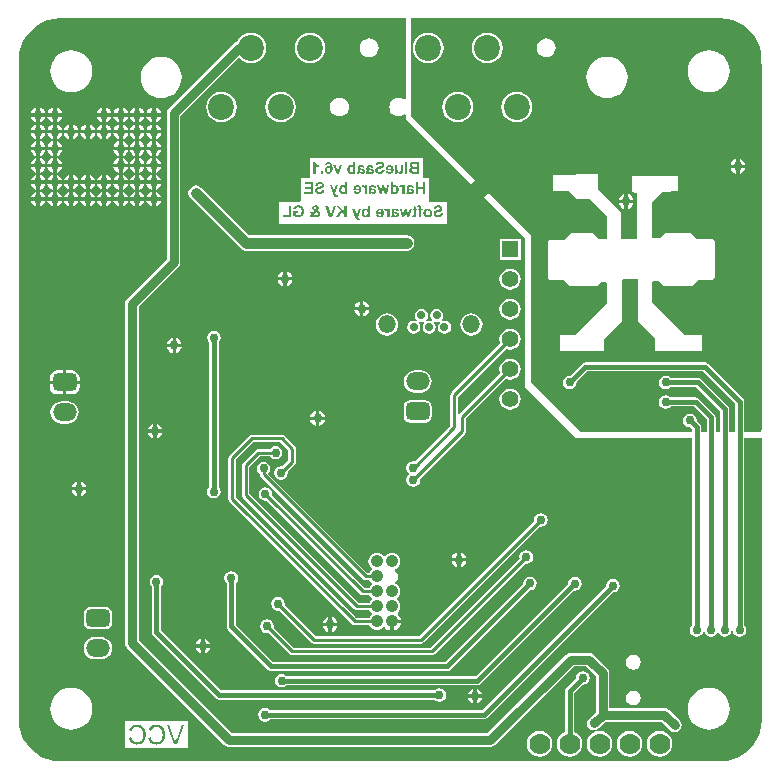
<source format=gbl>
G04 Layer_Physical_Order=2*
G04 Layer_Color=16711680*
%FSAX24Y24*%
%MOIN*%
G70*
G01*
G75*
%ADD10C,0.0100*%
%ADD35C,0.0150*%
%ADD36C,0.0200*%
%ADD39C,0.0350*%
%ADD40C,0.0300*%
G04:AMPARAMS|DCode=41|XSize=59.1mil|YSize=78.7mil|CornerRadius=14.8mil|HoleSize=0mil|Usage=FLASHONLY|Rotation=90.000|XOffset=0mil|YOffset=0mil|HoleType=Round|Shape=RoundedRectangle|*
%AMROUNDEDRECTD41*
21,1,0.0591,0.0492,0,0,90.0*
21,1,0.0295,0.0787,0,0,90.0*
1,1,0.0295,0.0246,0.0148*
1,1,0.0295,0.0246,-0.0148*
1,1,0.0295,-0.0246,-0.0148*
1,1,0.0295,-0.0246,0.0148*
%
%ADD41ROUNDEDRECTD41*%
%ADD42O,0.0787X0.0591*%
%ADD43C,0.0700*%
%ADD44C,0.0050*%
%ADD45C,0.0866*%
%ADD46C,0.0413*%
%ADD47C,0.0413*%
%ADD48O,0.0591X0.0591*%
%ADD49C,0.0280*%
%ADD50C,0.0551*%
%ADD51R,0.0551X0.0551*%
%ADD52C,0.0300*%
G36*
X035117Y037667D02*
X035328Y037617D01*
X035528Y037533D01*
X035714Y037420D01*
X035879Y037279D01*
X036020Y037114D01*
X036133Y036928D01*
X036217Y036728D01*
X036267Y036517D01*
X036274Y036427D01*
X036283Y035920D01*
Y024037D01*
X036278Y023900D01*
X035703D01*
Y024910D01*
X035691Y024969D01*
X035658Y025018D01*
X034498Y026178D01*
X034449Y026211D01*
X034390Y026223D01*
X030409D01*
X030350Y026211D01*
X030301Y026178D01*
X029900Y025777D01*
X029889Y025779D01*
X029801Y025762D01*
X029727Y025712D01*
X029677Y025638D01*
X029659Y025550D01*
X029677Y025462D01*
X029727Y025388D01*
X029801Y025338D01*
X029889Y025321D01*
X029977Y025338D01*
X030051Y025388D01*
X030101Y025462D01*
X030118Y025550D01*
X030116Y025561D01*
X030472Y025917D01*
X034327D01*
X035397Y024847D01*
Y023900D01*
X035203D01*
Y024660D01*
X035191Y024719D01*
X035158Y024768D01*
X034268Y025658D01*
X034219Y025691D01*
X034160Y025703D01*
X033257D01*
X033251Y025712D01*
X033177Y025762D01*
X033089Y025779D01*
X033001Y025762D01*
X032927Y025712D01*
X032877Y025638D01*
X032859Y025550D01*
X032877Y025462D01*
X032927Y025388D01*
X033001Y025338D01*
X033089Y025321D01*
X033177Y025338D01*
X033251Y025388D01*
X033257Y025397D01*
X034097D01*
X034897Y024597D01*
Y023900D01*
X034753D01*
Y024380D01*
X034741Y024439D01*
X034708Y024488D01*
X034188Y025008D01*
X034139Y025041D01*
X034080Y025053D01*
X033258D01*
X033252Y025062D01*
X033178Y025112D01*
X033090Y025129D01*
X033002Y025112D01*
X032928Y025062D01*
X032878Y024988D01*
X032861Y024900D01*
X032878Y024812D01*
X032928Y024738D01*
X033002Y024688D01*
X033090Y024671D01*
X033178Y024688D01*
X033252Y024738D01*
X033258Y024747D01*
X034017D01*
X034447Y024317D01*
Y023900D01*
X034270D01*
Y024060D01*
X034258Y024119D01*
X034225Y024168D01*
X034118Y024275D01*
X034119Y024280D01*
X034102Y024368D01*
X034052Y024442D01*
X033978Y024492D01*
X033890Y024509D01*
X033802Y024492D01*
X033728Y024442D01*
X033678Y024368D01*
X033661Y024280D01*
X033678Y024192D01*
X033728Y024118D01*
X033802Y024068D01*
X033890Y024051D01*
X033907Y024054D01*
X033964Y023997D01*
Y023900D01*
X030240D01*
X030150Y023990D01*
X028590Y025550D01*
Y030440D01*
X027180Y031850D01*
X027045Y031715D01*
X028410Y030350D01*
Y025370D01*
X030090Y023690D01*
X033964D01*
Y017468D01*
X033954Y017462D01*
X033905Y017388D01*
X033887Y017300D01*
X033905Y017212D01*
X033954Y017138D01*
X034029Y017088D01*
X034117Y017071D01*
X034204Y017088D01*
X034279Y017138D01*
X034329Y017212D01*
X034333Y017233D01*
X034384D01*
X034388Y017212D01*
X034438Y017138D01*
X034512Y017088D01*
X034600Y017071D01*
X034688Y017088D01*
X034762Y017138D01*
X034796Y017188D01*
X034854D01*
X034888Y017138D01*
X034962Y017088D01*
X035050Y017071D01*
X035138Y017088D01*
X035212Y017138D01*
X035262Y017212D01*
X035275Y017275D01*
X035325D01*
X035338Y017212D01*
X035388Y017138D01*
X035462Y017088D01*
X035550Y017071D01*
X035638Y017088D01*
X035712Y017138D01*
X035762Y017212D01*
X035779Y017300D01*
X035762Y017388D01*
X035712Y017462D01*
X035703Y017468D01*
Y023690D01*
X036283D01*
Y014300D01*
X036284Y014295D01*
X036267Y014083D01*
X036217Y013872D01*
X036133Y013672D01*
X036020Y013486D01*
X035879Y013321D01*
X035714Y013180D01*
X035528Y013067D01*
X035328Y012983D01*
X035117Y012933D01*
X034905Y012916D01*
X034900Y012917D01*
X012900D01*
X012895Y012916D01*
X012683Y012933D01*
X012472Y012983D01*
X012272Y013067D01*
X012086Y013180D01*
X011921Y013321D01*
X011780Y013486D01*
X011667Y013672D01*
X011583Y013872D01*
X011533Y014083D01*
X011516Y014295D01*
X011517Y014300D01*
Y036300D01*
X011516Y036305D01*
X011533Y036517D01*
X011583Y036728D01*
X011667Y036928D01*
X011780Y037114D01*
X011921Y037279D01*
X012086Y037420D01*
X012272Y037533D01*
X012472Y037617D01*
X012683Y037667D01*
X012895Y037684D01*
X012900Y037683D01*
X024420D01*
Y035006D01*
X024370Y034981D01*
X024341Y035003D01*
X024265Y035035D01*
X024184Y035045D01*
X024103Y035035D01*
X024027Y035003D01*
X023962Y034953D01*
X023912Y034888D01*
X023881Y034813D01*
X023870Y034732D01*
X023881Y034650D01*
X023912Y034575D01*
X023962Y034510D01*
X024027Y034460D01*
X024103Y034428D01*
X024184Y034418D01*
X024265Y034428D01*
X024341Y034460D01*
X024370Y034482D01*
X024420Y034457D01*
Y034340D01*
X026595Y032165D01*
X026730Y032300D01*
X024600Y034430D01*
X024600Y037683D01*
X034900D01*
X034905Y037684D01*
X035117Y037667D01*
D02*
G37*
%LPC*%
G36*
X013513Y031600D02*
X013330D01*
Y031417D01*
X013368Y031425D01*
X013450Y031480D01*
X013506Y031562D01*
X013513Y031600D01*
D02*
G37*
G36*
X013760D02*
X013577D01*
X013585Y031562D01*
X013640Y031480D01*
X013722Y031425D01*
X013760Y031417D01*
Y031600D01*
D02*
G37*
G36*
X014063D02*
X013880D01*
Y031417D01*
X013918Y031425D01*
X014000Y031480D01*
X014056Y031562D01*
X014063Y031600D01*
D02*
G37*
G36*
X012660D02*
X012477D01*
X012485Y031562D01*
X012540Y031480D01*
X012622Y031425D01*
X012660Y031417D01*
Y031600D01*
D02*
G37*
G36*
X012413D02*
X012230D01*
Y031417D01*
X012268Y031425D01*
X012350Y031480D01*
X012406Y031562D01*
X012413Y031600D01*
D02*
G37*
G36*
X013210D02*
X013027D01*
X013034Y031562D01*
X013090Y031480D01*
X013172Y031425D01*
X013210Y031417D01*
Y031600D01*
D02*
G37*
G36*
X012963D02*
X012780D01*
Y031417D01*
X012818Y031425D01*
X012900Y031480D01*
X012955Y031562D01*
X012963Y031600D01*
D02*
G37*
G36*
X014310D02*
X014127D01*
X014135Y031562D01*
X014190Y031480D01*
X014272Y031425D01*
X014310Y031417D01*
Y031600D01*
D02*
G37*
G36*
X015960D02*
X015777D01*
X015784Y031562D01*
X015840Y031480D01*
X015922Y031425D01*
X015960Y031417D01*
Y031600D01*
D02*
G37*
G36*
X015713D02*
X015530D01*
Y031417D01*
X015568Y031425D01*
X015650Y031480D01*
X015705Y031562D01*
X015713Y031600D01*
D02*
G37*
G36*
X031710Y031823D02*
X031672Y031816D01*
X031590Y031760D01*
X031535Y031678D01*
X031527Y031640D01*
X031710D01*
Y031823D01*
D02*
G37*
G36*
X016263Y031600D02*
X016080D01*
Y031417D01*
X016118Y031425D01*
X016200Y031480D01*
X016256Y031562D01*
X016263Y031600D01*
D02*
G37*
G36*
X014860D02*
X014677D01*
X014684Y031562D01*
X014740Y031480D01*
X014822Y031425D01*
X014860Y031417D01*
Y031600D01*
D02*
G37*
G36*
X014613D02*
X014430D01*
Y031417D01*
X014468Y031425D01*
X014550Y031480D01*
X014605Y031562D01*
X014613Y031600D01*
D02*
G37*
G36*
X015410D02*
X015227D01*
X015235Y031562D01*
X015290Y031480D01*
X015372Y031425D01*
X015410Y031417D01*
Y031600D01*
D02*
G37*
G36*
X015163D02*
X014980D01*
Y031417D01*
X015018Y031425D01*
X015100Y031480D01*
X015156Y031562D01*
X015163Y031600D01*
D02*
G37*
G36*
X020340Y028950D02*
X020157D01*
X020164Y028912D01*
X020220Y028830D01*
X020302Y028774D01*
X020340Y028767D01*
Y028950D01*
D02*
G37*
G36*
X027900Y029344D02*
X027808Y029332D01*
X027723Y029296D01*
X027650Y029240D01*
X027594Y029167D01*
X027558Y029082D01*
X027546Y028990D01*
X027558Y028898D01*
X027594Y028813D01*
X027650Y028740D01*
X027723Y028684D01*
X027808Y028648D01*
X027900Y028636D01*
X027992Y028648D01*
X028077Y028684D01*
X028150Y028740D01*
X028206Y028813D01*
X028242Y028898D01*
X028254Y028990D01*
X028242Y029082D01*
X028206Y029167D01*
X028150Y029240D01*
X028077Y029296D01*
X027992Y029332D01*
X027900Y029344D01*
D02*
G37*
G36*
X020340Y029253D02*
X020302Y029246D01*
X020220Y029190D01*
X020164Y029108D01*
X020157Y029070D01*
X020340D01*
Y029253D01*
D02*
G37*
G36*
X020643Y028950D02*
X020460D01*
Y028767D01*
X020498Y028774D01*
X020580Y028830D01*
X020635Y028912D01*
X020643Y028950D01*
D02*
G37*
G36*
X023193Y027950D02*
X023010D01*
Y027767D01*
X023048Y027775D01*
X023130Y027830D01*
X023186Y027912D01*
X023193Y027950D01*
D02*
G37*
G36*
X022890D02*
X022707D01*
X022715Y027912D01*
X022770Y027830D01*
X022852Y027775D01*
X022890Y027767D01*
Y027950D01*
D02*
G37*
G36*
X023010Y028253D02*
Y028070D01*
X023193D01*
X023186Y028108D01*
X023130Y028190D01*
X023048Y028245D01*
X023010Y028253D01*
D02*
G37*
G36*
X022890D02*
X022852Y028245D01*
X022770Y028190D01*
X022715Y028108D01*
X022707Y028070D01*
X022890D01*
Y028253D01*
D02*
G37*
G36*
X031710Y031520D02*
X031527D01*
X031535Y031482D01*
X031590Y031400D01*
X031672Y031344D01*
X031710Y031337D01*
Y031520D01*
D02*
G37*
G36*
X024984Y033026D02*
X021221D01*
Y032404D01*
X021221Y032378D01*
X021181Y032355D01*
X021181Y032355D01*
X020918D01*
Y031627D01*
X020918Y031600D01*
X020877Y031576D01*
X020877Y031576D01*
X020201D01*
Y030821D01*
X025785D01*
Y031576D01*
X025230D01*
X025189Y031600D01*
X025189Y031627D01*
Y032355D01*
X025025D01*
X024984Y032378D01*
X024984Y032404D01*
Y033026D01*
D02*
G37*
G36*
X012110Y031600D02*
X011927D01*
X011934Y031562D01*
X011990Y031480D01*
X012072Y031425D01*
X012110Y031417D01*
Y031600D01*
D02*
G37*
G36*
X032013Y031520D02*
X031830D01*
Y031337D01*
X031868Y031344D01*
X031950Y031400D01*
X032006Y031482D01*
X032013Y031520D01*
D02*
G37*
G36*
X028251Y030341D02*
X027549D01*
Y029639D01*
X028251D01*
Y030341D01*
D02*
G37*
G36*
X020460Y029253D02*
Y029070D01*
X020643D01*
X020635Y029108D01*
X020580Y029190D01*
X020498Y029246D01*
X020460Y029253D01*
D02*
G37*
G36*
X030817Y032481D02*
X029327Y032477D01*
X029327Y031940D01*
X029849Y031940D01*
X030121Y031670D01*
X030570Y031670D01*
X031140Y031100D01*
X031140Y030320D01*
X030848Y030320D01*
X030645Y030530D01*
X029940Y030530D01*
X029700Y030290D01*
X029209D01*
X029147Y030223D01*
X029147Y029037D01*
X029213Y028970D01*
X029700Y028970D01*
X029910Y028760D01*
X030790D01*
X030940Y028910D01*
X031105D01*
X031140Y028875D01*
X031140Y028190D01*
X030090Y027140D01*
X029548D01*
X029552Y026593D01*
X031020Y026607D01*
Y026990D01*
X031620Y027590D01*
X031620Y028966D01*
X031655Y029001D01*
X032160Y029000D01*
X032160Y027590D01*
X032737Y027013D01*
X032734Y026600D01*
X034283Y026600D01*
X034280Y027140D01*
X033720Y027140D01*
X032640Y028220D01*
X032640Y028907D01*
X032676Y028942D01*
X032852Y028940D01*
X033029Y028760D01*
X033960Y028760D01*
X034170Y028970D01*
X034650Y028970D01*
X034740Y029060D01*
Y030230D01*
X034650Y030320D01*
X034140Y030320D01*
X033930Y030530D01*
X033058D01*
X032884Y030350D01*
X032640Y030350D01*
X032640Y031550D01*
X032994Y031904D01*
X033486Y031915D01*
X033486Y032427D01*
X031953Y032426D01*
X031953Y031881D01*
X032145Y031876D01*
X032145Y030355D01*
X032110Y030320D01*
X031590D01*
Y031220D01*
X031200Y031610D01*
X030817Y031994D01*
X030817Y032481D01*
D02*
G37*
G36*
X017430Y032115D02*
X017332Y032095D01*
X017250Y032040D01*
X017194Y031958D01*
X017175Y031860D01*
X017194Y031762D01*
X017250Y031680D01*
X018910Y030020D01*
X018992Y029964D01*
X019090Y029945D01*
X024450D01*
X024548Y029964D01*
X024630Y030020D01*
X024685Y030102D01*
X024705Y030200D01*
X024685Y030298D01*
X024630Y030380D01*
X024548Y030436D01*
X024450Y030455D01*
X019196D01*
X017610Y032040D01*
X017528Y032095D01*
X017430Y032115D01*
D02*
G37*
G36*
X031830Y031823D02*
Y031640D01*
X032013D01*
X032006Y031678D01*
X031950Y031760D01*
X031868Y031816D01*
X031830Y031823D01*
D02*
G37*
G36*
X015163Y032162D02*
X014980D01*
Y031979D01*
X015018Y031986D01*
X015100Y032042D01*
X015156Y032124D01*
X015163Y032162D01*
D02*
G37*
G36*
X014860D02*
X014677D01*
X014684Y032124D01*
X014740Y032042D01*
X014822Y031986D01*
X014860Y031979D01*
Y032162D01*
D02*
G37*
G36*
X015713D02*
X015530D01*
Y031979D01*
X015568Y031986D01*
X015650Y032042D01*
X015705Y032124D01*
X015713Y032162D01*
D02*
G37*
G36*
X015410D02*
X015227D01*
X015235Y032124D01*
X015290Y032042D01*
X015372Y031986D01*
X015410Y031979D01*
Y032162D01*
D02*
G37*
G36*
X012413D02*
X012230D01*
Y031979D01*
X012268Y031986D01*
X012350Y032042D01*
X012406Y032124D01*
X012413Y032162D01*
D02*
G37*
G36*
X012110D02*
X011927D01*
X011934Y032124D01*
X011990Y032042D01*
X012072Y031986D01*
X012110Y031979D01*
Y032162D01*
D02*
G37*
G36*
X012963D02*
X012780D01*
Y031979D01*
X012818Y031986D01*
X012900Y032042D01*
X012955Y032124D01*
X012963Y032162D01*
D02*
G37*
G36*
X012660D02*
X012477D01*
X012485Y032124D01*
X012540Y032042D01*
X012622Y031986D01*
X012660Y031979D01*
Y032162D01*
D02*
G37*
G36*
X014063Y032170D02*
X013880D01*
Y031987D01*
X013918Y031995D01*
X014000Y032050D01*
X014056Y032132D01*
X014063Y032170D01*
D02*
G37*
G36*
X013760D02*
X013577D01*
X013585Y032132D01*
X013640Y032050D01*
X013722Y031995D01*
X013760Y031987D01*
Y032170D01*
D02*
G37*
G36*
X014613D02*
X014430D01*
Y031987D01*
X014468Y031995D01*
X014550Y032050D01*
X014605Y032132D01*
X014613Y032170D01*
D02*
G37*
G36*
X014310D02*
X014127D01*
X014135Y032132D01*
X014190Y032050D01*
X014272Y031995D01*
X014310Y031987D01*
Y032170D01*
D02*
G37*
G36*
X016263Y032162D02*
X016080D01*
Y031979D01*
X016118Y031986D01*
X016200Y032042D01*
X016256Y032124D01*
X016263Y032162D01*
D02*
G37*
G36*
X015960D02*
X015777D01*
X015784Y032124D01*
X015840Y032042D01*
X015922Y031986D01*
X015960Y031979D01*
Y032162D01*
D02*
G37*
G36*
X013513Y032170D02*
X013330D01*
Y031987D01*
X013368Y031995D01*
X013450Y032050D01*
X013506Y032132D01*
X013513Y032170D01*
D02*
G37*
G36*
X013210D02*
X013027D01*
X013034Y032132D01*
X013090Y032050D01*
X013172Y031995D01*
X013210Y031987D01*
Y032170D01*
D02*
G37*
G36*
X013330Y031903D02*
Y031720D01*
X013513D01*
X013506Y031758D01*
X013450Y031840D01*
X013368Y031895D01*
X013330Y031903D01*
D02*
G37*
G36*
X013210D02*
X013172Y031895D01*
X013090Y031840D01*
X013034Y031758D01*
X013027Y031720D01*
X013210D01*
Y031903D01*
D02*
G37*
G36*
X013880D02*
Y031720D01*
X014063D01*
X014056Y031758D01*
X014000Y031840D01*
X013918Y031895D01*
X013880Y031903D01*
D02*
G37*
G36*
X013760D02*
X013722Y031895D01*
X013640Y031840D01*
X013585Y031758D01*
X013577Y031720D01*
X013760D01*
Y031903D01*
D02*
G37*
G36*
X012230D02*
Y031720D01*
X012413D01*
X012406Y031758D01*
X012350Y031840D01*
X012268Y031895D01*
X012230Y031903D01*
D02*
G37*
G36*
X012110D02*
X012072Y031895D01*
X011990Y031840D01*
X011934Y031758D01*
X011927Y031720D01*
X012110D01*
Y031903D01*
D02*
G37*
G36*
X012780D02*
Y031720D01*
X012963D01*
X012955Y031758D01*
X012900Y031840D01*
X012818Y031895D01*
X012780Y031903D01*
D02*
G37*
G36*
X012660D02*
X012622Y031895D01*
X012540Y031840D01*
X012485Y031758D01*
X012477Y031720D01*
X012660D01*
Y031903D01*
D02*
G37*
G36*
X015530D02*
Y031720D01*
X015713D01*
X015705Y031758D01*
X015650Y031840D01*
X015568Y031895D01*
X015530Y031903D01*
D02*
G37*
G36*
X015410D02*
X015372Y031895D01*
X015290Y031840D01*
X015235Y031758D01*
X015227Y031720D01*
X015410D01*
Y031903D01*
D02*
G37*
G36*
X016080D02*
Y031720D01*
X016263D01*
X016256Y031758D01*
X016200Y031840D01*
X016118Y031895D01*
X016080Y031903D01*
D02*
G37*
G36*
X015960D02*
X015922Y031895D01*
X015840Y031840D01*
X015784Y031758D01*
X015777Y031720D01*
X015960D01*
Y031903D01*
D02*
G37*
G36*
X014430D02*
Y031720D01*
X014613D01*
X014605Y031758D01*
X014550Y031840D01*
X014468Y031895D01*
X014430Y031903D01*
D02*
G37*
G36*
X014310D02*
X014272Y031895D01*
X014190Y031840D01*
X014135Y031758D01*
X014127Y031720D01*
X014310D01*
Y031903D01*
D02*
G37*
G36*
X014980D02*
Y031720D01*
X015163D01*
X015156Y031758D01*
X015100Y031840D01*
X015018Y031895D01*
X014980Y031903D01*
D02*
G37*
G36*
X014860D02*
X014822Y031895D01*
X014740Y031840D01*
X014684Y031758D01*
X014677Y031720D01*
X014860D01*
Y031903D01*
D02*
G37*
G36*
X027900Y028344D02*
X027808Y028332D01*
X027723Y028296D01*
X027650Y028240D01*
X027594Y028167D01*
X027558Y028082D01*
X027546Y027990D01*
X027558Y027898D01*
X027594Y027813D01*
X027650Y027740D01*
X027723Y027684D01*
X027808Y027648D01*
X027900Y027636D01*
X027992Y027648D01*
X028077Y027684D01*
X028150Y027740D01*
X028206Y027813D01*
X028242Y027898D01*
X028254Y027990D01*
X028242Y028082D01*
X028206Y028167D01*
X028150Y028240D01*
X028077Y028296D01*
X027992Y028332D01*
X027900Y028344D01*
D02*
G37*
G36*
X022143Y017420D02*
X021960D01*
Y017237D01*
X021998Y017244D01*
X022080Y017300D01*
X022136Y017382D01*
X022143Y017420D01*
D02*
G37*
G36*
X021840D02*
X021657D01*
X021665Y017382D01*
X021720Y017300D01*
X021802Y017244D01*
X021840Y017237D01*
Y017420D01*
D02*
G37*
G36*
X014406Y018065D02*
X013914D01*
X013827Y018047D01*
X013753Y017998D01*
X013704Y017925D01*
X013687Y017838D01*
Y017542D01*
X013704Y017455D01*
X013753Y017382D01*
X013827Y017333D01*
X013914Y017315D01*
X014406D01*
X014493Y017333D01*
X014567Y017382D01*
X014616Y017455D01*
X014633Y017542D01*
Y017838D01*
X014616Y017925D01*
X014567Y017998D01*
X014493Y018047D01*
X014406Y018065D01*
D02*
G37*
G36*
X024261Y017520D02*
X024020D01*
Y017279D01*
X024040Y017281D01*
X024115Y017312D01*
X024179Y017361D01*
X024228Y017425D01*
X024259Y017500D01*
X024261Y017520D01*
D02*
G37*
G36*
X017901Y016700D02*
X017718D01*
Y016517D01*
X017756Y016524D01*
X017838Y016580D01*
X017893Y016662D01*
X017901Y016700D01*
D02*
G37*
G36*
X017598D02*
X017415D01*
X017422Y016662D01*
X017478Y016580D01*
X017560Y016524D01*
X017598Y016517D01*
Y016700D01*
D02*
G37*
G36*
X017718Y017003D02*
Y016820D01*
X017901D01*
X017893Y016858D01*
X017838Y016940D01*
X017756Y016996D01*
X017718Y017003D01*
D02*
G37*
G36*
X017598D02*
X017560Y016996D01*
X017478Y016940D01*
X017422Y016858D01*
X017415Y016820D01*
X017598D01*
Y017003D01*
D02*
G37*
G36*
X026130Y019580D02*
X025947D01*
X025954Y019542D01*
X026010Y019460D01*
X026092Y019404D01*
X026130Y019397D01*
Y019580D01*
D02*
G37*
G36*
X018605Y019259D02*
X018517Y019242D01*
X018443Y019192D01*
X018393Y019118D01*
X018375Y019030D01*
X018393Y018942D01*
X018443Y018868D01*
X018452Y018862D01*
Y017415D01*
X018463Y017357D01*
X018497Y017307D01*
X019832Y015972D01*
X019881Y015939D01*
X019940Y015927D01*
X025790D01*
X025849Y015939D01*
X025898Y015972D01*
X028549Y018623D01*
X028560Y018621D01*
X028648Y018638D01*
X028722Y018688D01*
X028772Y018762D01*
X028789Y018850D01*
X028772Y018938D01*
X028722Y019012D01*
X028648Y019062D01*
X028560Y019079D01*
X028472Y019062D01*
X028398Y019012D01*
X028348Y018938D01*
X028331Y018850D01*
X028333Y018839D01*
X025727Y016233D01*
X020003D01*
X018758Y017479D01*
Y018862D01*
X018767Y018868D01*
X018817Y018942D01*
X018834Y019030D01*
X018817Y019118D01*
X018767Y019192D01*
X018693Y019242D01*
X018605Y019259D01*
D02*
G37*
G36*
X028440Y019959D02*
X028352Y019942D01*
X028278Y019892D01*
X028228Y019818D01*
X028211Y019730D01*
X028219Y019689D01*
X025237Y016707D01*
X020693D01*
X020021Y017379D01*
X020029Y017420D01*
X020012Y017508D01*
X019962Y017582D01*
X019888Y017632D01*
X019800Y017649D01*
X019712Y017632D01*
X019638Y017582D01*
X019588Y017508D01*
X019571Y017420D01*
X019588Y017332D01*
X019638Y017258D01*
X019712Y017208D01*
X019800Y017191D01*
X019841Y017199D01*
X020550Y016490D01*
X020591Y016462D01*
X020640Y016453D01*
X025290D01*
X025339Y016462D01*
X025380Y016490D01*
X028399Y019509D01*
X028440Y019501D01*
X028528Y019518D01*
X028602Y019568D01*
X028652Y019642D01*
X028669Y019730D01*
X028652Y019818D01*
X028602Y019892D01*
X028528Y019942D01*
X028440Y019959D01*
D02*
G37*
G36*
X026433Y019580D02*
X026250D01*
Y019397D01*
X026288Y019404D01*
X026370Y019460D01*
X026425Y019542D01*
X026433Y019580D01*
D02*
G37*
G36*
X021960Y017723D02*
Y017540D01*
X022143D01*
X022136Y017578D01*
X022080Y017660D01*
X021998Y017716D01*
X021960Y017723D01*
D02*
G37*
G36*
X021840D02*
X021802Y017716D01*
X021720Y017660D01*
X021665Y017578D01*
X021657Y017540D01*
X021840D01*
Y017723D01*
D02*
G37*
G36*
X030055Y019069D02*
X029967Y019052D01*
X029893Y019002D01*
X029843Y018928D01*
X029826Y018842D01*
X026747Y015763D01*
X020448D01*
X020442Y015772D01*
X020368Y015822D01*
X020280Y015839D01*
X020192Y015822D01*
X020118Y015772D01*
X020068Y015698D01*
X020051Y015610D01*
X020068Y015522D01*
X020118Y015448D01*
X020192Y015398D01*
X020280Y015381D01*
X020368Y015398D01*
X020442Y015448D01*
X020448Y015457D01*
X026810D01*
X026869Y015469D01*
X026918Y015502D01*
X030032Y018615D01*
X030055Y018611D01*
X030143Y018628D01*
X030217Y018678D01*
X030267Y018752D01*
X030284Y018840D01*
X030267Y018928D01*
X030217Y019002D01*
X030143Y019052D01*
X030055Y019069D01*
D02*
G37*
G36*
X031329Y019009D02*
X031242Y018991D01*
X031167Y018942D01*
X031117Y018867D01*
X031100Y018779D01*
X031102Y018768D01*
X026957Y014623D01*
X019898D01*
X019892Y014632D01*
X019818Y014682D01*
X019730Y014699D01*
X019642Y014682D01*
X019568Y014632D01*
X019518Y014558D01*
X019501Y014470D01*
X019518Y014382D01*
X019568Y014308D01*
X019642Y014258D01*
X019730Y014241D01*
X019818Y014258D01*
X019892Y014308D01*
X019898Y014317D01*
X027020D01*
X027079Y014329D01*
X027128Y014362D01*
X031318Y018552D01*
X031329Y018550D01*
X031417Y018567D01*
X031492Y018617D01*
X031541Y018692D01*
X031559Y018779D01*
X031541Y018867D01*
X031492Y018942D01*
X031417Y018991D01*
X031329Y019009D01*
D02*
G37*
G36*
X013270Y015373D02*
X013133Y015360D01*
X013001Y015320D01*
X012879Y015255D01*
X012773Y015167D01*
X012685Y015061D01*
X012620Y014939D01*
X012580Y014807D01*
X012567Y014670D01*
X012580Y014533D01*
X012620Y014401D01*
X012685Y014279D01*
X012773Y014173D01*
X012879Y014085D01*
X013001Y014020D01*
X013133Y013980D01*
X013270Y013967D01*
X013407Y013980D01*
X013539Y014020D01*
X013661Y014085D01*
X013767Y014173D01*
X013855Y014279D01*
X013920Y014401D01*
X013960Y014533D01*
X013973Y014670D01*
X013960Y014807D01*
X013920Y014939D01*
X013855Y015061D01*
X013767Y015167D01*
X013661Y015255D01*
X013539Y015320D01*
X013407Y015360D01*
X013270Y015373D01*
D02*
G37*
G36*
X017166Y014266D02*
X015065D01*
Y013354D01*
X017166D01*
Y014266D01*
D02*
G37*
G36*
X032010Y015279D02*
X031914Y015260D01*
X031833Y015206D01*
X031779Y015125D01*
X031760Y015029D01*
X031779Y014934D01*
X031833Y014853D01*
X031914Y014799D01*
X032010Y014780D01*
X032106Y014799D01*
X032187Y014853D01*
X032241Y014934D01*
X032260Y015029D01*
X032241Y015125D01*
X032187Y015206D01*
X032106Y015260D01*
X032010Y015279D01*
D02*
G37*
G36*
X034520Y015373D02*
X034383Y015360D01*
X034251Y015320D01*
X034129Y015255D01*
X034023Y015167D01*
X033935Y015061D01*
X033870Y014939D01*
X033830Y014807D01*
X033817Y014670D01*
X033830Y014533D01*
X033870Y014401D01*
X033935Y014279D01*
X034023Y014173D01*
X034129Y014085D01*
X034251Y014020D01*
X034383Y013980D01*
X034520Y013967D01*
X034657Y013980D01*
X034789Y014020D01*
X034911Y014085D01*
X035017Y014173D01*
X035105Y014279D01*
X035170Y014401D01*
X035210Y014533D01*
X035223Y014670D01*
X035210Y014807D01*
X035170Y014939D01*
X035105Y015061D01*
X035017Y015167D01*
X034911Y015255D01*
X034789Y015320D01*
X034657Y015360D01*
X034520Y015373D01*
D02*
G37*
G36*
X030880Y013929D02*
X030769Y013914D01*
X030666Y013871D01*
X030577Y013803D01*
X030509Y013714D01*
X030466Y013611D01*
X030451Y013500D01*
X030466Y013389D01*
X030509Y013286D01*
X030577Y013197D01*
X030666Y013129D01*
X030769Y013086D01*
X030880Y013071D01*
X030991Y013086D01*
X031094Y013129D01*
X031183Y013197D01*
X031251Y013286D01*
X031294Y013389D01*
X031309Y013500D01*
X031294Y013611D01*
X031251Y013714D01*
X031183Y013803D01*
X031094Y013871D01*
X030991Y013914D01*
X030880Y013929D01*
D02*
G37*
G36*
X028880D02*
X028769Y013914D01*
X028666Y013871D01*
X028577Y013803D01*
X028509Y013714D01*
X028466Y013611D01*
X028451Y013500D01*
X028466Y013389D01*
X028509Y013286D01*
X028577Y013197D01*
X028666Y013129D01*
X028769Y013086D01*
X028880Y013071D01*
X028991Y013086D01*
X029094Y013129D01*
X029183Y013197D01*
X029251Y013286D01*
X029294Y013389D01*
X029309Y013500D01*
X029294Y013611D01*
X029251Y013714D01*
X029183Y013803D01*
X029094Y013871D01*
X028991Y013914D01*
X028880Y013929D01*
D02*
G37*
G36*
X032880D02*
X032769Y013914D01*
X032666Y013871D01*
X032577Y013803D01*
X032509Y013714D01*
X032466Y013611D01*
X032451Y013500D01*
X032466Y013389D01*
X032509Y013286D01*
X032577Y013197D01*
X032666Y013129D01*
X032769Y013086D01*
X032880Y013071D01*
X032991Y013086D01*
X033094Y013129D01*
X033183Y013197D01*
X033251Y013286D01*
X033294Y013389D01*
X033309Y013500D01*
X033294Y013611D01*
X033251Y013714D01*
X033183Y013803D01*
X033094Y013871D01*
X032991Y013914D01*
X032880Y013929D01*
D02*
G37*
G36*
X031880D02*
X031769Y013914D01*
X031666Y013871D01*
X031577Y013803D01*
X031509Y013714D01*
X031466Y013611D01*
X031451Y013500D01*
X031466Y013389D01*
X031509Y013286D01*
X031577Y013197D01*
X031666Y013129D01*
X031769Y013086D01*
X031880Y013071D01*
X031991Y013086D01*
X032094Y013129D01*
X032183Y013197D01*
X032251Y013286D01*
X032294Y013389D01*
X032309Y013500D01*
X032294Y013611D01*
X032251Y013714D01*
X032183Y013803D01*
X032094Y013871D01*
X031991Y013914D01*
X031880Y013929D01*
D02*
G37*
G36*
X030320Y015929D02*
X030232Y015912D01*
X030158Y015862D01*
X030108Y015788D01*
X030091Y015700D01*
X030093Y015689D01*
X029772Y015368D01*
X029739Y015319D01*
X029727Y015260D01*
Y013897D01*
X029666Y013871D01*
X029577Y013803D01*
X029509Y013714D01*
X029466Y013611D01*
X029451Y013500D01*
X029466Y013389D01*
X029509Y013286D01*
X029577Y013197D01*
X029666Y013129D01*
X029769Y013086D01*
X029880Y013071D01*
X029991Y013086D01*
X030094Y013129D01*
X030183Y013197D01*
X030251Y013286D01*
X030294Y013389D01*
X030309Y013500D01*
X030294Y013611D01*
X030251Y013714D01*
X030183Y013803D01*
X030094Y013871D01*
X030033Y013897D01*
Y015197D01*
X030309Y015473D01*
X030320Y015471D01*
X030408Y015488D01*
X030482Y015538D01*
X030532Y015612D01*
X030549Y015700D01*
X030532Y015788D01*
X030482Y015862D01*
X030408Y015912D01*
X030320Y015929D01*
D02*
G37*
G36*
X026790Y015333D02*
Y015150D01*
X026973D01*
X026965Y015188D01*
X026910Y015270D01*
X026828Y015325D01*
X026790Y015333D01*
D02*
G37*
G36*
X014258Y017063D02*
X014062D01*
X013965Y017051D01*
X013875Y017013D01*
X013797Y016954D01*
X013738Y016877D01*
X013701Y016787D01*
X013688Y016690D01*
X013701Y016593D01*
X013738Y016503D01*
X013797Y016426D01*
X013875Y016367D01*
X013965Y016329D01*
X014062Y016317D01*
X014258D01*
X014355Y016329D01*
X014445Y016367D01*
X014523Y016426D01*
X014582Y016503D01*
X014619Y016593D01*
X014632Y016690D01*
X014619Y016787D01*
X014582Y016877D01*
X014523Y016954D01*
X014445Y017013D01*
X014355Y017051D01*
X014258Y017063D01*
D02*
G37*
G36*
X032010Y016470D02*
X031914Y016451D01*
X031833Y016397D01*
X031779Y016316D01*
X031760Y016220D01*
X031779Y016124D01*
X031833Y016043D01*
X031914Y015989D01*
X032010Y015970D01*
X032106Y015989D01*
X032187Y016043D01*
X032241Y016124D01*
X032260Y016220D01*
X032241Y016316D01*
X032187Y016397D01*
X032106Y016451D01*
X032010Y016470D01*
D02*
G37*
G36*
X026973Y015030D02*
X026790D01*
Y014847D01*
X026828Y014855D01*
X026910Y014910D01*
X026965Y014992D01*
X026973Y015030D01*
D02*
G37*
G36*
X026670D02*
X026487D01*
X026495Y014992D01*
X026550Y014910D01*
X026632Y014855D01*
X026670Y014847D01*
Y015030D01*
D02*
G37*
G36*
Y015333D02*
X026632Y015325D01*
X026550Y015270D01*
X026495Y015188D01*
X026487Y015150D01*
X026670D01*
Y015333D01*
D02*
G37*
G36*
X016110Y019139D02*
X016022Y019122D01*
X015948Y019072D01*
X015898Y018998D01*
X015881Y018910D01*
X015898Y018822D01*
X015948Y018748D01*
X015957Y018742D01*
Y017224D01*
X015969Y017165D01*
X016002Y017116D01*
X018096Y015022D01*
X018145Y014989D01*
X018204Y014977D01*
X025372D01*
X025378Y014968D01*
X025452Y014918D01*
X025540Y014901D01*
X025628Y014918D01*
X025702Y014968D01*
X025752Y015042D01*
X025769Y015130D01*
X025752Y015218D01*
X025702Y015292D01*
X025628Y015342D01*
X025540Y015359D01*
X025452Y015342D01*
X025378Y015292D01*
X025372Y015283D01*
X018267D01*
X016263Y017287D01*
Y018742D01*
X016272Y018748D01*
X016322Y018822D01*
X016339Y018910D01*
X016322Y018998D01*
X016272Y019072D01*
X016198Y019122D01*
X016110Y019139D01*
D02*
G37*
G36*
X026130Y019883D02*
X026092Y019876D01*
X026010Y019820D01*
X025954Y019738D01*
X025947Y019700D01*
X026130D01*
Y019883D01*
D02*
G37*
G36*
X024918Y025953D02*
X024722D01*
X024625Y025941D01*
X024535Y025903D01*
X024457Y025844D01*
X024398Y025767D01*
X024361Y025677D01*
X024348Y025580D01*
X024361Y025483D01*
X024398Y025393D01*
X024457Y025316D01*
X024535Y025257D01*
X024625Y025219D01*
X024722Y025207D01*
X024918D01*
X025015Y025219D01*
X025105Y025257D01*
X025183Y025316D01*
X025242Y025393D01*
X025279Y025483D01*
X025292Y025580D01*
X025279Y025677D01*
X025242Y025767D01*
X025183Y025844D01*
X025105Y025903D01*
X025015Y025941D01*
X024918Y025953D01*
D02*
G37*
G36*
X013549Y025490D02*
X013110D01*
Y025150D01*
X013296D01*
X013393Y025169D01*
X013475Y025224D01*
X013529Y025306D01*
X013549Y025402D01*
Y025490D01*
D02*
G37*
G36*
X013296Y025950D02*
X013110D01*
Y025610D01*
X013549D01*
Y025698D01*
X013529Y025794D01*
X013475Y025876D01*
X013393Y025931D01*
X013296Y025950D01*
D02*
G37*
G36*
X012990D02*
X012804D01*
X012707Y025931D01*
X012625Y025876D01*
X012571Y025794D01*
X012551Y025698D01*
Y025610D01*
X012990D01*
Y025950D01*
D02*
G37*
G36*
X021540Y024593D02*
Y024410D01*
X021723D01*
X021716Y024448D01*
X021660Y024530D01*
X021578Y024585D01*
X021540Y024593D01*
D02*
G37*
G36*
X021420D02*
X021382Y024585D01*
X021300Y024530D01*
X021244Y024448D01*
X021237Y024410D01*
X021420D01*
Y024593D01*
D02*
G37*
G36*
X012990Y025490D02*
X012551D01*
Y025402D01*
X012571Y025306D01*
X012625Y025224D01*
X012707Y025169D01*
X012804Y025150D01*
X012990D01*
Y025490D01*
D02*
G37*
G36*
X027900Y025344D02*
X027808Y025332D01*
X027723Y025296D01*
X027650Y025240D01*
X027594Y025167D01*
X027558Y025082D01*
X027546Y024990D01*
X027558Y024898D01*
X027594Y024813D01*
X027650Y024740D01*
X027723Y024684D01*
X027808Y024648D01*
X027900Y024636D01*
X027992Y024648D01*
X028077Y024684D01*
X028150Y024740D01*
X028206Y024813D01*
X028242Y024898D01*
X028254Y024990D01*
X028242Y025082D01*
X028206Y025167D01*
X028150Y025240D01*
X028077Y025296D01*
X027992Y025332D01*
X027900Y025344D01*
D02*
G37*
G36*
X023793Y027853D02*
X023696Y027841D01*
X023606Y027803D01*
X023528Y027744D01*
X023469Y027666D01*
X023432Y027576D01*
X023419Y027480D01*
X023432Y027383D01*
X023469Y027293D01*
X023528Y027216D01*
X023606Y027156D01*
X023696Y027119D01*
X023793Y027106D01*
X023889Y027119D01*
X023979Y027156D01*
X024057Y027216D01*
X024116Y027293D01*
X024153Y027383D01*
X024166Y027480D01*
X024153Y027576D01*
X024116Y027666D01*
X024057Y027744D01*
X023979Y027803D01*
X023889Y027841D01*
X023793Y027853D01*
D02*
G37*
G36*
X016770Y027023D02*
Y026840D01*
X016953D01*
X016946Y026878D01*
X016890Y026960D01*
X016808Y027016D01*
X016770Y027023D01*
D02*
G37*
G36*
X025456Y028006D02*
X025372Y027989D01*
X025301Y027942D01*
X025253Y027871D01*
X025237Y027787D01*
X025253Y027703D01*
X025292Y027645D01*
X025267Y027599D01*
X025200Y027612D01*
X025133Y027599D01*
X025108Y027645D01*
X025147Y027703D01*
X025163Y027787D01*
X025147Y027871D01*
X025099Y027942D01*
X025028Y027989D01*
X024944Y028006D01*
X024860Y027989D01*
X024789Y027942D01*
X024742Y027871D01*
X024725Y027787D01*
X024742Y027703D01*
X024780Y027645D01*
X024755Y027599D01*
X024688Y027612D01*
X024604Y027596D01*
X024533Y027548D01*
X024486Y027477D01*
X024469Y027393D01*
X024486Y027309D01*
X024533Y027238D01*
X024604Y027191D01*
X024688Y027174D01*
X024772Y027191D01*
X024843Y027238D01*
X024891Y027309D01*
X024907Y027393D01*
X024891Y027477D01*
X024852Y027535D01*
X024877Y027581D01*
X024944Y027568D01*
X025011Y027581D01*
X025036Y027535D01*
X024997Y027477D01*
X024981Y027393D01*
X024997Y027309D01*
X025045Y027238D01*
X025116Y027191D01*
X025200Y027174D01*
X025284Y027191D01*
X025355Y027238D01*
X025403Y027309D01*
X025419Y027393D01*
X025403Y027477D01*
X025364Y027535D01*
X025389Y027581D01*
X025456Y027568D01*
X025523Y027581D01*
X025548Y027535D01*
X025509Y027477D01*
X025493Y027393D01*
X025509Y027309D01*
X025557Y027238D01*
X025628Y027191D01*
X025712Y027174D01*
X025796Y027191D01*
X025867Y027238D01*
X025914Y027309D01*
X025931Y027393D01*
X025914Y027477D01*
X025867Y027548D01*
X025796Y027596D01*
X025712Y027612D01*
X025645Y027599D01*
X025620Y027645D01*
X025658Y027703D01*
X025675Y027787D01*
X025658Y027871D01*
X025611Y027942D01*
X025540Y027989D01*
X025456Y028006D01*
D02*
G37*
G36*
X026607Y027853D02*
X026511Y027841D01*
X026421Y027803D01*
X026343Y027744D01*
X026284Y027666D01*
X026247Y027576D01*
X026234Y027480D01*
X026247Y027383D01*
X026284Y027293D01*
X026343Y027216D01*
X026421Y027156D01*
X026511Y027119D01*
X026607Y027106D01*
X026704Y027119D01*
X026794Y027156D01*
X026872Y027216D01*
X026931Y027293D01*
X026968Y027383D01*
X026981Y027480D01*
X026968Y027576D01*
X026931Y027666D01*
X026872Y027744D01*
X026794Y027803D01*
X026704Y027841D01*
X026607Y027853D01*
D02*
G37*
G36*
X016953Y026720D02*
X016770D01*
Y026537D01*
X016808Y026544D01*
X016890Y026600D01*
X016946Y026682D01*
X016953Y026720D01*
D02*
G37*
G36*
X016650D02*
X016467D01*
X016474Y026682D01*
X016530Y026600D01*
X016612Y026544D01*
X016650Y026537D01*
Y026720D01*
D02*
G37*
G36*
Y027023D02*
X016612Y027016D01*
X016530Y026960D01*
X016474Y026878D01*
X016467Y026840D01*
X016650D01*
Y027023D01*
D02*
G37*
G36*
X027900Y027344D02*
X027808Y027332D01*
X027723Y027296D01*
X027650Y027240D01*
X027594Y027167D01*
X027558Y027082D01*
X027546Y026990D01*
X027558Y026898D01*
X027579Y026849D01*
X025950Y025220D01*
X025922Y025179D01*
X025913Y025130D01*
Y024103D01*
X024726Y022916D01*
X024660Y022929D01*
X024572Y022912D01*
X024498Y022862D01*
X024448Y022788D01*
X024431Y022700D01*
X024448Y022612D01*
X024498Y022538D01*
X024528Y022518D01*
Y022468D01*
X024513Y022457D01*
X024463Y022383D01*
X024446Y022295D01*
X024463Y022207D01*
X024513Y022133D01*
X024587Y022083D01*
X024675Y022066D01*
X024763Y022083D01*
X024837Y022133D01*
X024887Y022207D01*
X024905Y022295D01*
X024897Y022336D01*
X026400Y023840D01*
X026428Y023881D01*
X026437Y023930D01*
Y024347D01*
X027759Y025669D01*
X027808Y025648D01*
X027900Y025636D01*
X027992Y025648D01*
X028077Y025684D01*
X028150Y025740D01*
X028206Y025813D01*
X028242Y025898D01*
X028254Y025990D01*
X028242Y026082D01*
X028206Y026167D01*
X028150Y026240D01*
X028077Y026296D01*
X027992Y026332D01*
X027900Y026344D01*
X027808Y026332D01*
X027723Y026296D01*
X027650Y026240D01*
X027594Y026167D01*
X027558Y026082D01*
X027546Y025990D01*
X027558Y025898D01*
X027579Y025849D01*
X026220Y024490D01*
X026217Y024486D01*
X026167Y024502D01*
Y025077D01*
X027759Y026669D01*
X027808Y026648D01*
X027900Y026636D01*
X027992Y026648D01*
X028077Y026684D01*
X028150Y026740D01*
X028206Y026813D01*
X028242Y026898D01*
X028254Y026990D01*
X028242Y027082D01*
X028206Y027167D01*
X028150Y027240D01*
X028077Y027296D01*
X027992Y027332D01*
X027900Y027344D01*
D02*
G37*
G36*
X013470Y022253D02*
X013432Y022246D01*
X013350Y022190D01*
X013295Y022108D01*
X013287Y022070D01*
X013470D01*
Y022253D01*
D02*
G37*
G36*
X013773Y021950D02*
X013590D01*
Y021767D01*
X013628Y021774D01*
X013710Y021830D01*
X013765Y021912D01*
X013773Y021950D01*
D02*
G37*
G36*
X020290Y023807D02*
X019290D01*
X019241Y023798D01*
X019200Y023770D01*
X018548Y023118D01*
X018520Y023077D01*
X018510Y023028D01*
Y021662D01*
X018520Y021613D01*
X018548Y021572D01*
X022630Y017490D01*
X022671Y017462D01*
X022720Y017453D01*
X023208D01*
X023214Y017438D01*
X023259Y017379D01*
X023318Y017334D01*
X023386Y017306D01*
X023460Y017296D01*
X023534Y017306D01*
X023602Y017334D01*
X023661Y017379D01*
X023669Y017390D01*
X023719D01*
X023741Y017361D01*
X023805Y017312D01*
X023880Y017281D01*
X023900Y017279D01*
Y017580D01*
X023960D01*
Y017640D01*
X024261D01*
X024259Y017660D01*
X024228Y017735D01*
X024179Y017799D01*
X024150Y017821D01*
Y017871D01*
X024161Y017879D01*
X024206Y017938D01*
X024234Y018006D01*
X024244Y018080D01*
X024234Y018154D01*
X024206Y018222D01*
X024161Y018281D01*
X024138Y018298D01*
Y018362D01*
X024161Y018379D01*
X024206Y018438D01*
X024234Y018506D01*
X024244Y018580D01*
X024234Y018654D01*
X024206Y018722D01*
X024161Y018781D01*
X024102Y018826D01*
X024072Y018839D01*
X024066Y018895D01*
X024113Y018927D01*
X024160Y018997D01*
X024177Y019080D01*
X024160Y019163D01*
X024113Y019233D01*
X024066Y019265D01*
X024072Y019321D01*
X024102Y019334D01*
X024161Y019379D01*
X024206Y019438D01*
X024234Y019506D01*
X024244Y019580D01*
X024234Y019654D01*
X024206Y019722D01*
X024161Y019781D01*
X024102Y019826D01*
X024034Y019854D01*
X023960Y019864D01*
X023886Y019854D01*
X023818Y019826D01*
X023759Y019781D01*
X023742Y019758D01*
X023678D01*
X023661Y019781D01*
X023602Y019826D01*
X023534Y019854D01*
X023460Y019864D01*
X023386Y019854D01*
X023318Y019826D01*
X023259Y019781D01*
X023214Y019722D01*
X023186Y019654D01*
X023176Y019580D01*
X023186Y019506D01*
X023214Y019438D01*
X023259Y019379D01*
X023282Y019362D01*
Y019298D01*
X023259Y019281D01*
X023214Y019222D01*
X023208Y019207D01*
X023143D01*
X019841Y022509D01*
X019842Y022518D01*
X019892Y022592D01*
X019909Y022680D01*
X019892Y022768D01*
X019842Y022842D01*
X019768Y022892D01*
X019680Y022909D01*
X019592Y022892D01*
X019518Y022842D01*
X019468Y022768D01*
X019451Y022680D01*
X019468Y022592D01*
X019518Y022518D01*
X019553Y022495D01*
Y022490D01*
X019562Y022441D01*
X019590Y022400D01*
X023000Y018990D01*
X023041Y018962D01*
X023090Y018953D01*
X023208D01*
X023214Y018938D01*
X023259Y018879D01*
X023282Y018862D01*
Y018798D01*
X023259Y018781D01*
X023214Y018722D01*
X023208Y018707D01*
X023048D01*
X019966Y021789D01*
X019974Y021830D01*
X019957Y021918D01*
X019907Y021992D01*
X019833Y022042D01*
X019745Y022059D01*
X019657Y022042D01*
X019583Y021992D01*
X019533Y021918D01*
X019516Y021830D01*
X019533Y021742D01*
X019583Y021668D01*
X019657Y021618D01*
X019745Y021601D01*
X019786Y021609D01*
X022905Y018490D01*
X022946Y018462D01*
X022995Y018453D01*
X023208D01*
X023214Y018438D01*
X023259Y018379D01*
X023282Y018362D01*
Y018298D01*
X023259Y018281D01*
X023214Y018222D01*
X023208Y018207D01*
X022853D01*
X019207Y021853D01*
Y022727D01*
X019563Y023083D01*
X019895D01*
X019918Y023048D01*
X019992Y022998D01*
X020080Y022981D01*
X020168Y022998D01*
X020242Y023048D01*
X020292Y023122D01*
X020309Y023210D01*
X020292Y023298D01*
X020242Y023372D01*
X020168Y023422D01*
X020080Y023439D01*
X019992Y023422D01*
X019918Y023372D01*
X019895Y023337D01*
X019510D01*
X019461Y023328D01*
X019420Y023300D01*
X018990Y022870D01*
X018962Y022829D01*
X018953Y022780D01*
Y021800D01*
X018962Y021751D01*
X018990Y021710D01*
X022710Y017990D01*
X022751Y017962D01*
X022800Y017953D01*
X023208D01*
X023214Y017938D01*
X023259Y017879D01*
X023282Y017862D01*
Y017798D01*
X023259Y017781D01*
X023214Y017722D01*
X023208Y017707D01*
X022773D01*
X018765Y021715D01*
Y022975D01*
X019343Y023553D01*
X020237D01*
X020513Y023277D01*
Y022963D01*
X020301Y022751D01*
X020260Y022759D01*
X020172Y022742D01*
X020098Y022692D01*
X020048Y022618D01*
X020031Y022530D01*
X020048Y022442D01*
X020098Y022368D01*
X020172Y022318D01*
X020260Y022301D01*
X020348Y022318D01*
X020422Y022368D01*
X020472Y022442D01*
X020489Y022530D01*
X020481Y022571D01*
X020730Y022820D01*
X020758Y022861D01*
X020767Y022910D01*
Y023330D01*
X020758Y023379D01*
X020730Y023420D01*
X020380Y023770D01*
X020339Y023798D01*
X020290Y023807D01*
D02*
G37*
G36*
X013590Y022253D02*
Y022070D01*
X013773D01*
X013765Y022108D01*
X013710Y022190D01*
X013628Y022246D01*
X013590Y022253D01*
D02*
G37*
G36*
X028920Y021190D02*
X028832Y021172D01*
X028758Y021122D01*
X028708Y021048D01*
X028690Y020960D01*
X028699Y020919D01*
X024877Y017097D01*
X021413D01*
X020381Y018129D01*
X020389Y018170D01*
X020372Y018258D01*
X020322Y018332D01*
X020248Y018382D01*
X020160Y018399D01*
X020072Y018382D01*
X019998Y018332D01*
X019948Y018258D01*
X019931Y018170D01*
X019948Y018082D01*
X019998Y018008D01*
X020072Y017958D01*
X020160Y017941D01*
X020201Y017949D01*
X021270Y016880D01*
X021311Y016852D01*
X021360Y016843D01*
X024930D01*
X024978Y016852D01*
X025020Y016880D01*
X028879Y020739D01*
X028920Y020731D01*
X029008Y020748D01*
X029082Y020798D01*
X029132Y020872D01*
X029149Y020960D01*
X029132Y021048D01*
X029082Y021122D01*
X029008Y021172D01*
X028920Y021190D01*
D02*
G37*
G36*
X026250Y019883D02*
Y019700D01*
X026433D01*
X026425Y019738D01*
X026370Y019820D01*
X026288Y019876D01*
X026250Y019883D01*
D02*
G37*
G36*
X013470Y021950D02*
X013287D01*
X013295Y021912D01*
X013350Y021830D01*
X013432Y021774D01*
X013470Y021767D01*
Y021950D01*
D02*
G37*
G36*
X018030Y027269D02*
X017942Y027252D01*
X017868Y027202D01*
X017818Y027128D01*
X017801Y027040D01*
X017818Y026952D01*
X017868Y026878D01*
X017877Y026872D01*
Y022085D01*
X017858Y022072D01*
X017808Y021998D01*
X017791Y021910D01*
X017808Y021822D01*
X017858Y021748D01*
X017932Y021698D01*
X018020Y021681D01*
X018108Y021698D01*
X018182Y021748D01*
X018232Y021822D01*
X018249Y021910D01*
X018232Y021998D01*
X018183Y022071D01*
Y026872D01*
X018192Y026878D01*
X018242Y026952D01*
X018259Y027040D01*
X018242Y027128D01*
X018192Y027202D01*
X018118Y027252D01*
X018030Y027269D01*
D02*
G37*
G36*
X021723Y024290D02*
X021540D01*
Y024107D01*
X021578Y024114D01*
X021660Y024170D01*
X021716Y024252D01*
X021723Y024290D01*
D02*
G37*
G36*
X021420D02*
X021237D01*
X021244Y024252D01*
X021300Y024170D01*
X021382Y024114D01*
X021420Y024107D01*
Y024290D01*
D02*
G37*
G36*
X025066Y024955D02*
X024574D01*
X024487Y024937D01*
X024413Y024888D01*
X024364Y024815D01*
X024347Y024728D01*
Y024432D01*
X024364Y024345D01*
X024413Y024272D01*
X024487Y024223D01*
X024574Y024205D01*
X025066D01*
X025153Y024223D01*
X025227Y024272D01*
X025276Y024345D01*
X025293Y024432D01*
Y024728D01*
X025276Y024815D01*
X025227Y024888D01*
X025153Y024937D01*
X025066Y024955D01*
D02*
G37*
G36*
X013148Y024923D02*
X012952D01*
X012855Y024911D01*
X012765Y024873D01*
X012687Y024814D01*
X012628Y024737D01*
X012591Y024647D01*
X012578Y024550D01*
X012591Y024453D01*
X012628Y024363D01*
X012687Y024286D01*
X012765Y024227D01*
X012855Y024189D01*
X012952Y024177D01*
X013148D01*
X013245Y024189D01*
X013335Y024227D01*
X013413Y024286D01*
X013472Y024363D01*
X013509Y024453D01*
X013522Y024550D01*
X013509Y024647D01*
X013472Y024737D01*
X013413Y024814D01*
X013335Y024873D01*
X013245Y024911D01*
X013148Y024923D01*
D02*
G37*
G36*
X016303Y023870D02*
X016120D01*
Y023687D01*
X016158Y023695D01*
X016240Y023750D01*
X016295Y023832D01*
X016303Y023870D01*
D02*
G37*
G36*
X016000D02*
X015817D01*
X015825Y023832D01*
X015880Y023750D01*
X015962Y023695D01*
X016000Y023687D01*
Y023870D01*
D02*
G37*
G36*
X016120Y024173D02*
Y023990D01*
X016303D01*
X016295Y024028D01*
X016240Y024110D01*
X016158Y024165D01*
X016120Y024173D01*
D02*
G37*
G36*
X016000D02*
X015962Y024165D01*
X015880Y024110D01*
X015825Y024028D01*
X015817Y023990D01*
X016000D01*
Y024173D01*
D02*
G37*
G36*
X014980Y034151D02*
Y033968D01*
X015163D01*
X015156Y034006D01*
X015100Y034088D01*
X015018Y034143D01*
X014980Y034151D01*
D02*
G37*
G36*
X014860D02*
X014822Y034143D01*
X014740Y034088D01*
X014684Y034006D01*
X014677Y033968D01*
X014860D01*
Y034151D01*
D02*
G37*
G36*
X015530D02*
Y033968D01*
X015713D01*
X015705Y034006D01*
X015650Y034088D01*
X015568Y034143D01*
X015530Y034151D01*
D02*
G37*
G36*
X015410D02*
X015372Y034143D01*
X015290Y034088D01*
X015235Y034006D01*
X015227Y033968D01*
X015410D01*
Y034151D01*
D02*
G37*
G36*
X013880D02*
Y033968D01*
X014063D01*
X014056Y034006D01*
X014000Y034088D01*
X013918Y034143D01*
X013880Y034151D01*
D02*
G37*
G36*
X013760D02*
X013722Y034143D01*
X013640Y034088D01*
X013585Y034006D01*
X013577Y033968D01*
X013760D01*
Y034151D01*
D02*
G37*
G36*
X014430D02*
Y033968D01*
X014613D01*
X014605Y034006D01*
X014550Y034088D01*
X014468Y034143D01*
X014430Y034151D01*
D02*
G37*
G36*
X014310D02*
X014272Y034143D01*
X014190Y034088D01*
X014135Y034006D01*
X014127Y033968D01*
X014310D01*
Y034151D01*
D02*
G37*
G36*
X028121Y035244D02*
X027989Y035226D01*
X027865Y035175D01*
X027759Y035094D01*
X027677Y034988D01*
X027626Y034864D01*
X027609Y034732D01*
X027626Y034599D01*
X027677Y034475D01*
X027759Y034369D01*
X027865Y034288D01*
X027989Y034237D01*
X028121Y034219D01*
X028254Y034237D01*
X028377Y034288D01*
X028484Y034369D01*
X028565Y034475D01*
X028616Y034599D01*
X028634Y034732D01*
X028616Y034864D01*
X028565Y034988D01*
X028484Y035094D01*
X028377Y035175D01*
X028254Y035226D01*
X028121Y035244D01*
D02*
G37*
G36*
X026153D02*
X026020Y035226D01*
X025897Y035175D01*
X025790Y035094D01*
X025709Y034988D01*
X025658Y034864D01*
X025640Y034732D01*
X025658Y034599D01*
X025709Y034475D01*
X025790Y034369D01*
X025897Y034288D01*
X026020Y034237D01*
X026153Y034219D01*
X026285Y034237D01*
X026409Y034288D01*
X026515Y034369D01*
X026597Y034475D01*
X026648Y034599D01*
X026665Y034732D01*
X026648Y034864D01*
X026597Y034988D01*
X026515Y035094D01*
X026409Y035175D01*
X026285Y035226D01*
X026153Y035244D01*
D02*
G37*
G36*
X012413Y034410D02*
X012230D01*
Y034227D01*
X012268Y034234D01*
X012350Y034290D01*
X012406Y034372D01*
X012413Y034410D01*
D02*
G37*
G36*
X012110D02*
X011927D01*
X011934Y034372D01*
X011990Y034290D01*
X012072Y034234D01*
X012110Y034227D01*
Y034410D01*
D02*
G37*
G36*
X016080Y034151D02*
Y033968D01*
X016263D01*
X016256Y034006D01*
X016200Y034088D01*
X016118Y034143D01*
X016080Y034151D01*
D02*
G37*
G36*
X015960D02*
X015922Y034143D01*
X015840Y034088D01*
X015784Y034006D01*
X015777Y033968D01*
X015960D01*
Y034151D01*
D02*
G37*
G36*
X020247Y035244D02*
X020115Y035226D01*
X019991Y035175D01*
X019885Y035094D01*
X019803Y034988D01*
X019752Y034864D01*
X019735Y034732D01*
X019752Y034599D01*
X019803Y034475D01*
X019885Y034369D01*
X019991Y034288D01*
X020115Y034237D01*
X020247Y034219D01*
X020380Y034237D01*
X020503Y034288D01*
X020610Y034369D01*
X020691Y034475D01*
X020742Y034599D01*
X020760Y034732D01*
X020742Y034864D01*
X020691Y034988D01*
X020610Y035094D01*
X020503Y035175D01*
X020380Y035226D01*
X020247Y035244D01*
D02*
G37*
G36*
X018279D02*
X018146Y035226D01*
X018023Y035175D01*
X017916Y035094D01*
X017835Y034988D01*
X017784Y034864D01*
X017766Y034732D01*
X017784Y034599D01*
X017835Y034475D01*
X017916Y034369D01*
X018023Y034288D01*
X018146Y034237D01*
X018279Y034219D01*
X018411Y034237D01*
X018535Y034288D01*
X018641Y034369D01*
X018723Y034475D01*
X018774Y034599D01*
X018791Y034732D01*
X018774Y034864D01*
X018723Y034988D01*
X018641Y035094D01*
X018535Y035175D01*
X018411Y035226D01*
X018279Y035244D01*
D02*
G37*
G36*
X015163Y033848D02*
X014980D01*
Y033665D01*
X015018Y033672D01*
X015100Y033728D01*
X015156Y033810D01*
X015163Y033848D01*
D02*
G37*
G36*
X014860D02*
X014677D01*
X014684Y033810D01*
X014740Y033728D01*
X014822Y033672D01*
X014860Y033665D01*
Y033848D01*
D02*
G37*
G36*
X015713D02*
X015530D01*
Y033665D01*
X015568Y033672D01*
X015650Y033728D01*
X015705Y033810D01*
X015713Y033848D01*
D02*
G37*
G36*
X015410D02*
X015227D01*
X015235Y033810D01*
X015290Y033728D01*
X015372Y033672D01*
X015410Y033665D01*
Y033848D01*
D02*
G37*
G36*
X014063D02*
X013880D01*
Y033665D01*
X013918Y033672D01*
X014000Y033728D01*
X014056Y033810D01*
X014063Y033848D01*
D02*
G37*
G36*
X013760D02*
X013577D01*
X013585Y033810D01*
X013640Y033728D01*
X013722Y033672D01*
X013760Y033665D01*
Y033848D01*
D02*
G37*
G36*
X014613D02*
X014430D01*
Y033665D01*
X014468Y033672D01*
X014550Y033728D01*
X014605Y033810D01*
X014613Y033848D01*
D02*
G37*
G36*
X014310D02*
X014127D01*
X014135Y033810D01*
X014190Y033728D01*
X014272Y033672D01*
X014310Y033665D01*
Y033848D01*
D02*
G37*
G36*
X012780Y034151D02*
Y033968D01*
X012963D01*
X012955Y034006D01*
X012900Y034088D01*
X012818Y034143D01*
X012780Y034151D01*
D02*
G37*
G36*
X012660D02*
X012622Y034143D01*
X012540Y034088D01*
X012485Y034006D01*
X012477Y033968D01*
X012660D01*
Y034151D01*
D02*
G37*
G36*
X013330D02*
Y033968D01*
X013513D01*
X013506Y034006D01*
X013450Y034088D01*
X013368Y034143D01*
X013330Y034151D01*
D02*
G37*
G36*
X013210D02*
X013172Y034143D01*
X013090Y034088D01*
X013034Y034006D01*
X013027Y033968D01*
X013210D01*
Y034151D01*
D02*
G37*
G36*
X016263Y033848D02*
X016080D01*
Y033665D01*
X016118Y033672D01*
X016200Y033728D01*
X016256Y033810D01*
X016263Y033848D01*
D02*
G37*
G36*
X015960D02*
X015777D01*
X015784Y033810D01*
X015840Y033728D01*
X015922Y033672D01*
X015960Y033665D01*
Y033848D01*
D02*
G37*
G36*
X012230Y034151D02*
Y033968D01*
X012413D01*
X012406Y034006D01*
X012350Y034088D01*
X012268Y034143D01*
X012230Y034151D01*
D02*
G37*
G36*
X012110D02*
X012072Y034143D01*
X011990Y034088D01*
X011934Y034006D01*
X011927Y033968D01*
X012110D01*
Y034151D01*
D02*
G37*
G36*
X012660Y034410D02*
X012477D01*
X012485Y034372D01*
X012540Y034290D01*
X012622Y034234D01*
X012660Y034227D01*
Y034410D01*
D02*
G37*
G36*
X015530Y034713D02*
Y034530D01*
X015713D01*
X015705Y034568D01*
X015650Y034650D01*
X015568Y034705D01*
X015530Y034713D01*
D02*
G37*
G36*
X015410D02*
X015372Y034705D01*
X015290Y034650D01*
X015235Y034568D01*
X015227Y034530D01*
X015410D01*
Y034713D01*
D02*
G37*
G36*
X031133Y036404D02*
X030999Y036391D01*
X030870Y036352D01*
X030751Y036288D01*
X030646Y036203D01*
X030561Y036098D01*
X030497Y035979D01*
X030458Y035850D01*
X030445Y035716D01*
X030458Y035581D01*
X030497Y035452D01*
X030561Y035333D01*
X030646Y035229D01*
X030751Y035143D01*
X030870Y035080D01*
X030999Y035040D01*
X031133Y035027D01*
X031267Y035040D01*
X031397Y035080D01*
X031516Y035143D01*
X031620Y035229D01*
X031706Y035333D01*
X031769Y035452D01*
X031808Y035581D01*
X031822Y035716D01*
X031808Y035850D01*
X031769Y035979D01*
X031706Y036098D01*
X031620Y036203D01*
X031516Y036288D01*
X031397Y036352D01*
X031267Y036391D01*
X031133Y036404D01*
D02*
G37*
G36*
X016271D02*
X016137Y036391D01*
X016007Y036352D01*
X015888Y036288D01*
X015784Y036203D01*
X015698Y036098D01*
X015635Y035979D01*
X015596Y035850D01*
X015582Y035716D01*
X015596Y035581D01*
X015635Y035452D01*
X015698Y035333D01*
X015784Y035229D01*
X015888Y035143D01*
X016007Y035080D01*
X016137Y035040D01*
X016271Y035027D01*
X016405Y035040D01*
X016534Y035080D01*
X016653Y035143D01*
X016758Y035229D01*
X016843Y035333D01*
X016907Y035452D01*
X016946Y035581D01*
X016959Y035716D01*
X016946Y035850D01*
X016907Y035979D01*
X016843Y036098D01*
X016758Y036203D01*
X016653Y036288D01*
X016534Y036352D01*
X016405Y036391D01*
X016271Y036404D01*
D02*
G37*
G36*
X014430Y034713D02*
Y034530D01*
X014613D01*
X014605Y034568D01*
X014550Y034650D01*
X014468Y034705D01*
X014430Y034713D01*
D02*
G37*
G36*
X014310D02*
X014272Y034705D01*
X014190Y034650D01*
X014135Y034568D01*
X014127Y034530D01*
X014310D01*
Y034713D01*
D02*
G37*
G36*
X014980D02*
Y034530D01*
X015163D01*
X015156Y034568D01*
X015100Y034650D01*
X015018Y034705D01*
X014980Y034713D01*
D02*
G37*
G36*
X014860D02*
X014822Y034705D01*
X014740Y034650D01*
X014684Y034568D01*
X014677Y034530D01*
X014860D01*
Y034713D01*
D02*
G37*
G36*
X027137Y037212D02*
X027004Y037195D01*
X026881Y037144D01*
X026775Y037062D01*
X026693Y036956D01*
X026642Y036833D01*
X026625Y036700D01*
X026642Y036567D01*
X026693Y036444D01*
X026775Y036338D01*
X026881Y036256D01*
X027004Y036205D01*
X027137Y036188D01*
X027270Y036205D01*
X027393Y036256D01*
X027499Y036338D01*
X027581Y036444D01*
X027632Y036567D01*
X027649Y036700D01*
X027632Y036833D01*
X027581Y036956D01*
X027499Y037062D01*
X027393Y037144D01*
X027270Y037195D01*
X027137Y037212D01*
D02*
G37*
G36*
X025168D02*
X025036Y037195D01*
X024912Y037144D01*
X024806Y037062D01*
X024725Y036956D01*
X024674Y036833D01*
X024656Y036700D01*
X024674Y036567D01*
X024725Y036444D01*
X024806Y036338D01*
X024912Y036256D01*
X025036Y036205D01*
X025168Y036188D01*
X025301Y036205D01*
X025425Y036256D01*
X025531Y036338D01*
X025612Y036444D01*
X025663Y036567D01*
X025681Y036700D01*
X025663Y036833D01*
X025612Y036956D01*
X025531Y037062D01*
X025425Y037144D01*
X025301Y037195D01*
X025168Y037212D01*
D02*
G37*
G36*
X029106Y037014D02*
X029024Y037003D01*
X028949Y036972D01*
X028884Y036922D01*
X028834Y036857D01*
X028802Y036781D01*
X028792Y036700D01*
X028802Y036619D01*
X028834Y036543D01*
X028884Y036478D01*
X028949Y036428D01*
X029024Y036397D01*
X029106Y036386D01*
X029187Y036397D01*
X029262Y036428D01*
X029327Y036478D01*
X029377Y036543D01*
X029409Y036619D01*
X029419Y036700D01*
X029409Y036781D01*
X029377Y036857D01*
X029327Y036922D01*
X029262Y036972D01*
X029187Y037003D01*
X029106Y037014D01*
D02*
G37*
G36*
X023200D02*
X023119Y037003D01*
X023043Y036972D01*
X022978Y036922D01*
X022928Y036857D01*
X022897Y036781D01*
X022886Y036700D01*
X022897Y036619D01*
X022928Y036543D01*
X022978Y036478D01*
X023043Y036428D01*
X023119Y036397D01*
X023200Y036386D01*
X023281Y036397D01*
X023357Y036428D01*
X023422Y036478D01*
X023472Y036543D01*
X023503Y036619D01*
X023514Y036700D01*
X023503Y036781D01*
X023472Y036857D01*
X023422Y036922D01*
X023357Y036972D01*
X023281Y037003D01*
X023200Y037014D01*
D02*
G37*
G36*
X034520Y036623D02*
X034383Y036610D01*
X034251Y036570D01*
X034129Y036505D01*
X034023Y036417D01*
X033935Y036311D01*
X033870Y036189D01*
X033830Y036057D01*
X033817Y035920D01*
X033830Y035783D01*
X033870Y035651D01*
X033935Y035529D01*
X034023Y035423D01*
X034129Y035335D01*
X034251Y035270D01*
X034383Y035230D01*
X034520Y035217D01*
X034657Y035230D01*
X034789Y035270D01*
X034911Y035335D01*
X035017Y035423D01*
X035105Y035529D01*
X035170Y035651D01*
X035210Y035783D01*
X035223Y035920D01*
X035210Y036057D01*
X035170Y036189D01*
X035105Y036311D01*
X035017Y036417D01*
X034911Y036505D01*
X034789Y036570D01*
X034657Y036610D01*
X034520Y036623D01*
D02*
G37*
G36*
X013270D02*
X013133Y036610D01*
X013001Y036570D01*
X012879Y036505D01*
X012773Y036417D01*
X012685Y036311D01*
X012620Y036189D01*
X012580Y036057D01*
X012567Y035920D01*
X012580Y035783D01*
X012620Y035651D01*
X012685Y035529D01*
X012773Y035423D01*
X012879Y035335D01*
X013001Y035270D01*
X013133Y035230D01*
X013270Y035217D01*
X013407Y035230D01*
X013539Y035270D01*
X013661Y035335D01*
X013767Y035423D01*
X013855Y035529D01*
X013920Y035651D01*
X013960Y035783D01*
X013973Y035920D01*
X013960Y036057D01*
X013920Y036189D01*
X013855Y036311D01*
X013767Y036417D01*
X013661Y036505D01*
X013539Y036570D01*
X013407Y036610D01*
X013270Y036623D01*
D02*
G37*
G36*
X021232Y037212D02*
X021099Y037195D01*
X020975Y037144D01*
X020869Y037062D01*
X020788Y036956D01*
X020736Y036833D01*
X020719Y036700D01*
X020736Y036567D01*
X020788Y036444D01*
X020869Y036338D01*
X020975Y036256D01*
X021099Y036205D01*
X021232Y036188D01*
X021364Y036205D01*
X021488Y036256D01*
X021594Y036338D01*
X021675Y036444D01*
X021726Y036567D01*
X021744Y036700D01*
X021726Y036833D01*
X021675Y036956D01*
X021594Y037062D01*
X021488Y037144D01*
X021364Y037195D01*
X021232Y037212D01*
D02*
G37*
G36*
X019263D02*
X019130Y037195D01*
X019007Y037144D01*
X018901Y037062D01*
X018819Y036956D01*
X018803Y036918D01*
X018772Y036912D01*
X018698Y036862D01*
X016518Y034682D01*
X016468Y034608D01*
X016451Y034520D01*
Y029645D01*
X015128Y028322D01*
X015078Y028248D01*
X015061Y028160D01*
Y016870D01*
X015078Y016782D01*
X015128Y016708D01*
X018368Y013468D01*
X018442Y013418D01*
X018530Y013401D01*
X027240D01*
X027328Y013418D01*
X027402Y013468D01*
X030015Y016081D01*
X030445D01*
X030751Y015775D01*
Y014565D01*
X030528Y014342D01*
X030478Y014268D01*
X030461Y014180D01*
X030478Y014092D01*
X030528Y014018D01*
X030602Y013968D01*
X030690Y013951D01*
X030778Y013968D01*
X030852Y014018D01*
X031075Y014241D01*
X032945D01*
X033228Y013958D01*
X033302Y013908D01*
X033390Y013891D01*
X033478Y013908D01*
X033552Y013958D01*
X033602Y014032D01*
X033619Y014120D01*
X033602Y014208D01*
X033552Y014282D01*
X033202Y014632D01*
X033128Y014682D01*
X033040Y014699D01*
X031209D01*
Y015870D01*
X031192Y015958D01*
X031142Y016032D01*
X030702Y016472D01*
X030628Y016522D01*
X030540Y016539D01*
X029920D01*
X029832Y016522D01*
X029758Y016472D01*
X027145Y013859D01*
X018625D01*
X015519Y016965D01*
Y028065D01*
X016842Y029388D01*
X016892Y029462D01*
X016909Y029550D01*
Y034425D01*
X018840Y036355D01*
X018890Y036352D01*
X018901Y036338D01*
X019007Y036256D01*
X019130Y036205D01*
X019263Y036188D01*
X019396Y036205D01*
X019519Y036256D01*
X019625Y036338D01*
X019707Y036444D01*
X019758Y036567D01*
X019775Y036700D01*
X019758Y036833D01*
X019707Y036956D01*
X019625Y037062D01*
X019519Y037144D01*
X019396Y037195D01*
X019263Y037212D01*
D02*
G37*
G36*
X014860Y034410D02*
X014677D01*
X014684Y034372D01*
X014740Y034290D01*
X014822Y034234D01*
X014860Y034227D01*
Y034410D01*
D02*
G37*
G36*
X014613D02*
X014430D01*
Y034227D01*
X014468Y034234D01*
X014550Y034290D01*
X014605Y034372D01*
X014613Y034410D01*
D02*
G37*
G36*
X015410D02*
X015227D01*
X015235Y034372D01*
X015290Y034290D01*
X015372Y034234D01*
X015410Y034227D01*
Y034410D01*
D02*
G37*
G36*
X015163D02*
X014980D01*
Y034227D01*
X015018Y034234D01*
X015100Y034290D01*
X015156Y034372D01*
X015163Y034410D01*
D02*
G37*
G36*
X015960Y034410D02*
X015777D01*
X015784Y034372D01*
X015840Y034290D01*
X015922Y034234D01*
X015960Y034227D01*
Y034410D01*
D02*
G37*
G36*
X012963D02*
X012780D01*
Y034227D01*
X012818Y034234D01*
X012900Y034290D01*
X012955Y034372D01*
X012963Y034410D01*
D02*
G37*
G36*
X014310Y034410D02*
X014127D01*
X014135Y034372D01*
X014190Y034290D01*
X014272Y034234D01*
X014310Y034227D01*
Y034410D01*
D02*
G37*
G36*
X016263Y034410D02*
X016080D01*
Y034227D01*
X016118Y034234D01*
X016200Y034290D01*
X016256Y034372D01*
X016263Y034410D01*
D02*
G37*
G36*
X012780Y034713D02*
Y034530D01*
X012963D01*
X012955Y034568D01*
X012900Y034650D01*
X012818Y034705D01*
X012780Y034713D01*
D02*
G37*
G36*
X012660D02*
X012622Y034705D01*
X012540Y034650D01*
X012485Y034568D01*
X012477Y034530D01*
X012660D01*
Y034713D01*
D02*
G37*
G36*
X016080D02*
Y034530D01*
X016263D01*
X016256Y034568D01*
X016200Y034650D01*
X016118Y034705D01*
X016080Y034713D01*
D02*
G37*
G36*
X015960D02*
X015922Y034705D01*
X015840Y034650D01*
X015784Y034568D01*
X015777Y034530D01*
X015960D01*
Y034713D01*
D02*
G37*
G36*
X022216Y035045D02*
X022134Y035035D01*
X022059Y035003D01*
X021994Y034953D01*
X021944Y034888D01*
X021913Y034813D01*
X021902Y034732D01*
X021913Y034650D01*
X021944Y034575D01*
X021994Y034510D01*
X022059Y034460D01*
X022134Y034428D01*
X022216Y034418D01*
X022297Y034428D01*
X022373Y034460D01*
X022438Y034510D01*
X022488Y034575D01*
X022519Y034650D01*
X022530Y034732D01*
X022519Y034813D01*
X022488Y034888D01*
X022438Y034953D01*
X022373Y035003D01*
X022297Y035035D01*
X022216Y035045D01*
D02*
G37*
G36*
X015713Y034410D02*
X015530D01*
Y034227D01*
X015568Y034234D01*
X015650Y034290D01*
X015705Y034372D01*
X015713Y034410D01*
D02*
G37*
G36*
X012230Y034713D02*
Y034530D01*
X012413D01*
X012406Y034568D01*
X012350Y034650D01*
X012268Y034705D01*
X012230Y034713D01*
D02*
G37*
G36*
X012110D02*
X012072Y034705D01*
X011990Y034650D01*
X011934Y034568D01*
X011927Y034530D01*
X012110D01*
Y034713D01*
D02*
G37*
G36*
X013513Y033848D02*
X013330D01*
Y033665D01*
X013368Y033672D01*
X013450Y033728D01*
X013506Y033810D01*
X013513Y033848D01*
D02*
G37*
G36*
X012963Y032724D02*
X012780D01*
Y032541D01*
X012818Y032548D01*
X012900Y032604D01*
X012955Y032686D01*
X012963Y032724D01*
D02*
G37*
G36*
X012660D02*
X012477D01*
X012485Y032686D01*
X012540Y032604D01*
X012622Y032548D01*
X012660Y032541D01*
Y032724D01*
D02*
G37*
G36*
X015163D02*
X014980D01*
Y032541D01*
X015018Y032548D01*
X015100Y032604D01*
X015156Y032686D01*
X015163Y032724D01*
D02*
G37*
G36*
X014860D02*
X014677D01*
X014684Y032686D01*
X014740Y032604D01*
X014822Y032548D01*
X014860Y032541D01*
Y032724D01*
D02*
G37*
G36*
X035733Y032690D02*
X035550D01*
Y032507D01*
X035588Y032515D01*
X035670Y032570D01*
X035726Y032652D01*
X035733Y032690D01*
D02*
G37*
G36*
X035430D02*
X035247D01*
X035254Y032652D01*
X035310Y032570D01*
X035392Y032515D01*
X035430Y032507D01*
Y032690D01*
D02*
G37*
G36*
X012413Y032724D02*
X012230D01*
Y032541D01*
X012268Y032548D01*
X012350Y032604D01*
X012406Y032686D01*
X012413Y032724D01*
D02*
G37*
G36*
X012110D02*
X011927D01*
X011934Y032686D01*
X011990Y032604D01*
X012072Y032548D01*
X012110Y032541D01*
Y032724D01*
D02*
G37*
G36*
X035550Y032993D02*
Y032810D01*
X035733D01*
X035726Y032848D01*
X035670Y032930D01*
X035588Y032985D01*
X035550Y032993D01*
D02*
G37*
G36*
X035430D02*
X035392Y032985D01*
X035310Y032930D01*
X035254Y032848D01*
X035247Y032810D01*
X035430D01*
Y032993D01*
D02*
G37*
G36*
X012230Y033027D02*
Y032844D01*
X012413D01*
X012406Y032882D01*
X012350Y032964D01*
X012268Y033019D01*
X012230Y033027D01*
D02*
G37*
G36*
X012110D02*
X012072Y033019D01*
X011990Y032964D01*
X011934Y032882D01*
X011927Y032844D01*
X012110D01*
Y033027D01*
D02*
G37*
G36*
X015713Y032724D02*
X015530D01*
Y032541D01*
X015568Y032548D01*
X015650Y032604D01*
X015705Y032686D01*
X015713Y032724D01*
D02*
G37*
G36*
X015410D02*
X015227D01*
X015235Y032686D01*
X015290Y032604D01*
X015372Y032548D01*
X015410Y032541D01*
Y032724D01*
D02*
G37*
G36*
X016263D02*
X016080D01*
Y032541D01*
X016118Y032548D01*
X016200Y032604D01*
X016256Y032686D01*
X016263Y032724D01*
D02*
G37*
G36*
X015960D02*
X015777D01*
X015784Y032686D01*
X015840Y032604D01*
X015922Y032548D01*
X015960Y032541D01*
Y032724D01*
D02*
G37*
G36*
X014980Y032465D02*
Y032282D01*
X015163D01*
X015156Y032320D01*
X015100Y032402D01*
X015018Y032457D01*
X014980Y032465D01*
D02*
G37*
G36*
X014860D02*
X014822Y032457D01*
X014740Y032402D01*
X014684Y032320D01*
X014677Y032282D01*
X014860D01*
Y032465D01*
D02*
G37*
G36*
X015530D02*
Y032282D01*
X015713D01*
X015705Y032320D01*
X015650Y032402D01*
X015568Y032457D01*
X015530Y032465D01*
D02*
G37*
G36*
X015410D02*
X015372Y032457D01*
X015290Y032402D01*
X015235Y032320D01*
X015227Y032282D01*
X015410D01*
Y032465D01*
D02*
G37*
G36*
X012230D02*
Y032282D01*
X012413D01*
X012406Y032320D01*
X012350Y032402D01*
X012268Y032457D01*
X012230Y032465D01*
D02*
G37*
G36*
X012110D02*
X012072Y032457D01*
X011990Y032402D01*
X011934Y032320D01*
X011927Y032282D01*
X012110D01*
Y032465D01*
D02*
G37*
G36*
X012780D02*
Y032282D01*
X012963D01*
X012955Y032320D01*
X012900Y032402D01*
X012818Y032457D01*
X012780Y032465D01*
D02*
G37*
G36*
X012660D02*
X012622Y032457D01*
X012540Y032402D01*
X012485Y032320D01*
X012477Y032282D01*
X012660D01*
Y032465D01*
D02*
G37*
G36*
X013880Y032473D02*
Y032290D01*
X014063D01*
X014056Y032328D01*
X014000Y032410D01*
X013918Y032466D01*
X013880Y032473D01*
D02*
G37*
G36*
X013760D02*
X013722Y032466D01*
X013640Y032410D01*
X013585Y032328D01*
X013577Y032290D01*
X013760D01*
Y032473D01*
D02*
G37*
G36*
X014430D02*
Y032290D01*
X014613D01*
X014605Y032328D01*
X014550Y032410D01*
X014468Y032466D01*
X014430Y032473D01*
D02*
G37*
G36*
X014310D02*
X014272Y032466D01*
X014190Y032410D01*
X014135Y032328D01*
X014127Y032290D01*
X014310D01*
Y032473D01*
D02*
G37*
G36*
X016080Y032465D02*
Y032282D01*
X016263D01*
X016256Y032320D01*
X016200Y032402D01*
X016118Y032457D01*
X016080Y032465D01*
D02*
G37*
G36*
X015960D02*
X015922Y032457D01*
X015840Y032402D01*
X015784Y032320D01*
X015777Y032282D01*
X015960D01*
Y032465D01*
D02*
G37*
G36*
X013330Y032473D02*
Y032290D01*
X013513D01*
X013506Y032328D01*
X013450Y032410D01*
X013368Y032466D01*
X013330Y032473D01*
D02*
G37*
G36*
X013210D02*
X013172Y032466D01*
X013090Y032410D01*
X013034Y032328D01*
X013027Y032290D01*
X013210D01*
Y032473D01*
D02*
G37*
G36*
X012660Y033027D02*
X012622Y033019D01*
X012540Y032964D01*
X012485Y032882D01*
X012477Y032844D01*
X012660D01*
Y033027D01*
D02*
G37*
G36*
X014860Y033589D02*
X014822Y033581D01*
X014740Y033526D01*
X014684Y033444D01*
X014677Y033406D01*
X014860D01*
Y033589D01*
D02*
G37*
G36*
X012780D02*
Y033406D01*
X012963D01*
X012955Y033444D01*
X012900Y033526D01*
X012818Y033581D01*
X012780Y033589D01*
D02*
G37*
G36*
X015410D02*
X015372Y033581D01*
X015290Y033526D01*
X015235Y033444D01*
X015227Y033406D01*
X015410D01*
Y033589D01*
D02*
G37*
G36*
X014980D02*
Y033406D01*
X015163D01*
X015156Y033444D01*
X015100Y033526D01*
X015018Y033581D01*
X014980Y033589D01*
D02*
G37*
G36*
X012110D02*
X012072Y033581D01*
X011990Y033526D01*
X011934Y033444D01*
X011927Y033406D01*
X012110D01*
Y033589D01*
D02*
G37*
G36*
X016263Y033286D02*
X016080D01*
Y033103D01*
X016118Y033110D01*
X016200Y033166D01*
X016256Y033248D01*
X016263Y033286D01*
D02*
G37*
G36*
X012660Y033589D02*
X012622Y033581D01*
X012540Y033526D01*
X012485Y033444D01*
X012477Y033406D01*
X012660D01*
Y033589D01*
D02*
G37*
G36*
X012230D02*
Y033406D01*
X012413D01*
X012406Y033444D01*
X012350Y033526D01*
X012268Y033581D01*
X012230Y033589D01*
D02*
G37*
G36*
X012660Y033848D02*
X012477D01*
X012485Y033810D01*
X012540Y033728D01*
X012622Y033672D01*
X012660Y033665D01*
Y033848D01*
D02*
G37*
G36*
X012413D02*
X012230D01*
Y033665D01*
X012268Y033672D01*
X012350Y033728D01*
X012406Y033810D01*
X012413Y033848D01*
D02*
G37*
G36*
X013210D02*
X013027D01*
X013034Y033810D01*
X013090Y033728D01*
X013172Y033672D01*
X013210Y033665D01*
Y033848D01*
D02*
G37*
G36*
X012963D02*
X012780D01*
Y033665D01*
X012818Y033672D01*
X012900Y033728D01*
X012955Y033810D01*
X012963Y033848D01*
D02*
G37*
G36*
X015960Y033589D02*
X015922Y033581D01*
X015840Y033526D01*
X015784Y033444D01*
X015777Y033406D01*
X015960D01*
Y033589D01*
D02*
G37*
G36*
X015530D02*
Y033406D01*
X015713D01*
X015705Y033444D01*
X015650Y033526D01*
X015568Y033581D01*
X015530Y033589D01*
D02*
G37*
G36*
X012110Y033848D02*
X011927D01*
X011934Y033810D01*
X011990Y033728D01*
X012072Y033672D01*
X012110Y033665D01*
Y033848D01*
D02*
G37*
G36*
X016080Y033589D02*
Y033406D01*
X016263D01*
X016256Y033444D01*
X016200Y033526D01*
X016118Y033581D01*
X016080Y033589D01*
D02*
G37*
G36*
X015960Y033027D02*
X015922Y033019D01*
X015840Y032964D01*
X015784Y032882D01*
X015777Y032844D01*
X015960D01*
Y033027D01*
D02*
G37*
G36*
X015530D02*
Y032844D01*
X015713D01*
X015705Y032882D01*
X015650Y032964D01*
X015568Y033019D01*
X015530Y033027D01*
D02*
G37*
G36*
X012110Y033286D02*
X011927D01*
X011934Y033248D01*
X011990Y033166D01*
X012072Y033110D01*
X012110Y033103D01*
Y033286D01*
D02*
G37*
G36*
X016080Y033027D02*
Y032844D01*
X016263D01*
X016256Y032882D01*
X016200Y032964D01*
X016118Y033019D01*
X016080Y033027D01*
D02*
G37*
G36*
X014860D02*
X014822Y033019D01*
X014740Y032964D01*
X014684Y032882D01*
X014677Y032844D01*
X014860D01*
Y033027D01*
D02*
G37*
G36*
X012780D02*
Y032844D01*
X012963D01*
X012955Y032882D01*
X012900Y032964D01*
X012818Y033019D01*
X012780Y033027D01*
D02*
G37*
G36*
X015410D02*
X015372Y033019D01*
X015290Y032964D01*
X015235Y032882D01*
X015227Y032844D01*
X015410D01*
Y033027D01*
D02*
G37*
G36*
X014980D02*
Y032844D01*
X015163D01*
X015156Y032882D01*
X015100Y032964D01*
X015018Y033019D01*
X014980Y033027D01*
D02*
G37*
G36*
X015410Y033286D02*
X015227D01*
X015235Y033248D01*
X015290Y033166D01*
X015372Y033110D01*
X015410Y033103D01*
Y033286D01*
D02*
G37*
G36*
X015163D02*
X014980D01*
Y033103D01*
X015018Y033110D01*
X015100Y033166D01*
X015156Y033248D01*
X015163Y033286D01*
D02*
G37*
G36*
X015960D02*
X015777D01*
X015784Y033248D01*
X015840Y033166D01*
X015922Y033110D01*
X015960Y033103D01*
Y033286D01*
D02*
G37*
G36*
X015713D02*
X015530D01*
Y033103D01*
X015568Y033110D01*
X015650Y033166D01*
X015705Y033248D01*
X015713Y033286D01*
D02*
G37*
G36*
X012660D02*
X012477D01*
X012485Y033248D01*
X012540Y033166D01*
X012622Y033110D01*
X012660Y033103D01*
Y033286D01*
D02*
G37*
G36*
X012413D02*
X012230D01*
Y033103D01*
X012268Y033110D01*
X012350Y033166D01*
X012406Y033248D01*
X012413Y033286D01*
D02*
G37*
G36*
X014860D02*
X014677D01*
X014684Y033248D01*
X014740Y033166D01*
X014822Y033110D01*
X014860Y033103D01*
Y033286D01*
D02*
G37*
G36*
X012963D02*
X012780D01*
Y033103D01*
X012818Y033110D01*
X012900Y033166D01*
X012955Y033248D01*
X012963Y033286D01*
D02*
G37*
%LPD*%
G36*
X020859Y031451D02*
X020868Y031449D01*
X020877Y031449D01*
X020884Y031447D01*
X020893Y031446D01*
X020899Y031444D01*
X020905Y031442D01*
X020912Y031440D01*
X020917Y031438D01*
X020921Y031437D01*
X020924Y031435D01*
X020927Y031434D01*
X020930Y031433D01*
X020931Y031432D01*
X020931D01*
X020940Y031427D01*
X020948Y031421D01*
X020956Y031416D01*
X020963Y031410D01*
X020970Y031404D01*
X020975Y031398D01*
X020981Y031393D01*
X020986Y031386D01*
X020991Y031381D01*
X020994Y031376D01*
X020997Y031372D01*
X021000Y031368D01*
X021002Y031365D01*
X021003Y031362D01*
X021004Y031360D01*
X021005Y031360D01*
X021009Y031351D01*
X021012Y031342D01*
X021016Y031333D01*
X021019Y031324D01*
X021023Y031306D01*
X021025Y031298D01*
X021026Y031290D01*
X021028Y031282D01*
X021028Y031275D01*
X021028Y031269D01*
X021029Y031263D01*
X021030Y031260D01*
Y031256D01*
Y031254D01*
Y031253D01*
X021029Y031243D01*
X021028Y031233D01*
X021026Y031214D01*
X021024Y031205D01*
X021023Y031196D01*
X021021Y031188D01*
X021018Y031181D01*
X021016Y031174D01*
X021014Y031168D01*
X021012Y031163D01*
X021010Y031159D01*
X021009Y031156D01*
X021008Y031153D01*
X021007Y031151D01*
Y031151D01*
X021003Y031142D01*
X020998Y031134D01*
X020993Y031126D01*
X020987Y031119D01*
X020982Y031113D01*
X020976Y031107D01*
X020970Y031102D01*
X020965Y031096D01*
X020960Y031093D01*
X020956Y031089D01*
X020951Y031086D01*
X020947Y031082D01*
X020944Y031081D01*
X020942Y031079D01*
X020940Y031079D01*
X020940Y031078D01*
X020931Y031074D01*
X020923Y031070D01*
X020914Y031067D01*
X020905Y031063D01*
X020887Y031059D01*
X020879Y031058D01*
X020870Y031056D01*
X020863Y031055D01*
X020856Y031054D01*
X020850Y031054D01*
X020845Y031054D01*
X020840Y031053D01*
X020835D01*
X020817Y031054D01*
X020800Y031056D01*
X020784Y031058D01*
X020777Y031061D01*
X020770Y031062D01*
X020763Y031063D01*
X020758Y031065D01*
X020753Y031067D01*
X020749Y031068D01*
X020745Y031070D01*
X020743Y031070D01*
X020742Y031071D01*
X020741D01*
X020733Y031075D01*
X020724Y031078D01*
X020717Y031082D01*
X020710Y031085D01*
X020704Y031089D01*
X020698Y031092D01*
X020693Y031095D01*
X020688Y031098D01*
X020684Y031102D01*
X020680Y031104D01*
X020677Y031107D01*
X020675Y031109D01*
X020673Y031110D01*
X020671Y031112D01*
X020670Y031112D01*
X020670Y031112D01*
Y031266D01*
X020838D01*
Y031201D01*
X020749D01*
Y031152D01*
X020756Y031147D01*
X020763Y031142D01*
X020770Y031139D01*
X020777Y031135D01*
X020782Y031133D01*
X020787Y031130D01*
X020790Y031130D01*
X020791Y031129D01*
X020791D01*
X020800Y031126D01*
X020809Y031123D01*
X020817Y031122D01*
X020824Y031121D01*
X020831Y031120D01*
X020835Y031119D01*
X020840D01*
X020849Y031120D01*
X020857Y031121D01*
X020865Y031123D01*
X020873Y031125D01*
X020880Y031128D01*
X020886Y031130D01*
X020893Y031133D01*
X020898Y031137D01*
X020903Y031140D01*
X020907Y031143D01*
X020911Y031146D01*
X020914Y031148D01*
X020917Y031151D01*
X020918Y031152D01*
X020919Y031153D01*
X020919Y031154D01*
X020925Y031161D01*
X020930Y031168D01*
X020933Y031176D01*
X020937Y031184D01*
X020940Y031193D01*
X020942Y031202D01*
X020945Y031218D01*
X020947Y031226D01*
X020948Y031233D01*
X020949Y031240D01*
X020949Y031246D01*
X020949Y031250D01*
Y031253D01*
Y031256D01*
Y031256D01*
X020949Y031268D01*
X020948Y031279D01*
X020947Y031289D01*
X020945Y031298D01*
X020942Y031307D01*
X020940Y031315D01*
X020938Y031322D01*
X020935Y031328D01*
X020931Y031334D01*
X020929Y031339D01*
X020926Y031343D01*
X020924Y031346D01*
X020923Y031349D01*
X020921Y031351D01*
X020920Y031352D01*
X020919Y031353D01*
X020914Y031358D01*
X020907Y031363D01*
X020901Y031367D01*
X020894Y031372D01*
X020887Y031374D01*
X020881Y031377D01*
X020868Y031381D01*
X020862Y031383D01*
X020856Y031384D01*
X020852Y031384D01*
X020847Y031384D01*
X020844Y031385D01*
X020839D01*
X020827Y031384D01*
X020816Y031383D01*
X020807Y031380D01*
X020798Y031377D01*
X020791Y031374D01*
X020787Y031371D01*
X020784Y031369D01*
X020783Y031369D01*
X020775Y031362D01*
X020768Y031354D01*
X020763Y031347D01*
X020759Y031340D01*
X020756Y031333D01*
X020754Y031328D01*
X020753Y031326D01*
X020752Y031326D01*
X020752Y031325D01*
Y031324D01*
X020675Y031339D01*
X020677Y031348D01*
X020680Y031357D01*
X020684Y031365D01*
X020688Y031374D01*
X020693Y031381D01*
X020697Y031388D01*
X020701Y031394D01*
X020705Y031400D01*
X020710Y031405D01*
X020714Y031409D01*
X020717Y031412D01*
X020721Y031416D01*
X020724Y031418D01*
X020726Y031419D01*
X020727Y031421D01*
X020728Y031421D01*
X020735Y031426D01*
X020744Y031431D01*
X020752Y031435D01*
X020762Y031439D01*
X020771Y031442D01*
X020780Y031444D01*
X020798Y031448D01*
X020807Y031449D01*
X020814Y031450D01*
X020821Y031451D01*
X020827Y031451D01*
X020832Y031451D01*
X020839D01*
X020859Y031451D01*
D02*
G37*
G36*
X022826Y031059D02*
X022828Y031051D01*
X022831Y031043D01*
X022834Y031037D01*
X022838Y031031D01*
X022840Y031026D01*
X022843Y031023D01*
X022844Y031021D01*
X022845Y031021D01*
X022850Y031016D01*
X022856Y031012D01*
X022862Y031009D01*
X022868Y031007D01*
X022874Y031006D01*
X022878Y031005D01*
X022882Y031005D01*
X022882D01*
X022893Y031005D01*
X022898Y031006D01*
X022903Y031007D01*
X022908Y031007D01*
X022910Y031008D01*
X022912Y031009D01*
X022913D01*
X022907Y030951D01*
X022892Y030949D01*
X022885Y030947D01*
X022878Y030947D01*
X022873D01*
X022869Y030947D01*
X022858D01*
X022851Y030947D01*
X022845Y030948D01*
X022839Y030949D01*
X022834Y030949D01*
X022831Y030951D01*
X022829Y030951D01*
X022828D01*
X022822Y030953D01*
X022817Y030955D01*
X022812Y030957D01*
X022808Y030959D01*
X022805Y030961D01*
X022802Y030962D01*
X022801Y030963D01*
X022800Y030963D01*
X022792Y030970D01*
X022789Y030973D01*
X022785Y030977D01*
X022783Y030980D01*
X022781Y030982D01*
X022780Y030984D01*
X022780Y030984D01*
X022776Y030990D01*
X022773Y030996D01*
X022769Y031002D01*
X022767Y031008D01*
X022764Y031013D01*
X022762Y031017D01*
X022761Y031021D01*
X022761Y031021D01*
Y031021D01*
X022743Y031070D01*
X022645Y031339D01*
X022721D01*
X022787Y031140D01*
X022853Y031339D01*
X022931D01*
X022826Y031059D01*
D02*
G37*
G36*
X024772Y031394D02*
Y031339D01*
X024806D01*
Y031280D01*
X024772D01*
Y031158D01*
Y031151D01*
Y031144D01*
Y031139D01*
X024771Y031133D01*
Y031128D01*
Y031124D01*
X024771Y031117D01*
X024771Y031112D01*
Y031109D01*
X024770Y031107D01*
Y031106D01*
X024769Y031100D01*
X024767Y031094D01*
X024766Y031089D01*
X024764Y031085D01*
X024762Y031082D01*
X024760Y031079D01*
X024760Y031077D01*
X024760Y031077D01*
X024757Y031074D01*
X024753Y031070D01*
X024745Y031065D01*
X024741Y031063D01*
X024739Y031061D01*
X024736Y031061D01*
X024736Y031060D01*
X024730Y031058D01*
X024723Y031056D01*
X024718Y031055D01*
X024712Y031054D01*
X024708Y031054D01*
X024704Y031054D01*
X024701D01*
X024688Y031054D01*
X024678Y031055D01*
X024667Y031057D01*
X024659Y031059D01*
X024652Y031061D01*
X024646Y031063D01*
X024644Y031063D01*
X024643Y031063D01*
X024643Y031064D01*
X024642D01*
X024648Y031121D01*
X024655Y031119D01*
X024662Y031117D01*
X024667Y031116D01*
X024671Y031116D01*
X024674Y031115D01*
X024676Y031114D01*
X024678D01*
X024683Y031115D01*
X024688Y031116D01*
X024690Y031117D01*
X024690Y031118D01*
X024691D01*
X024694Y031121D01*
X024696Y031124D01*
X024697Y031126D01*
X024697Y031127D01*
Y031128D01*
X024698Y031130D01*
Y031136D01*
Y031142D01*
X024699Y031149D01*
Y031156D01*
Y031161D01*
Y031164D01*
Y031165D01*
Y031167D01*
Y031167D01*
Y031280D01*
X024648D01*
Y031339D01*
X024699D01*
Y031437D01*
X024772Y031394D01*
D02*
G37*
G36*
X023575Y031344D02*
X023586Y031344D01*
X023595Y031342D01*
X023603Y031339D01*
X023612Y031336D01*
X023619Y031332D01*
X023626Y031329D01*
X023632Y031326D01*
X023637Y031321D01*
X023642Y031318D01*
X023647Y031314D01*
X023651Y031312D01*
X023654Y031309D01*
X023656Y031307D01*
X023656Y031306D01*
X023657Y031305D01*
X023663Y031298D01*
X023669Y031290D01*
X023674Y031281D01*
X023678Y031272D01*
X023681Y031263D01*
X023684Y031254D01*
X023686Y031245D01*
X023688Y031237D01*
X023690Y031228D01*
X023691Y031221D01*
X023692Y031214D01*
X023693Y031209D01*
Y031203D01*
X023693Y031200D01*
Y031198D01*
Y031197D01*
X023693Y031186D01*
X023692Y031176D01*
X023691Y031167D01*
X023688Y031158D01*
X023686Y031149D01*
X023684Y031141D01*
X023682Y031134D01*
X023679Y031128D01*
X023677Y031121D01*
X023674Y031116D01*
X023672Y031112D01*
X023670Y031108D01*
X023668Y031105D01*
X023667Y031103D01*
X023666Y031102D01*
X023665Y031101D01*
X023658Y031093D01*
X023651Y031086D01*
X023643Y031079D01*
X023634Y031074D01*
X023626Y031069D01*
X023616Y031065D01*
X023607Y031062D01*
X023599Y031060D01*
X023591Y031058D01*
X023583Y031056D01*
X023577Y031055D01*
X023570Y031054D01*
X023565Y031054D01*
X023561Y031054D01*
X023558D01*
X023542Y031054D01*
X023527Y031057D01*
X023514Y031060D01*
X023509Y031062D01*
X023503Y031064D01*
X023498Y031066D01*
X023494Y031068D01*
X023491Y031070D01*
X023488Y031071D01*
X023485Y031072D01*
X023484Y031074D01*
X023482Y031075D01*
X023482D01*
X023472Y031083D01*
X023462Y031093D01*
X023454Y031103D01*
X023448Y031113D01*
X023443Y031122D01*
X023442Y031126D01*
X023440Y031130D01*
X023438Y031132D01*
X023438Y031134D01*
X023437Y031135D01*
Y031136D01*
X023510Y031149D01*
X023513Y031141D01*
X023516Y031135D01*
X023519Y031130D01*
X023522Y031125D01*
X023525Y031121D01*
X023527Y031119D01*
X023528Y031118D01*
X023529Y031117D01*
X023533Y031114D01*
X023538Y031112D01*
X023543Y031110D01*
X023547Y031109D01*
X023551Y031109D01*
X023554Y031109D01*
X023558D01*
X023567Y031109D01*
X023575Y031112D01*
X023582Y031114D01*
X023589Y031117D01*
X023593Y031121D01*
X023597Y031123D01*
X023599Y031126D01*
X023600Y031126D01*
X023605Y031134D01*
X023610Y031142D01*
X023613Y031151D01*
X023615Y031159D01*
X023616Y031167D01*
X023617Y031172D01*
X023617Y031175D01*
Y031177D01*
Y031177D01*
Y031178D01*
X023433D01*
Y031193D01*
X023434Y031207D01*
X023435Y031221D01*
X023438Y031233D01*
X023440Y031244D01*
X023443Y031255D01*
X023447Y031264D01*
X023449Y031272D01*
X023453Y031280D01*
X023456Y031286D01*
X023459Y031291D01*
X023462Y031296D01*
X023464Y031299D01*
X023466Y031302D01*
X023467Y031303D01*
X023468Y031304D01*
X023475Y031311D01*
X023482Y031317D01*
X023490Y031323D01*
X023498Y031328D01*
X023506Y031332D01*
X023514Y031335D01*
X023523Y031337D01*
X023530Y031340D01*
X023537Y031342D01*
X023544Y031343D01*
X023550Y031344D01*
X023555Y031344D01*
X023560D01*
X023563Y031345D01*
X023565D01*
X023575Y031344D01*
D02*
G37*
G36*
X024324Y032612D02*
X024324Y032598D01*
X024323Y032585D01*
X024321Y032575D01*
X024319Y032566D01*
X024318Y032559D01*
X024316Y032554D01*
X024316Y032552D01*
X024315Y032551D01*
X024315Y032550D01*
Y032550D01*
X024310Y032542D01*
X024306Y032536D01*
X024300Y032529D01*
X024295Y032524D01*
X024290Y032520D01*
X024286Y032518D01*
X024284Y032516D01*
X024283Y032515D01*
X024274Y032511D01*
X024265Y032508D01*
X024257Y032506D01*
X024249Y032505D01*
X024242Y032504D01*
X024237Y032503D01*
X024232D01*
X024222Y032504D01*
X024213Y032506D01*
X024204Y032508D01*
X024196Y032510D01*
X024189Y032512D01*
X024184Y032514D01*
X024183Y032515D01*
X024181Y032515D01*
X024181Y032516D01*
X024180D01*
X024171Y032522D01*
X024164Y032527D01*
X024157Y032533D01*
X024151Y032538D01*
X024146Y032543D01*
X024143Y032548D01*
X024141Y032550D01*
X024140Y032552D01*
Y032510D01*
X024072D01*
Y032789D01*
X024145D01*
Y032671D01*
Y032661D01*
Y032650D01*
X024146Y032642D01*
X024146Y032634D01*
X024147Y032627D01*
Y032621D01*
X024147Y032615D01*
X024148Y032611D01*
X024148Y032607D01*
X024149Y032603D01*
X024149Y032601D01*
X024150Y032599D01*
X024150Y032597D01*
Y032596D01*
X024151Y032596D01*
X024153Y032590D01*
X024156Y032585D01*
X024160Y032581D01*
X024163Y032577D01*
X024166Y032574D01*
X024169Y032572D01*
X024171Y032571D01*
X024171Y032570D01*
X024177Y032566D01*
X024183Y032564D01*
X024189Y032562D01*
X024194Y032562D01*
X024198Y032561D01*
X024202Y032560D01*
X024205D01*
X024211Y032561D01*
X024216Y032561D01*
X024221Y032562D01*
X024225Y032564D01*
X024228Y032565D01*
X024230Y032566D01*
X024232Y032567D01*
X024232Y032568D01*
X024236Y032571D01*
X024239Y032574D01*
X024241Y032578D01*
X024243Y032580D01*
X024245Y032583D01*
X024246Y032586D01*
X024247Y032587D01*
Y032588D01*
X024247Y032591D01*
X024248Y032595D01*
X024249Y032599D01*
X024249Y032605D01*
X024250Y032617D01*
X024250Y032629D01*
X024251Y032641D01*
Y032647D01*
Y032651D01*
Y032655D01*
Y032658D01*
Y032660D01*
Y032661D01*
Y032789D01*
X024324D01*
Y032612D01*
D02*
G37*
G36*
X024544Y031060D02*
X024473D01*
X024426Y031239D01*
X024378Y031060D01*
X024307D01*
X024218Y031339D01*
X024290D01*
X024344Y031156D01*
X024390Y031339D01*
X024461D01*
X024509Y031156D01*
X024561Y031339D01*
X024632D01*
X024544Y031060D01*
D02*
G37*
G36*
X024090Y031344D02*
X024098Y031343D01*
X024107Y031342D01*
X024114Y031340D01*
X024121Y031339D01*
X024127Y031337D01*
X024132Y031335D01*
X024137Y031333D01*
X024141Y031332D01*
X024144Y031330D01*
X024148Y031328D01*
X024149Y031327D01*
X024151Y031326D01*
X024152Y031325D01*
X024153D01*
X024162Y031317D01*
X024170Y031307D01*
X024177Y031298D01*
X024182Y031288D01*
X024186Y031279D01*
X024188Y031275D01*
X024189Y031272D01*
X024190Y031269D01*
X024190Y031267D01*
X024191Y031265D01*
Y031265D01*
X024125Y031253D01*
X024122Y031260D01*
X024119Y031265D01*
X024116Y031270D01*
X024114Y031274D01*
X024111Y031277D01*
X024109Y031279D01*
X024107Y031280D01*
X024107Y031281D01*
X024102Y031283D01*
X024097Y031285D01*
X024093Y031286D01*
X024088Y031288D01*
X024083Y031288D01*
X024079Y031288D01*
X024076D01*
X024066Y031288D01*
X024058Y031287D01*
X024051Y031286D01*
X024046Y031284D01*
X024042Y031282D01*
X024039Y031281D01*
X024037Y031279D01*
X024037Y031279D01*
X024033Y031275D01*
X024030Y031270D01*
X024028Y031265D01*
X024027Y031260D01*
X024026Y031256D01*
X024025Y031251D01*
Y031249D01*
Y031249D01*
Y031248D01*
Y031241D01*
X024030Y031240D01*
X024035Y031238D01*
X024039Y031236D01*
X024045Y031235D01*
X024057Y031232D01*
X024069Y031228D01*
X024080Y031226D01*
X024085Y031225D01*
X024089Y031224D01*
X024093Y031223D01*
X024095Y031223D01*
X024097Y031223D01*
X024097D01*
X024111Y031220D01*
X024123Y031217D01*
X024132Y031214D01*
X024141Y031212D01*
X024148Y031209D01*
X024152Y031207D01*
X024155Y031206D01*
X024156Y031205D01*
X024163Y031202D01*
X024169Y031197D01*
X024174Y031193D01*
X024179Y031188D01*
X024183Y031184D01*
X024186Y031181D01*
X024187Y031179D01*
X024188Y031177D01*
X024191Y031170D01*
X024194Y031163D01*
X024196Y031156D01*
X024197Y031149D01*
X024198Y031144D01*
X024199Y031140D01*
Y031137D01*
Y031136D01*
Y031135D01*
X024198Y031129D01*
X024197Y031123D01*
X024195Y031112D01*
X024190Y031101D01*
X024186Y031093D01*
X024181Y031086D01*
X024178Y031081D01*
X024176Y031079D01*
X024175Y031077D01*
X024174Y031077D01*
X024174Y031077D01*
X024169Y031072D01*
X024164Y031069D01*
X024153Y031063D01*
X024141Y031059D01*
X024130Y031056D01*
X024121Y031054D01*
X024116Y031054D01*
X024113D01*
X024110Y031054D01*
X024106D01*
X024097Y031054D01*
X024088Y031055D01*
X024081Y031056D01*
X024074Y031058D01*
X024069Y031060D01*
X024064Y031061D01*
X024062Y031062D01*
X024060Y031063D01*
X024053Y031067D01*
X024045Y031070D01*
X024038Y031075D01*
X024032Y031079D01*
X024027Y031084D01*
X024023Y031087D01*
X024021Y031089D01*
X024020Y031090D01*
X024019Y031088D01*
X024018Y031085D01*
X024018Y031082D01*
Y031082D01*
Y031082D01*
X024016Y031077D01*
X024014Y031072D01*
X024013Y031068D01*
X024012Y031065D01*
X024011Y031063D01*
X024011Y031061D01*
X024010Y031061D01*
Y031060D01*
X023937D01*
X023940Y031067D01*
X023944Y031074D01*
X023946Y031081D01*
X023948Y031086D01*
X023949Y031091D01*
X023950Y031094D01*
X023951Y031096D01*
Y031097D01*
X023951Y031105D01*
X023953Y031113D01*
X023953Y031122D01*
X023953Y031131D01*
X023954Y031139D01*
Y031142D01*
Y031146D01*
Y031148D01*
Y031150D01*
Y031151D01*
Y031151D01*
X023953Y031237D01*
Y031246D01*
X023953Y031254D01*
X023954Y031261D01*
X023955Y031268D01*
X023956Y031274D01*
X023956Y031279D01*
X023957Y031284D01*
X023958Y031288D01*
X023959Y031292D01*
X023960Y031295D01*
X023960Y031298D01*
X023962Y031300D01*
X023963Y031302D01*
X023963Y031304D01*
X023967Y031310D01*
X023972Y031316D01*
X023978Y031321D01*
X023984Y031325D01*
X023989Y031328D01*
X023993Y031331D01*
X023996Y031332D01*
X023997Y031333D01*
X023997D01*
X024002Y031335D01*
X024007Y031337D01*
X024018Y031340D01*
X024031Y031342D01*
X024042Y031344D01*
X024049Y031344D01*
X024053Y031344D01*
X024058D01*
X024062Y031345D01*
X024081D01*
X024090Y031344D01*
D02*
G37*
G36*
X022448Y031060D02*
X022370D01*
Y031176D01*
X022307Y031240D01*
X022201Y031060D01*
X022101D01*
X022253Y031295D01*
X022108Y031444D01*
X022213D01*
X022370Y031274D01*
Y031444D01*
X022448D01*
Y031060D01*
D02*
G37*
G36*
X023899Y032794D02*
X023909Y032794D01*
X023918Y032792D01*
X023927Y032789D01*
X023935Y032786D01*
X023943Y032782D01*
X023949Y032779D01*
X023956Y032775D01*
X023961Y032771D01*
X023966Y032768D01*
X023971Y032764D01*
X023974Y032761D01*
X023977Y032759D01*
X023979Y032757D01*
X023980Y032756D01*
X023981Y032755D01*
X023987Y032748D01*
X023993Y032740D01*
X023997Y032731D01*
X024002Y032722D01*
X024005Y032713D01*
X024008Y032704D01*
X024010Y032695D01*
X024012Y032687D01*
X024014Y032678D01*
X024015Y032671D01*
X024016Y032664D01*
X024016Y032659D01*
Y032654D01*
X024017Y032650D01*
Y032648D01*
Y032647D01*
X024016Y032636D01*
X024016Y032626D01*
X024014Y032617D01*
X024012Y032608D01*
X024010Y032599D01*
X024008Y032591D01*
X024006Y032584D01*
X024003Y032578D01*
X024000Y032571D01*
X023998Y032566D01*
X023996Y032562D01*
X023994Y032558D01*
X023992Y032555D01*
X023990Y032553D01*
X023990Y032552D01*
X023989Y032551D01*
X023982Y032543D01*
X023975Y032536D01*
X023967Y032529D01*
X023958Y032524D01*
X023949Y032519D01*
X023940Y032515D01*
X023931Y032512D01*
X023923Y032510D01*
X023915Y032508D01*
X023907Y032506D01*
X023900Y032505D01*
X023894Y032504D01*
X023889Y032504D01*
X023885Y032503D01*
X023882D01*
X023866Y032504D01*
X023851Y032507D01*
X023838Y032510D01*
X023832Y032512D01*
X023827Y032514D01*
X023822Y032516D01*
X023818Y032518D01*
X023814Y032520D01*
X023811Y032521D01*
X023809Y032522D01*
X023807Y032524D01*
X023806Y032524D01*
X023806D01*
X023795Y032533D01*
X023786Y032543D01*
X023778Y032553D01*
X023772Y032563D01*
X023767Y032572D01*
X023765Y032576D01*
X023763Y032580D01*
X023762Y032582D01*
X023761Y032584D01*
X023761Y032585D01*
Y032586D01*
X023834Y032599D01*
X023837Y032591D01*
X023840Y032585D01*
X023843Y032580D01*
X023846Y032575D01*
X023849Y032571D01*
X023851Y032569D01*
X023852Y032568D01*
X023853Y032568D01*
X023857Y032564D01*
X023862Y032562D01*
X023867Y032561D01*
X023871Y032559D01*
X023875Y032559D01*
X023878Y032559D01*
X023881D01*
X023890Y032559D01*
X023899Y032562D01*
X023906Y032564D01*
X023912Y032568D01*
X023917Y032571D01*
X023921Y032573D01*
X023923Y032576D01*
X023924Y032576D01*
X023929Y032584D01*
X023934Y032592D01*
X023937Y032601D01*
X023939Y032609D01*
X023940Y032617D01*
X023941Y032622D01*
X023941Y032625D01*
Y032627D01*
Y032627D01*
Y032628D01*
X023757D01*
Y032643D01*
X023758Y032657D01*
X023759Y032671D01*
X023761Y032683D01*
X023764Y032694D01*
X023767Y032705D01*
X023770Y032714D01*
X023773Y032722D01*
X023777Y032730D01*
X023780Y032736D01*
X023783Y032741D01*
X023786Y032746D01*
X023788Y032749D01*
X023790Y032752D01*
X023791Y032753D01*
X023791Y032754D01*
X023798Y032761D01*
X023806Y032767D01*
X023814Y032773D01*
X023822Y032778D01*
X023830Y032782D01*
X023838Y032785D01*
X023846Y032787D01*
X023854Y032790D01*
X023861Y032792D01*
X023868Y032793D01*
X023874Y032794D01*
X023879Y032794D01*
X023883D01*
X023886Y032795D01*
X023889D01*
X023899Y032794D01*
D02*
G37*
G36*
X021962Y031060D02*
X021879D01*
X021741Y031444D01*
X021823D01*
X021918Y031160D01*
X022015Y031444D01*
X022099D01*
X021962Y031060D01*
D02*
G37*
G36*
X021423Y031451D02*
X021432Y031451D01*
X021439Y031449D01*
X021448Y031448D01*
X021455Y031446D01*
X021461Y031444D01*
X021467Y031442D01*
X021472Y031439D01*
X021477Y031437D01*
X021481Y031435D01*
X021485Y031432D01*
X021488Y031431D01*
X021490Y031430D01*
X021491Y031428D01*
X021493Y031428D01*
X021493Y031427D01*
X021498Y031423D01*
X021502Y031418D01*
X021505Y031412D01*
X021509Y031407D01*
X021514Y031398D01*
X021517Y031388D01*
X021519Y031380D01*
X021519Y031377D01*
X021520Y031374D01*
X021521Y031371D01*
Y031369D01*
Y031368D01*
Y031367D01*
X021520Y031360D01*
X021519Y031353D01*
X021518Y031346D01*
X021516Y031340D01*
X021514Y031335D01*
X021512Y031331D01*
X021511Y031328D01*
X021511Y031328D01*
Y031328D01*
X021507Y031319D01*
X021502Y031312D01*
X021497Y031304D01*
X021492Y031298D01*
X021488Y031291D01*
X021484Y031287D01*
X021482Y031284D01*
X021481Y031284D01*
Y031283D01*
X021489Y031279D01*
X021497Y031274D01*
X021503Y031270D01*
X021509Y031266D01*
X021516Y031261D01*
X021521Y031258D01*
X021525Y031253D01*
X021530Y031249D01*
X021534Y031246D01*
X021537Y031242D01*
X021540Y031239D01*
X021542Y031237D01*
X021544Y031235D01*
X021546Y031233D01*
X021546Y031232D01*
X021546Y031232D01*
X021551Y031226D01*
X021553Y031220D01*
X021559Y031209D01*
X021563Y031198D01*
X021565Y031187D01*
X021567Y031179D01*
X021568Y031174D01*
Y031172D01*
X021569Y031168D01*
Y031167D01*
Y031165D01*
Y031165D01*
X021568Y031158D01*
X021567Y031151D01*
X021564Y031137D01*
X021560Y031124D01*
X021555Y031114D01*
X021552Y031109D01*
X021549Y031105D01*
X021547Y031102D01*
X021545Y031098D01*
X021543Y031096D01*
X021542Y031095D01*
X021541Y031093D01*
X021541Y031093D01*
X021534Y031086D01*
X021525Y031080D01*
X021517Y031075D01*
X021509Y031070D01*
X021500Y031066D01*
X021490Y031063D01*
X021482Y031060D01*
X021473Y031058D01*
X021465Y031056D01*
X021458Y031055D01*
X021451Y031054D01*
X021444Y031054D01*
X021440D01*
X021436Y031053D01*
X021433D01*
X021420Y031054D01*
X021408Y031054D01*
X021397Y031056D01*
X021388Y031058D01*
X021381Y031060D01*
X021377Y031061D01*
X021375Y031061D01*
X021373Y031061D01*
X021372Y031062D01*
X021371Y031063D01*
X021370D01*
X021360Y031067D01*
X021351Y031072D01*
X021343Y031077D01*
X021336Y031082D01*
X021330Y031086D01*
X021325Y031091D01*
X021322Y031093D01*
X021321Y031094D01*
X021309Y031084D01*
X021298Y031075D01*
X021288Y031068D01*
X021278Y031061D01*
X021270Y031056D01*
X021266Y031054D01*
X021263Y031053D01*
X021260Y031051D01*
X021259Y031051D01*
X021258Y031050D01*
X021258D01*
X021212Y031107D01*
X021216Y031109D01*
X021221Y031111D01*
X021231Y031117D01*
X021235Y031120D01*
X021239Y031123D01*
X021241Y031124D01*
X021242Y031124D01*
X021249Y031130D01*
X021255Y031135D01*
X021260Y031139D01*
X021265Y031143D01*
X021268Y031146D01*
X021272Y031149D01*
X021273Y031150D01*
X021274Y031151D01*
X021267Y031160D01*
X021265Y031164D01*
X021263Y031168D01*
X021261Y031172D01*
X021260Y031175D01*
X021258Y031177D01*
X021258Y031177D01*
X021255Y031184D01*
X021252Y031193D01*
X021249Y031201D01*
X021247Y031209D01*
X021244Y031218D01*
X021243Y031221D01*
X021242Y031223D01*
X021242Y031226D01*
X021241Y031228D01*
X021240Y031229D01*
Y031230D01*
X021307Y031244D01*
X021310Y031235D01*
X021313Y031226D01*
X021316Y031219D01*
X021319Y031212D01*
X021321Y031207D01*
X021323Y031204D01*
X021323Y031202D01*
X021324Y031201D01*
X021377Y031272D01*
X021370Y031277D01*
X021363Y031281D01*
X021356Y031286D01*
X021351Y031291D01*
X021346Y031295D01*
X021341Y031298D01*
X021337Y031302D01*
X021333Y031305D01*
X021328Y031312D01*
X021324Y031316D01*
X021321Y031319D01*
X021321Y031319D01*
X021316Y031328D01*
X021313Y031335D01*
X021311Y031342D01*
X021309Y031349D01*
X021307Y031355D01*
X021307Y031360D01*
Y031363D01*
Y031363D01*
X021307Y031370D01*
X021308Y031377D01*
X021309Y031383D01*
X021312Y031389D01*
X021316Y031400D01*
X021321Y031409D01*
X021326Y031416D01*
X021329Y031419D01*
X021331Y031421D01*
X021333Y031423D01*
X021335Y031425D01*
X021335Y031425D01*
X021335Y031426D01*
X021341Y031430D01*
X021347Y031435D01*
X021353Y031438D01*
X021360Y031441D01*
X021372Y031446D01*
X021384Y031449D01*
X021391Y031449D01*
X021396Y031450D01*
X021400Y031451D01*
X021405Y031451D01*
X021408Y031451D01*
X021413D01*
X021423Y031451D01*
D02*
G37*
G36*
X021409Y032890D02*
X021412Y032884D01*
X021419Y032872D01*
X021426Y032861D01*
X021434Y032852D01*
X021441Y032845D01*
X021444Y032841D01*
X021447Y032839D01*
X021450Y032837D01*
X021451Y032836D01*
X021452Y032835D01*
X021453Y032834D01*
X021465Y032826D01*
X021477Y032818D01*
X021487Y032812D01*
X021496Y032807D01*
X021504Y032803D01*
X021507Y032802D01*
X021510Y032801D01*
X021512Y032800D01*
X021513Y032799D01*
X021514Y032799D01*
X021515D01*
Y032732D01*
X021495Y032740D01*
X021477Y032748D01*
X021469Y032753D01*
X021461Y032757D01*
X021453Y032762D01*
X021447Y032766D01*
X021441Y032771D01*
X021435Y032775D01*
X021431Y032778D01*
X021427Y032782D01*
X021424Y032784D01*
X021422Y032786D01*
X021420Y032787D01*
X021420Y032787D01*
Y032510D01*
X021346D01*
Y032896D01*
X021406D01*
X021409Y032890D01*
D02*
G37*
G36*
X022188Y032510D02*
X022122D01*
X022011Y032789D01*
X022087D01*
X022140Y032646D01*
X022143Y032638D01*
X022144Y032634D01*
X022145Y032630D01*
X022146Y032627D01*
X022147Y032624D01*
X022148Y032623D01*
Y032622D01*
X022148Y032620D01*
X022150Y032616D01*
X022152Y032608D01*
X022153Y032604D01*
X022154Y032601D01*
X022155Y032599D01*
X022155Y032599D01*
X022170Y032646D01*
X022223Y032789D01*
X022300D01*
X022188Y032510D01*
D02*
G37*
G36*
X021853Y032896D02*
X021864Y032894D01*
X021874Y032892D01*
X021884Y032889D01*
X021893Y032885D01*
X021901Y032882D01*
X021909Y032878D01*
X021915Y032873D01*
X021922Y032868D01*
X021927Y032864D01*
X021932Y032861D01*
X021936Y032857D01*
X021939Y032854D01*
X021941Y032852D01*
X021942Y032850D01*
X021943Y032850D01*
X021950Y032840D01*
X021956Y032829D01*
X021961Y032818D01*
X021965Y032806D01*
X021969Y032793D01*
X021972Y032780D01*
X021975Y032768D01*
X021977Y032755D01*
X021978Y032743D01*
X021980Y032733D01*
X021981Y032722D01*
X021981Y032714D01*
Y032706D01*
X021982Y032703D01*
Y032701D01*
Y032699D01*
Y032698D01*
Y032697D01*
Y032696D01*
X021981Y032678D01*
X021980Y032661D01*
X021978Y032645D01*
X021976Y032630D01*
X021973Y032617D01*
X021970Y032604D01*
X021967Y032594D01*
X021963Y032583D01*
X021960Y032575D01*
X021956Y032568D01*
X021953Y032562D01*
X021951Y032557D01*
X021948Y032553D01*
X021946Y032550D01*
X021945Y032548D01*
X021945Y032548D01*
X021937Y032540D01*
X021930Y032533D01*
X021922Y032527D01*
X021914Y032522D01*
X021906Y032517D01*
X021898Y032514D01*
X021890Y032511D01*
X021883Y032508D01*
X021876Y032507D01*
X021869Y032506D01*
X021863Y032504D01*
X021858Y032503D01*
X021854D01*
X021851Y032503D01*
X021849D01*
X021839Y032503D01*
X021829Y032504D01*
X021821Y032506D01*
X021812Y032508D01*
X021804Y032511D01*
X021797Y032514D01*
X021790Y032517D01*
X021784Y032521D01*
X021779Y032524D01*
X021774Y032527D01*
X021770Y032531D01*
X021766Y032533D01*
X021764Y032535D01*
X021762Y032537D01*
X021761Y032538D01*
X021760Y032538D01*
X021754Y032545D01*
X021749Y032553D01*
X021744Y032561D01*
X021740Y032569D01*
X021737Y032576D01*
X021734Y032585D01*
X021731Y032592D01*
X021730Y032599D01*
X021728Y032606D01*
X021727Y032613D01*
X021726Y032619D01*
X021726Y032624D01*
X021725Y032628D01*
Y032631D01*
Y032633D01*
Y032634D01*
X021726Y032644D01*
X021727Y032654D01*
X021728Y032662D01*
X021730Y032671D01*
X021733Y032680D01*
X021736Y032687D01*
X021739Y032694D01*
X021742Y032700D01*
X021745Y032706D01*
X021748Y032710D01*
X021751Y032715D01*
X021753Y032718D01*
X021755Y032721D01*
X021757Y032723D01*
X021758Y032724D01*
X021758Y032724D01*
X021765Y032731D01*
X021771Y032736D01*
X021778Y032741D01*
X021784Y032745D01*
X021791Y032748D01*
X021798Y032752D01*
X021804Y032754D01*
X021810Y032755D01*
X021816Y032757D01*
X021821Y032758D01*
X021826Y032759D01*
X021830Y032759D01*
X021833Y032760D01*
X021837D01*
X021845Y032759D01*
X021852Y032759D01*
X021859Y032757D01*
X021865Y032755D01*
X021877Y032750D01*
X021887Y032743D01*
X021891Y032740D01*
X021895Y032738D01*
X021898Y032734D01*
X021901Y032732D01*
X021903Y032730D01*
X021904Y032729D01*
X021905Y032727D01*
X021906Y032727D01*
X021905Y032739D01*
X021904Y032750D01*
X021902Y032760D01*
X021901Y032768D01*
X021899Y032777D01*
X021898Y032784D01*
X021896Y032790D01*
X021894Y032796D01*
X021893Y032801D01*
X021891Y032805D01*
X021890Y032808D01*
X021888Y032810D01*
X021887Y032812D01*
X021886Y032813D01*
X021886Y032815D01*
X021879Y032822D01*
X021873Y032826D01*
X021866Y032831D01*
X021860Y032833D01*
X021854Y032834D01*
X021850Y032835D01*
X021847Y032836D01*
X021846D01*
X021840Y032835D01*
X021834Y032834D01*
X021830Y032832D01*
X021825Y032831D01*
X021822Y032829D01*
X021820Y032826D01*
X021818Y032826D01*
X021818Y032825D01*
X021814Y032820D01*
X021811Y032815D01*
X021808Y032810D01*
X021807Y032805D01*
X021805Y032801D01*
X021804Y032796D01*
X021804Y032794D01*
Y032794D01*
Y032793D01*
X021732Y032801D01*
X021734Y032809D01*
X021736Y032817D01*
X021739Y032824D01*
X021741Y032831D01*
X021744Y032838D01*
X021747Y032843D01*
X021751Y032848D01*
X021754Y032854D01*
X021757Y032857D01*
X021760Y032861D01*
X021762Y032864D01*
X021765Y032867D01*
X021767Y032869D01*
X021768Y032871D01*
X021769Y032871D01*
X021769Y032871D01*
X021775Y032876D01*
X021781Y032880D01*
X021787Y032883D01*
X021793Y032886D01*
X021805Y032891D01*
X021816Y032894D01*
X021821Y032894D01*
X021826Y032895D01*
X021831Y032896D01*
X021834D01*
X021837Y032896D01*
X021842D01*
X021853Y032896D01*
D02*
G37*
G36*
X022951Y032794D02*
X022960Y032793D01*
X022968Y032792D01*
X022975Y032791D01*
X022982Y032789D01*
X022988Y032787D01*
X022993Y032785D01*
X022998Y032783D01*
X023002Y032782D01*
X023006Y032780D01*
X023009Y032778D01*
X023011Y032777D01*
X023012Y032776D01*
X023013Y032775D01*
X023014D01*
X023023Y032767D01*
X023031Y032757D01*
X023038Y032747D01*
X023043Y032738D01*
X023047Y032729D01*
X023049Y032725D01*
X023050Y032722D01*
X023051Y032719D01*
X023052Y032717D01*
X023052Y032715D01*
Y032715D01*
X022986Y032703D01*
X022983Y032710D01*
X022980Y032715D01*
X022977Y032720D01*
X022975Y032724D01*
X022972Y032727D01*
X022970Y032729D01*
X022969Y032730D01*
X022968Y032731D01*
X022964Y032733D01*
X022959Y032735D01*
X022954Y032736D01*
X022949Y032738D01*
X022944Y032738D01*
X022941Y032738D01*
X022937D01*
X022927Y032738D01*
X022919Y032737D01*
X022912Y032736D01*
X022907Y032734D01*
X022903Y032732D01*
X022900Y032731D01*
X022898Y032729D01*
X022898Y032729D01*
X022894Y032725D01*
X022891Y032720D01*
X022889Y032715D01*
X022888Y032710D01*
X022887Y032706D01*
X022887Y032701D01*
Y032699D01*
Y032699D01*
Y032698D01*
Y032691D01*
X022891Y032689D01*
X022896Y032688D01*
X022901Y032686D01*
X022906Y032685D01*
X022918Y032682D01*
X022930Y032678D01*
X022941Y032676D01*
X022946Y032675D01*
X022950Y032674D01*
X022954Y032673D01*
X022956Y032673D01*
X022958Y032673D01*
X022959D01*
X022972Y032670D01*
X022984Y032667D01*
X022994Y032664D01*
X023002Y032661D01*
X023009Y032659D01*
X023013Y032657D01*
X023016Y032656D01*
X023017Y032655D01*
X023024Y032652D01*
X023031Y032647D01*
X023036Y032643D01*
X023040Y032638D01*
X023044Y032634D01*
X023047Y032631D01*
X023048Y032629D01*
X023049Y032627D01*
X023052Y032620D01*
X023055Y032613D01*
X023057Y032606D01*
X023058Y032599D01*
X023059Y032594D01*
X023060Y032589D01*
Y032587D01*
Y032586D01*
Y032585D01*
X023059Y032579D01*
X023059Y032573D01*
X023056Y032562D01*
X023052Y032551D01*
X023047Y032543D01*
X023043Y032536D01*
X023039Y032531D01*
X023037Y032529D01*
X023036Y032527D01*
X023036Y032527D01*
X023035Y032527D01*
X023030Y032522D01*
X023025Y032519D01*
X023014Y032513D01*
X023003Y032509D01*
X022992Y032506D01*
X022982Y032504D01*
X022978Y032504D01*
X022974D01*
X022971Y032503D01*
X022967D01*
X022958Y032504D01*
X022950Y032505D01*
X022942Y032506D01*
X022935Y032508D01*
X022930Y032510D01*
X022925Y032511D01*
X022923Y032512D01*
X022922Y032513D01*
X022914Y032517D01*
X022906Y032520D01*
X022899Y032525D01*
X022893Y032529D01*
X022888Y032534D01*
X022885Y032537D01*
X022882Y032539D01*
X022881Y032540D01*
X022880Y032538D01*
X022880Y032535D01*
X022879Y032532D01*
Y032532D01*
Y032531D01*
X022877Y032527D01*
X022876Y032522D01*
X022874Y032518D01*
X022873Y032515D01*
X022872Y032513D01*
X022872Y032511D01*
X022871Y032510D01*
Y032510D01*
X022798D01*
X022802Y032517D01*
X022805Y032524D01*
X022807Y032531D01*
X022809Y032536D01*
X022810Y032541D01*
X022811Y032544D01*
X022812Y032546D01*
Y032547D01*
X022813Y032555D01*
X022814Y032563D01*
X022814Y032572D01*
X022815Y032581D01*
X022815Y032589D01*
Y032592D01*
Y032596D01*
Y032598D01*
Y032600D01*
Y032601D01*
Y032601D01*
X022814Y032687D01*
Y032696D01*
X022815Y032704D01*
X022815Y032712D01*
X022816Y032718D01*
X022817Y032724D01*
X022817Y032729D01*
X022818Y032734D01*
X022819Y032738D01*
X022820Y032742D01*
X022821Y032745D01*
X022822Y032748D01*
X022823Y032750D01*
X022824Y032752D01*
X022824Y032754D01*
X022829Y032760D01*
X022834Y032766D01*
X022839Y032771D01*
X022845Y032775D01*
X022850Y032778D01*
X022854Y032781D01*
X022857Y032782D01*
X022858Y032783D01*
X022858D01*
X022863Y032785D01*
X022868Y032787D01*
X022880Y032790D01*
X022892Y032792D01*
X022904Y032794D01*
X022910Y032794D01*
X022915Y032794D01*
X022920D01*
X022924Y032795D01*
X022942D01*
X022951Y032794D01*
D02*
G37*
G36*
X023249D02*
X023258Y032793D01*
X023266Y032792D01*
X023273Y032791D01*
X023280Y032789D01*
X023286Y032787D01*
X023292Y032785D01*
X023296Y032783D01*
X023301Y032782D01*
X023304Y032780D01*
X023307Y032778D01*
X023309Y032777D01*
X023311Y032776D01*
X023312Y032775D01*
X023312D01*
X023322Y032767D01*
X023330Y032757D01*
X023337Y032747D01*
X023342Y032738D01*
X023346Y032729D01*
X023347Y032725D01*
X023349Y032722D01*
X023350Y032719D01*
X023350Y032717D01*
X023351Y032715D01*
Y032715D01*
X023284Y032703D01*
X023282Y032710D01*
X023279Y032715D01*
X023276Y032720D01*
X023273Y032724D01*
X023271Y032727D01*
X023269Y032729D01*
X023267Y032730D01*
X023267Y032731D01*
X023262Y032733D01*
X023257Y032735D01*
X023252Y032736D01*
X023247Y032738D01*
X023243Y032738D01*
X023239Y032738D01*
X023236D01*
X023226Y032738D01*
X023217Y032737D01*
X023210Y032736D01*
X023205Y032734D01*
X023201Y032732D01*
X023198Y032731D01*
X023197Y032729D01*
X023196Y032729D01*
X023193Y032725D01*
X023190Y032720D01*
X023188Y032715D01*
X023187Y032710D01*
X023186Y032706D01*
X023185Y032701D01*
Y032699D01*
Y032699D01*
Y032698D01*
Y032691D01*
X023189Y032689D01*
X023194Y032688D01*
X023199Y032686D01*
X023205Y032685D01*
X023217Y032682D01*
X023229Y032678D01*
X023240Y032676D01*
X023245Y032675D01*
X023249Y032674D01*
X023252Y032673D01*
X023255Y032673D01*
X023257Y032673D01*
X023257D01*
X023271Y032670D01*
X023282Y032667D01*
X023292Y032664D01*
X023301Y032661D01*
X023307Y032659D01*
X023312Y032657D01*
X023315Y032656D01*
X023316Y032655D01*
X023323Y032652D01*
X023329Y032647D01*
X023334Y032643D01*
X023339Y032638D01*
X023343Y032634D01*
X023345Y032631D01*
X023347Y032629D01*
X023347Y032627D01*
X023351Y032620D01*
X023354Y032613D01*
X023356Y032606D01*
X023357Y032599D01*
X023358Y032594D01*
X023358Y032589D01*
Y032587D01*
Y032586D01*
Y032585D01*
X023358Y032579D01*
X023357Y032573D01*
X023354Y032562D01*
X023350Y032551D01*
X023346Y032543D01*
X023341Y032536D01*
X023338Y032531D01*
X023336Y032529D01*
X023335Y032527D01*
X023334Y032527D01*
X023334Y032527D01*
X023329Y032522D01*
X023324Y032519D01*
X023313Y032513D01*
X023301Y032509D01*
X023290Y032506D01*
X023281Y032504D01*
X023276Y032504D01*
X023273D01*
X023270Y032503D01*
X023266D01*
X023257Y032504D01*
X023248Y032505D01*
X023241Y032506D01*
X023234Y032508D01*
X023228Y032510D01*
X023224Y032511D01*
X023221Y032512D01*
X023220Y032513D01*
X023212Y032517D01*
X023205Y032520D01*
X023198Y032525D01*
X023192Y032529D01*
X023187Y032534D01*
X023183Y032537D01*
X023181Y032539D01*
X023180Y032540D01*
X023179Y032538D01*
X023178Y032535D01*
X023177Y032532D01*
Y032532D01*
Y032531D01*
X023176Y032527D01*
X023174Y032522D01*
X023173Y032518D01*
X023172Y032515D01*
X023171Y032513D01*
X023170Y032511D01*
X023170Y032510D01*
Y032510D01*
X023097D01*
X023100Y032517D01*
X023103Y032524D01*
X023105Y032531D01*
X023107Y032536D01*
X023109Y032541D01*
X023110Y032544D01*
X023110Y032546D01*
Y032547D01*
X023111Y032555D01*
X023112Y032563D01*
X023113Y032572D01*
X023113Y032581D01*
X023114Y032589D01*
Y032592D01*
Y032596D01*
Y032598D01*
Y032600D01*
Y032601D01*
Y032601D01*
X023113Y032687D01*
Y032696D01*
X023113Y032704D01*
X023114Y032712D01*
X023114Y032718D01*
X023115Y032724D01*
X023116Y032729D01*
X023117Y032734D01*
X023118Y032738D01*
X023119Y032742D01*
X023120Y032745D01*
X023120Y032748D01*
X023121Y032750D01*
X023122Y032752D01*
X023123Y032754D01*
X023127Y032760D01*
X023132Y032766D01*
X023138Y032771D01*
X023143Y032775D01*
X023149Y032778D01*
X023153Y032781D01*
X023156Y032782D01*
X023156Y032783D01*
X023157D01*
X023162Y032785D01*
X023167Y032787D01*
X023178Y032790D01*
X023191Y032792D01*
X023202Y032794D01*
X023208Y032794D01*
X023213Y032794D01*
X023218D01*
X023222Y032795D01*
X023240D01*
X023249Y032794D01*
D02*
G37*
G36*
X022745Y032510D02*
X022676D01*
Y032550D01*
X022670Y032543D01*
X022663Y032536D01*
X022656Y032529D01*
X022650Y032524D01*
X022645Y032520D01*
X022641Y032518D01*
X022638Y032516D01*
X022637Y032515D01*
X022628Y032511D01*
X022619Y032508D01*
X022611Y032506D01*
X022604Y032505D01*
X022598Y032504D01*
X022593Y032503D01*
X022589D01*
X022580Y032504D01*
X022572Y032505D01*
X022564Y032507D01*
X022556Y032510D01*
X022549Y032513D01*
X022542Y032515D01*
X022536Y032519D01*
X022530Y032523D01*
X022525Y032527D01*
X022520Y032530D01*
X022516Y032533D01*
X022513Y032536D01*
X022510Y032538D01*
X022508Y032541D01*
X022507Y032541D01*
X022507Y032542D01*
X022501Y032550D01*
X022496Y032558D01*
X022491Y032566D01*
X022487Y032576D01*
X022484Y032585D01*
X022481Y032594D01*
X022477Y032611D01*
X022476Y032620D01*
X022475Y032627D01*
X022474Y032634D01*
X022473Y032640D01*
X022473Y032645D01*
Y032649D01*
Y032651D01*
Y032652D01*
X022473Y032664D01*
X022474Y032676D01*
X022476Y032687D01*
X022478Y032698D01*
X022481Y032707D01*
X022483Y032716D01*
X022486Y032724D01*
X022489Y032731D01*
X022493Y032737D01*
X022496Y032743D01*
X022498Y032747D01*
X022501Y032751D01*
X022503Y032754D01*
X022505Y032757D01*
X022506Y032757D01*
X022506Y032758D01*
X022513Y032764D01*
X022519Y032770D01*
X022526Y032775D01*
X022534Y032780D01*
X022541Y032783D01*
X022548Y032786D01*
X022555Y032789D01*
X022561Y032791D01*
X022567Y032792D01*
X022573Y032793D01*
X022578Y032794D01*
X022582Y032794D01*
X022586Y032795D01*
X022591D01*
X022599Y032794D01*
X022608Y032794D01*
X022615Y032792D01*
X022623Y032789D01*
X022637Y032782D01*
X022643Y032779D01*
X022648Y032775D01*
X022654Y032772D01*
X022658Y032768D01*
X022662Y032765D01*
X022665Y032762D01*
X022668Y032759D01*
X022670Y032757D01*
X022671Y032757D01*
X022671Y032756D01*
Y032894D01*
X022745D01*
Y032510D01*
D02*
G37*
G36*
X023758Y031344D02*
X023765Y031344D01*
X023770Y031342D01*
X023774Y031340D01*
X023778Y031339D01*
X023781Y031337D01*
X023783Y031336D01*
X023784Y031335D01*
X023789Y031332D01*
X023795Y031326D01*
X023800Y031320D01*
X023805Y031314D01*
X023809Y031308D01*
X023812Y031303D01*
X023814Y031301D01*
X023814Y031300D01*
X023815Y031299D01*
Y031339D01*
X023884D01*
Y031060D01*
X023810D01*
Y031146D01*
Y031159D01*
X023809Y031170D01*
Y031181D01*
X023809Y031191D01*
X023809Y031199D01*
X023808Y031207D01*
X023807Y031214D01*
X023807Y031219D01*
X023807Y031224D01*
X023806Y031228D01*
X023805Y031232D01*
X023805Y031235D01*
X023805Y031237D01*
X023804Y031238D01*
Y031239D01*
X023802Y031247D01*
X023799Y031253D01*
X023796Y031258D01*
X023793Y031263D01*
X023791Y031266D01*
X023789Y031268D01*
X023788Y031270D01*
X023788Y031270D01*
X023783Y031273D01*
X023779Y031275D01*
X023774Y031277D01*
X023770Y031278D01*
X023766Y031279D01*
X023763Y031279D01*
X023760D01*
X023754Y031279D01*
X023749Y031277D01*
X023742Y031275D01*
X023737Y031273D01*
X023733Y031270D01*
X023729Y031268D01*
X023727Y031267D01*
X023726Y031267D01*
X023703Y031331D01*
X023712Y031335D01*
X023721Y031339D01*
X023729Y031342D01*
X023737Y031344D01*
X023742Y031344D01*
X023747Y031345D01*
X023752D01*
X023758Y031344D01*
D02*
G37*
G36*
X024871Y031451D02*
X024881Y031450D01*
X024890Y031448D01*
X024897Y031446D01*
X024903Y031444D01*
X024908Y031442D01*
X024910Y031441D01*
X024911Y031440D01*
X024918Y031436D01*
X024924Y031432D01*
X024929Y031426D01*
X024932Y031422D01*
X024935Y031418D01*
X024937Y031415D01*
X024938Y031413D01*
X024938Y031412D01*
X024941Y031405D01*
X024943Y031397D01*
X024944Y031388D01*
X024945Y031379D01*
X024945Y031372D01*
X024945Y031368D01*
Y031365D01*
Y031363D01*
Y031361D01*
Y031360D01*
Y031360D01*
Y031339D01*
X024987D01*
Y031281D01*
X024945D01*
Y031060D01*
X024872D01*
Y031281D01*
X024817D01*
Y031339D01*
X024872D01*
Y031358D01*
X024871Y031365D01*
X024871Y031372D01*
X024870Y031377D01*
X024869Y031381D01*
X024867Y031384D01*
X024866Y031386D01*
X024866Y031386D01*
X024865Y031387D01*
X024862Y031390D01*
X024859Y031391D01*
X024855Y031393D01*
X024851Y031394D01*
X024848Y031395D01*
X024845Y031395D01*
X024842D01*
X024829Y031395D01*
X024824Y031393D01*
X024818Y031393D01*
X024814Y031392D01*
X024811Y031391D01*
X024808Y031391D01*
X024808D01*
X024798Y031442D01*
X024810Y031445D01*
X024820Y031448D01*
X024831Y031449D01*
X024841Y031451D01*
X024848Y031451D01*
X024852D01*
X024855Y031451D01*
X024860D01*
X024871Y031451D01*
D02*
G37*
G36*
X020596Y031060D02*
X020326D01*
Y031125D01*
X020519D01*
Y031442D01*
X020596D01*
Y031060D01*
D02*
G37*
G36*
X025522Y031451D02*
X025536Y031449D01*
X025549Y031447D01*
X025555Y031446D01*
X025560Y031445D01*
X025565Y031444D01*
X025569Y031442D01*
X025573Y031441D01*
X025576Y031440D01*
X025578Y031439D01*
X025580Y031439D01*
X025581Y031438D01*
X025582D01*
X025593Y031432D01*
X025602Y031426D01*
X025610Y031419D01*
X025617Y031413D01*
X025622Y031407D01*
X025626Y031403D01*
X025628Y031400D01*
X025629Y031399D01*
Y031398D01*
X025635Y031389D01*
X025638Y031379D01*
X025642Y031370D01*
X025643Y031361D01*
X025645Y031354D01*
X025645Y031349D01*
X025645Y031347D01*
Y031346D01*
Y031344D01*
Y031344D01*
X025645Y031335D01*
X025644Y031328D01*
X025642Y031319D01*
X025640Y031312D01*
X025635Y031299D01*
X025631Y031293D01*
X025628Y031288D01*
X025624Y031283D01*
X025622Y031279D01*
X025619Y031275D01*
X025616Y031272D01*
X025614Y031270D01*
X025612Y031267D01*
X025611Y031267D01*
X025610Y031266D01*
X025605Y031262D01*
X025600Y031258D01*
X025593Y031254D01*
X025587Y031251D01*
X025572Y031244D01*
X025557Y031239D01*
X025550Y031236D01*
X025544Y031234D01*
X025538Y031233D01*
X025533Y031231D01*
X025529Y031230D01*
X025526Y031228D01*
X025524Y031228D01*
X025523D01*
X025515Y031226D01*
X025506Y031224D01*
X025499Y031222D01*
X025493Y031221D01*
X025487Y031219D01*
X025482Y031218D01*
X025477Y031216D01*
X025474Y031215D01*
X025470Y031214D01*
X025468Y031213D01*
X025466Y031212D01*
X025464Y031212D01*
X025461Y031212D01*
X025461Y031211D01*
X025454Y031209D01*
X025448Y031205D01*
X025443Y031202D01*
X025440Y031200D01*
X025436Y031198D01*
X025435Y031196D01*
X025433Y031195D01*
X025433Y031195D01*
X025431Y031191D01*
X025429Y031187D01*
X025427Y031183D01*
X025426Y031179D01*
X025426Y031176D01*
X025425Y031174D01*
Y031172D01*
Y031171D01*
X025426Y031163D01*
X025428Y031156D01*
X025431Y031150D01*
X025435Y031144D01*
X025438Y031140D01*
X025442Y031137D01*
X025443Y031135D01*
X025445Y031134D01*
X025452Y031129D01*
X025461Y031125D01*
X025470Y031123D01*
X025480Y031121D01*
X025488Y031119D01*
X025491Y031119D01*
X025495D01*
X025498Y031119D01*
X025501D01*
X025514Y031119D01*
X025524Y031121D01*
X025534Y031124D01*
X025542Y031128D01*
X025549Y031130D01*
X025553Y031133D01*
X025556Y031135D01*
X025557Y031136D01*
X025564Y031144D01*
X025570Y031153D01*
X025575Y031161D01*
X025578Y031171D01*
X025582Y031179D01*
X025582Y031182D01*
X025583Y031186D01*
X025584Y031188D01*
X025584Y031191D01*
X025584Y031191D01*
Y031192D01*
X025660Y031184D01*
X025658Y031173D01*
X025656Y031162D01*
X025653Y031151D01*
X025649Y031142D01*
X025646Y031133D01*
X025642Y031125D01*
X025638Y031118D01*
X025634Y031112D01*
X025630Y031105D01*
X025626Y031100D01*
X025623Y031096D01*
X025619Y031093D01*
X025617Y031090D01*
X025615Y031088D01*
X025614Y031087D01*
X025614Y031086D01*
X025606Y031081D01*
X025598Y031075D01*
X025589Y031071D01*
X025580Y031067D01*
X025570Y031064D01*
X025561Y031061D01*
X025543Y031057D01*
X025535Y031056D01*
X025526Y031055D01*
X025519Y031054D01*
X025514Y031054D01*
X025508Y031053D01*
X025501D01*
X025484Y031054D01*
X025468Y031055D01*
X025460Y031056D01*
X025453Y031058D01*
X025447Y031058D01*
X025441Y031060D01*
X025436Y031061D01*
X025431Y031063D01*
X025427Y031064D01*
X025424Y031065D01*
X025422Y031065D01*
X025419Y031067D01*
X025419Y031067D01*
X025418D01*
X025406Y031073D01*
X025396Y031079D01*
X025387Y031086D01*
X025380Y031093D01*
X025373Y031100D01*
X025370Y031105D01*
X025368Y031107D01*
X025367Y031109D01*
X025366Y031109D01*
Y031109D01*
X025360Y031121D01*
X025356Y031131D01*
X025352Y031142D01*
X025350Y031151D01*
X025348Y031160D01*
X025348Y031163D01*
Y031167D01*
X025347Y031168D01*
Y031170D01*
Y031172D01*
Y031172D01*
X025348Y031185D01*
X025350Y031197D01*
X025352Y031207D01*
X025355Y031216D01*
X025358Y031223D01*
X025359Y031226D01*
X025361Y031228D01*
X025361Y031230D01*
X025363Y031232D01*
X025363Y031233D01*
Y031233D01*
X025370Y031242D01*
X025376Y031249D01*
X025383Y031256D01*
X025390Y031262D01*
X025396Y031267D01*
X025401Y031270D01*
X025403Y031271D01*
X025405Y031272D01*
X025405Y031272D01*
X025405D01*
X025411Y031275D01*
X025417Y031278D01*
X025430Y031283D01*
X025444Y031288D01*
X025457Y031292D01*
X025464Y031294D01*
X025470Y031295D01*
X025475Y031297D01*
X025480Y031298D01*
X025484Y031299D01*
X025487Y031300D01*
X025489Y031300D01*
X025489D01*
X025499Y031303D01*
X025508Y031305D01*
X025517Y031308D01*
X025524Y031310D01*
X025531Y031312D01*
X025536Y031314D01*
X025542Y031316D01*
X025545Y031319D01*
X025549Y031320D01*
X025552Y031321D01*
X025555Y031323D01*
X025557Y031324D01*
X025559Y031325D01*
X025559Y031326D01*
X025560Y031326D01*
X025564Y031330D01*
X025566Y031334D01*
X025568Y031338D01*
X025570Y031342D01*
X025571Y031344D01*
X025571Y031347D01*
Y031349D01*
Y031349D01*
X025571Y031355D01*
X025570Y031360D01*
X025568Y031363D01*
X025566Y031367D01*
X025563Y031370D01*
X025561Y031372D01*
X025560Y031373D01*
X025559Y031374D01*
X025552Y031378D01*
X025543Y031381D01*
X025535Y031384D01*
X025526Y031386D01*
X025518Y031387D01*
X025515D01*
X025512Y031388D01*
X025506D01*
X025495Y031387D01*
X025485Y031386D01*
X025477Y031384D01*
X025470Y031381D01*
X025464Y031379D01*
X025461Y031377D01*
X025459Y031375D01*
X025457Y031374D01*
X025452Y031369D01*
X025447Y031363D01*
X025443Y031356D01*
X025440Y031349D01*
X025438Y031342D01*
X025437Y031337D01*
X025436Y031335D01*
X025436Y031333D01*
Y031332D01*
Y031332D01*
X025359Y031335D01*
X025359Y031344D01*
X025361Y031354D01*
X025363Y031363D01*
X025366Y031370D01*
X025368Y031378D01*
X025371Y031385D01*
X025375Y031391D01*
X025378Y031397D01*
X025382Y031402D01*
X025385Y031407D01*
X025389Y031411D01*
X025391Y031414D01*
X025394Y031416D01*
X025396Y031418D01*
X025396Y031419D01*
X025397Y031419D01*
X025404Y031425D01*
X025412Y031430D01*
X025420Y031435D01*
X025429Y031438D01*
X025438Y031441D01*
X025447Y031444D01*
X025465Y031448D01*
X025473Y031449D01*
X025481Y031450D01*
X025488Y031451D01*
X025494Y031451D01*
X025499Y031451D01*
X025506D01*
X025522Y031451D01*
D02*
G37*
G36*
X025171Y031344D02*
X025185Y031342D01*
X025198Y031339D01*
X025208Y031336D01*
X025213Y031334D01*
X025217Y031332D01*
X025222Y031331D01*
X025224Y031330D01*
X025227Y031328D01*
X025229Y031328D01*
X025230Y031326D01*
X025231D01*
X025242Y031319D01*
X025252Y031311D01*
X025261Y031302D01*
X025268Y031293D01*
X025274Y031286D01*
X025277Y031282D01*
X025278Y031279D01*
X025280Y031277D01*
X025280Y031275D01*
X025282Y031274D01*
Y031274D01*
X025287Y031261D01*
X025292Y031249D01*
X025295Y031237D01*
X025297Y031226D01*
X025298Y031221D01*
X025299Y031216D01*
X025299Y031212D01*
Y031209D01*
X025299Y031207D01*
Y031205D01*
Y031203D01*
Y031203D01*
X025299Y031186D01*
X025296Y031170D01*
X025296Y031163D01*
X025294Y031156D01*
X025292Y031150D01*
X025291Y031144D01*
X025289Y031139D01*
X025287Y031135D01*
X025285Y031131D01*
X025285Y031128D01*
X025283Y031125D01*
X025282Y031123D01*
X025282Y031122D01*
Y031121D01*
X025274Y031109D01*
X025266Y031100D01*
X025257Y031091D01*
X025248Y031084D01*
X025241Y031078D01*
X025238Y031075D01*
X025234Y031074D01*
X025233Y031072D01*
X025231Y031072D01*
X025229Y031070D01*
X025229D01*
X025216Y031065D01*
X025203Y031061D01*
X025190Y031058D01*
X025179Y031056D01*
X025174Y031055D01*
X025169Y031054D01*
X025166Y031054D01*
X025162D01*
X025159Y031054D01*
X025155D01*
X025144Y031054D01*
X025134Y031056D01*
X025123Y031058D01*
X025113Y031060D01*
X025104Y031063D01*
X025096Y031067D01*
X025089Y031070D01*
X025081Y031075D01*
X025075Y031078D01*
X025069Y031082D01*
X025064Y031086D01*
X025061Y031089D01*
X025057Y031091D01*
X025055Y031093D01*
X025054Y031095D01*
X025053Y031095D01*
X025046Y031103D01*
X025040Y031112D01*
X025034Y031120D01*
X025029Y031129D01*
X025025Y031138D01*
X025022Y031147D01*
X025020Y031155D01*
X025017Y031163D01*
X025015Y031170D01*
X025014Y031177D01*
X025013Y031184D01*
X025013Y031189D01*
Y031194D01*
X025012Y031197D01*
Y031200D01*
Y031200D01*
X025013Y031212D01*
X025013Y031223D01*
X025015Y031233D01*
X025018Y031242D01*
X025022Y031251D01*
X025025Y031260D01*
X025029Y031268D01*
X025032Y031275D01*
X025036Y031281D01*
X025040Y031287D01*
X025043Y031292D01*
X025046Y031296D01*
X025048Y031300D01*
X025050Y031302D01*
X025052Y031303D01*
X025052Y031304D01*
X025061Y031311D01*
X025069Y031317D01*
X025077Y031323D01*
X025086Y031328D01*
X025094Y031332D01*
X025103Y031335D01*
X025111Y031337D01*
X025120Y031340D01*
X025127Y031342D01*
X025134Y031343D01*
X025141Y031344D01*
X025146Y031344D01*
X025150D01*
X025154Y031345D01*
X025157D01*
X025171Y031344D01*
D02*
G37*
G36*
X023790Y031838D02*
X023718D01*
X023671Y032017D01*
X023623Y031838D01*
X023552D01*
X023463Y032116D01*
X023536D01*
X023589Y031934D01*
X023635Y032116D01*
X023706D01*
X023754Y031934D01*
X023806Y032116D01*
X023878D01*
X023790Y031838D01*
D02*
G37*
G36*
X023578Y032901D02*
X023593Y032899D01*
X023605Y032897D01*
X023611Y032896D01*
X023616Y032895D01*
X023621Y032894D01*
X023625Y032892D01*
X023629Y032891D01*
X023632Y032890D01*
X023635Y032889D01*
X023636Y032889D01*
X023637Y032888D01*
X023638D01*
X023649Y032882D01*
X023658Y032876D01*
X023666Y032870D01*
X023673Y032863D01*
X023678Y032857D01*
X023682Y032853D01*
X023684Y032850D01*
X023685Y032849D01*
Y032848D01*
X023691Y032839D01*
X023695Y032829D01*
X023698Y032820D01*
X023700Y032812D01*
X023701Y032805D01*
X023701Y032799D01*
X023702Y032797D01*
Y032796D01*
Y032794D01*
Y032794D01*
X023701Y032785D01*
X023700Y032778D01*
X023699Y032769D01*
X023696Y032762D01*
X023691Y032749D01*
X023687Y032743D01*
X023684Y032738D01*
X023681Y032733D01*
X023678Y032729D01*
X023675Y032725D01*
X023672Y032722D01*
X023670Y032720D01*
X023668Y032717D01*
X023667Y032717D01*
X023667Y032716D01*
X023662Y032712D01*
X023656Y032708D01*
X023649Y032704D01*
X023643Y032701D01*
X023628Y032694D01*
X023614Y032689D01*
X023607Y032686D01*
X023600Y032684D01*
X023594Y032682D01*
X023589Y032681D01*
X023585Y032680D01*
X023582Y032678D01*
X023580Y032678D01*
X023579D01*
X023571Y032676D01*
X023563Y032674D01*
X023556Y032672D01*
X023549Y032671D01*
X023543Y032669D01*
X023538Y032668D01*
X023534Y032666D01*
X023530Y032665D01*
X023527Y032664D01*
X023524Y032663D01*
X023522Y032662D01*
X023520Y032662D01*
X023518Y032661D01*
X023517Y032661D01*
X023510Y032659D01*
X023504Y032655D01*
X023500Y032652D01*
X023496Y032650D01*
X023493Y032648D01*
X023491Y032646D01*
X023490Y032645D01*
X023489Y032645D01*
X023487Y032641D01*
X023485Y032637D01*
X023483Y032633D01*
X023482Y032629D01*
X023482Y032626D01*
X023481Y032624D01*
Y032622D01*
Y032621D01*
X023482Y032613D01*
X023484Y032606D01*
X023487Y032600D01*
X023491Y032594D01*
X023495Y032590D01*
X023498Y032587D01*
X023500Y032585D01*
X023501Y032584D01*
X023509Y032579D01*
X023518Y032575D01*
X023527Y032573D01*
X023536Y032571D01*
X023544Y032569D01*
X023548Y032569D01*
X023551D01*
X023554Y032569D01*
X023557D01*
X023570Y032569D01*
X023581Y032571D01*
X023590Y032574D01*
X023598Y032578D01*
X023605Y032580D01*
X023609Y032583D01*
X023612Y032585D01*
X023613Y032586D01*
X023620Y032594D01*
X023626Y032603D01*
X023631Y032611D01*
X023635Y032621D01*
X023638Y032629D01*
X023639Y032633D01*
X023639Y032636D01*
X023640Y032638D01*
X023640Y032641D01*
X023641Y032641D01*
Y032642D01*
X023716Y032634D01*
X023714Y032623D01*
X023712Y032612D01*
X023709Y032601D01*
X023706Y032592D01*
X023702Y032583D01*
X023698Y032575D01*
X023694Y032568D01*
X023690Y032562D01*
X023686Y032555D01*
X023682Y032550D01*
X023679Y032547D01*
X023676Y032543D01*
X023673Y032540D01*
X023671Y032538D01*
X023670Y032537D01*
X023670Y032536D01*
X023662Y032531D01*
X023654Y032525D01*
X023645Y032521D01*
X023636Y032517D01*
X023626Y032514D01*
X023617Y032511D01*
X023599Y032507D01*
X023591Y032506D01*
X023583Y032505D01*
X023576Y032504D01*
X023570Y032503D01*
X023565Y032503D01*
X023558D01*
X023540Y032503D01*
X023524Y032505D01*
X023516Y032506D01*
X023509Y032508D01*
X023503Y032508D01*
X023497Y032510D01*
X023492Y032511D01*
X023487Y032513D01*
X023484Y032514D01*
X023480Y032515D01*
X023478Y032515D01*
X023476Y032517D01*
X023475Y032517D01*
X023474D01*
X023462Y032523D01*
X023452Y032529D01*
X023443Y032536D01*
X023436Y032543D01*
X023430Y032550D01*
X023426Y032555D01*
X023424Y032557D01*
X023423Y032559D01*
X023422Y032559D01*
Y032559D01*
X023416Y032571D01*
X023412Y032582D01*
X023408Y032592D01*
X023406Y032601D01*
X023405Y032610D01*
X023404Y032613D01*
Y032617D01*
X023404Y032619D01*
Y032620D01*
Y032622D01*
Y032622D01*
X023404Y032635D01*
X023406Y032647D01*
X023409Y032657D01*
X023411Y032666D01*
X023414Y032673D01*
X023416Y032676D01*
X023417Y032678D01*
X023418Y032680D01*
X023419Y032682D01*
X023419Y032682D01*
Y032683D01*
X023426Y032692D01*
X023432Y032699D01*
X023439Y032706D01*
X023446Y032712D01*
X023452Y032717D01*
X023457Y032720D01*
X023459Y032721D01*
X023461Y032722D01*
X023461Y032722D01*
X023462D01*
X023467Y032725D01*
X023473Y032728D01*
X023486Y032733D01*
X023500Y032738D01*
X023514Y032742D01*
X023520Y032744D01*
X023526Y032745D01*
X023531Y032747D01*
X023536Y032748D01*
X023540Y032749D01*
X023543Y032750D01*
X023545Y032750D01*
X023545D01*
X023555Y032753D01*
X023565Y032755D01*
X023573Y032758D01*
X023580Y032760D01*
X023587Y032762D01*
X023593Y032764D01*
X023598Y032766D01*
X023602Y032768D01*
X023606Y032770D01*
X023609Y032771D01*
X023611Y032773D01*
X023613Y032774D01*
X023615Y032775D01*
X023616Y032775D01*
X023616Y032776D01*
X023620Y032780D01*
X023623Y032784D01*
X023625Y032788D01*
X023626Y032792D01*
X023627Y032794D01*
X023628Y032798D01*
Y032799D01*
Y032799D01*
X023627Y032805D01*
X023626Y032810D01*
X023624Y032813D01*
X023622Y032817D01*
X023620Y032820D01*
X023618Y032822D01*
X023616Y032823D01*
X023616Y032824D01*
X023608Y032828D01*
X023599Y032831D01*
X023591Y032834D01*
X023582Y032836D01*
X023574Y032837D01*
X023571D01*
X023568Y032838D01*
X023563D01*
X023551Y032837D01*
X023541Y032836D01*
X023533Y032833D01*
X023526Y032831D01*
X023521Y032829D01*
X023517Y032826D01*
X023515Y032825D01*
X023514Y032824D01*
X023508Y032819D01*
X023503Y032812D01*
X023500Y032806D01*
X023497Y032799D01*
X023495Y032792D01*
X023493Y032787D01*
X023493Y032785D01*
X023492Y032784D01*
Y032782D01*
Y032782D01*
X023415Y032785D01*
X023415Y032794D01*
X023417Y032804D01*
X023419Y032812D01*
X023422Y032820D01*
X023425Y032828D01*
X023428Y032835D01*
X023431Y032841D01*
X023435Y032847D01*
X023438Y032852D01*
X023442Y032857D01*
X023445Y032861D01*
X023447Y032864D01*
X023450Y032866D01*
X023452Y032868D01*
X023453Y032869D01*
X023453Y032870D01*
X023460Y032875D01*
X023468Y032880D01*
X023477Y032885D01*
X023486Y032888D01*
X023495Y032891D01*
X023504Y032894D01*
X023521Y032898D01*
X023530Y032899D01*
X023537Y032900D01*
X023544Y032901D01*
X023550Y032901D01*
X023555Y032901D01*
X023562D01*
X023578Y032901D01*
D02*
G37*
G36*
X023335Y032122D02*
X023344Y032121D01*
X023352Y032120D01*
X023359Y032118D01*
X023366Y032116D01*
X023372Y032115D01*
X023377Y032113D01*
X023382Y032111D01*
X023386Y032109D01*
X023390Y032108D01*
X023393Y032106D01*
X023395Y032105D01*
X023396Y032104D01*
X023397Y032103D01*
X023398D01*
X023407Y032095D01*
X023415Y032085D01*
X023422Y032076D01*
X023427Y032065D01*
X023431Y032057D01*
X023433Y032053D01*
X023434Y032050D01*
X023435Y032047D01*
X023436Y032045D01*
X023436Y032043D01*
Y032043D01*
X023370Y032031D01*
X023367Y032038D01*
X023364Y032043D01*
X023361Y032048D01*
X023359Y032052D01*
X023356Y032055D01*
X023354Y032057D01*
X023353Y032058D01*
X023352Y032058D01*
X023348Y032061D01*
X023343Y032063D01*
X023338Y032064D01*
X023333Y032065D01*
X023328Y032066D01*
X023325Y032067D01*
X023321D01*
X023311Y032066D01*
X023303Y032065D01*
X023296Y032064D01*
X023291Y032062D01*
X023287Y032060D01*
X023284Y032058D01*
X023282Y032057D01*
X023282Y032057D01*
X023278Y032053D01*
X023275Y032048D01*
X023273Y032043D01*
X023272Y032038D01*
X023271Y032034D01*
X023271Y032030D01*
Y032027D01*
Y032027D01*
Y032026D01*
Y032019D01*
X023275Y032018D01*
X023280Y032016D01*
X023285Y032014D01*
X023290Y032013D01*
X023302Y032009D01*
X023314Y032006D01*
X023325Y032004D01*
X023330Y032003D01*
X023334Y032002D01*
X023338Y032002D01*
X023340Y032001D01*
X023342Y032001D01*
X023343D01*
X023356Y031998D01*
X023368Y031995D01*
X023378Y031992D01*
X023386Y031990D01*
X023393Y031987D01*
X023397Y031985D01*
X023400Y031984D01*
X023401Y031983D01*
X023408Y031979D01*
X023415Y031975D01*
X023420Y031971D01*
X023424Y031966D01*
X023428Y031962D01*
X023431Y031958D01*
X023432Y031957D01*
X023433Y031955D01*
X023436Y031948D01*
X023439Y031941D01*
X023441Y031934D01*
X023442Y031927D01*
X023443Y031922D01*
X023444Y031918D01*
Y031915D01*
Y031914D01*
Y031913D01*
X023443Y031907D01*
X023443Y031901D01*
X023440Y031890D01*
X023436Y031879D01*
X023431Y031871D01*
X023427Y031864D01*
X023423Y031858D01*
X023421Y031857D01*
X023420Y031855D01*
X023420Y031855D01*
X023419Y031855D01*
X023414Y031851D01*
X023409Y031847D01*
X023398Y031841D01*
X023387Y031837D01*
X023376Y031834D01*
X023366Y031832D01*
X023362Y031832D01*
X023358D01*
X023355Y031832D01*
X023351D01*
X023342Y031832D01*
X023334Y031833D01*
X023326Y031834D01*
X023319Y031836D01*
X023314Y031837D01*
X023309Y031839D01*
X023307Y031840D01*
X023306Y031841D01*
X023298Y031844D01*
X023290Y031848D01*
X023283Y031853D01*
X023277Y031858D01*
X023272Y031862D01*
X023269Y031865D01*
X023266Y031867D01*
X023265Y031868D01*
X023264Y031866D01*
X023264Y031863D01*
X023263Y031860D01*
Y031860D01*
Y031860D01*
X023261Y031855D01*
X023260Y031850D01*
X023258Y031846D01*
X023257Y031844D01*
X023256Y031841D01*
X023256Y031839D01*
X023255Y031839D01*
Y031838D01*
X023182D01*
X023186Y031845D01*
X023189Y031852D01*
X023191Y031858D01*
X023193Y031864D01*
X023194Y031869D01*
X023195Y031872D01*
X023196Y031874D01*
Y031875D01*
X023197Y031883D01*
X023198Y031891D01*
X023198Y031900D01*
X023199Y031909D01*
X023199Y031917D01*
Y031920D01*
Y031923D01*
Y031926D01*
Y031928D01*
Y031929D01*
Y031930D01*
X023198Y032016D01*
Y032024D01*
X023199Y032032D01*
X023199Y032039D01*
X023200Y032046D01*
X023201Y032052D01*
X023201Y032057D01*
X023202Y032062D01*
X023203Y032067D01*
X023204Y032070D01*
X023205Y032074D01*
X023206Y032076D01*
X023207Y032078D01*
X023208Y032081D01*
X023208Y032081D01*
X023213Y032088D01*
X023218Y032094D01*
X023223Y032099D01*
X023229Y032103D01*
X023234Y032106D01*
X023238Y032109D01*
X023241Y032111D01*
X023242Y032111D01*
X023242D01*
X023247Y032113D01*
X023252Y032115D01*
X023264Y032118D01*
X023276Y032120D01*
X023288Y032122D01*
X023294Y032122D01*
X023299Y032122D01*
X023304D01*
X023308Y032123D01*
X023326D01*
X023335Y032122D01*
D02*
G37*
G36*
X024472Y032510D02*
X024399D01*
Y032894D01*
X024472D01*
Y032510D01*
D02*
G37*
G36*
X021668D02*
X021594D01*
Y032583D01*
X021668D01*
Y032510D01*
D02*
G37*
G36*
X022071Y031837D02*
X022073Y031828D01*
X022076Y031821D01*
X022080Y031814D01*
X022083Y031809D01*
X022085Y031804D01*
X022088Y031801D01*
X022089Y031799D01*
X022090Y031799D01*
X022095Y031793D01*
X022101Y031790D01*
X022107Y031787D01*
X022113Y031785D01*
X022119Y031784D01*
X022124Y031783D01*
X022127Y031783D01*
X022128D01*
X022138Y031783D01*
X022144Y031784D01*
X022148Y031785D01*
X022153Y031786D01*
X022156Y031786D01*
X022158Y031786D01*
X022159D01*
X022152Y031729D01*
X022137Y031727D01*
X022130Y031725D01*
X022124Y031725D01*
X022119D01*
X022114Y031725D01*
X022103D01*
X022096Y031725D01*
X022090Y031726D01*
X022084Y031727D01*
X022080Y031727D01*
X022076Y031728D01*
X022074Y031729D01*
X022073D01*
X022067Y031731D01*
X022062Y031733D01*
X022057Y031735D01*
X022053Y031737D01*
X022050Y031739D01*
X022047Y031740D01*
X022046Y031741D01*
X022045Y031741D01*
X022037Y031748D01*
X022034Y031751D01*
X022031Y031755D01*
X022028Y031758D01*
X022026Y031760D01*
X022025Y031762D01*
X022025Y031762D01*
X022021Y031768D01*
X022018Y031774D01*
X022015Y031780D01*
X022012Y031786D01*
X022010Y031791D01*
X022008Y031795D01*
X022007Y031799D01*
X022006Y031799D01*
Y031799D01*
X021988Y031848D01*
X021890Y032116D01*
X021966D01*
X022032Y031918D01*
X022098Y032116D01*
X022177D01*
X022071Y031837D01*
D02*
G37*
G36*
X015486Y014140D02*
X015515Y014136D01*
X015541Y014129D01*
X015553Y014126D01*
X015565Y014122D01*
X015575Y014118D01*
X015584Y014115D01*
X015591Y014111D01*
X015598Y014108D01*
X015603Y014106D01*
X015607Y014104D01*
X015610Y014103D01*
X015611Y014102D01*
X015623Y014095D01*
X015636Y014086D01*
X015657Y014068D01*
X015676Y014050D01*
X015691Y014031D01*
X015698Y014022D01*
X015704Y014015D01*
X015709Y014007D01*
X015712Y014001D01*
X015716Y013996D01*
X015718Y013992D01*
X015719Y013990D01*
X015720Y013989D01*
X015726Y013975D01*
X015732Y013960D01*
X015741Y013931D01*
X015748Y013901D01*
X015751Y013887D01*
X015752Y013874D01*
X015754Y013862D01*
X015756Y013851D01*
X015756Y013841D01*
Y013832D01*
X015757Y013825D01*
Y013819D01*
Y013816D01*
Y013815D01*
X015756Y013782D01*
X015752Y013749D01*
X015750Y013735D01*
X015746Y013721D01*
X015744Y013707D01*
X015741Y013695D01*
X015737Y013683D01*
X015735Y013673D01*
X015731Y013665D01*
X015729Y013657D01*
X015727Y013652D01*
X015726Y013647D01*
X015724Y013644D01*
Y013643D01*
X015717Y013629D01*
X015710Y013615D01*
X015702Y013602D01*
X015694Y013591D01*
X015686Y013579D01*
X015677Y013569D01*
X015670Y013560D01*
X015661Y013552D01*
X015654Y013545D01*
X015647Y013538D01*
X015641Y013533D01*
X015636Y013529D01*
X015631Y013525D01*
X015627Y013522D01*
X015626Y013522D01*
X015625Y013521D01*
X015612Y013513D01*
X015599Y013507D01*
X015585Y013502D01*
X015571Y013497D01*
X015542Y013489D01*
X015516Y013484D01*
X015503Y013483D01*
X015492Y013482D01*
X015481Y013481D01*
X015473Y013480D01*
X015466Y013479D01*
X015456D01*
X015437Y013480D01*
X015420Y013482D01*
X015403Y013484D01*
X015387Y013487D01*
X015372Y013492D01*
X015358Y013497D01*
X015346Y013501D01*
X015333Y013507D01*
X015323Y013512D01*
X015314Y013516D01*
X015306Y013521D01*
X015299Y013525D01*
X015293Y013528D01*
X015290Y013531D01*
X015287Y013532D01*
X015287Y013533D01*
X015274Y013544D01*
X015262Y013556D01*
X015252Y013568D01*
X015242Y013582D01*
X015233Y013595D01*
X015226Y013607D01*
X015218Y013621D01*
X015212Y013633D01*
X015207Y013646D01*
X015202Y013657D01*
X015198Y013667D01*
X015195Y013675D01*
X015193Y013682D01*
X015192Y013688D01*
X015190Y013692D01*
Y013692D01*
X015275Y013714D01*
X015279Y013699D01*
X015283Y013686D01*
X015288Y013673D01*
X015293Y013661D01*
X015299Y013650D01*
X015304Y013640D01*
X015310Y013631D01*
X015316Y013623D01*
X015321Y013616D01*
X015326Y013610D01*
X015331Y013604D01*
X015334Y013600D01*
X015337Y013597D01*
X015340Y013594D01*
X015342Y013593D01*
X015342Y013592D01*
X015352Y013585D01*
X015361Y013579D01*
X015372Y013573D01*
X015382Y013569D01*
X015402Y013562D01*
X015421Y013557D01*
X015430Y013555D01*
X015438Y013554D01*
X015445Y013553D01*
X015451Y013552D01*
X015456Y013552D01*
X015463D01*
X015485Y013553D01*
X015505Y013557D01*
X015523Y013561D01*
X015540Y013567D01*
X015553Y013572D01*
X015559Y013575D01*
X015563Y013577D01*
X015567Y013579D01*
X015570Y013580D01*
X015571Y013582D01*
X015572D01*
X015590Y013594D01*
X015605Y013608D01*
X015617Y013623D01*
X015628Y013638D01*
X015636Y013652D01*
X015639Y013657D01*
X015641Y013662D01*
X015644Y013667D01*
X015646Y013670D01*
X015646Y013672D01*
Y013672D01*
X015654Y013696D01*
X015660Y013721D01*
X015664Y013744D01*
X015666Y013767D01*
X015668Y013777D01*
Y013786D01*
X015669Y013794D01*
X015670Y013802D01*
Y013807D01*
Y013812D01*
Y013814D01*
Y013815D01*
X015669Y013838D01*
X015666Y013861D01*
X015663Y013882D01*
X015660Y013901D01*
X015658Y013908D01*
X015656Y013916D01*
X015655Y013922D01*
X015653Y013928D01*
X015651Y013932D01*
X015651Y013936D01*
X015650Y013937D01*
Y013938D01*
X015641Y013960D01*
X015631Y013978D01*
X015619Y013995D01*
X015607Y014008D01*
X015597Y014019D01*
X015589Y014026D01*
X015586Y014030D01*
X015583Y014031D01*
X015581Y014033D01*
X015581D01*
X015571Y014040D01*
X015561Y014045D01*
X015540Y014054D01*
X015519Y014061D01*
X015500Y014065D01*
X015491Y014066D01*
X015482Y014067D01*
X015475Y014068D01*
X015469D01*
X015464Y014069D01*
X015456D01*
X015433Y014067D01*
X015412Y014064D01*
X015394Y014059D01*
X015378Y014053D01*
X015366Y014046D01*
X015361Y014044D01*
X015357Y014041D01*
X015353Y014040D01*
X015351Y014038D01*
X015350Y014036D01*
X015349D01*
X015342Y014030D01*
X015334Y014023D01*
X015321Y014007D01*
X015310Y013991D01*
X015301Y013974D01*
X015293Y013959D01*
X015291Y013952D01*
X015288Y013946D01*
X015287Y013941D01*
X015285Y013938D01*
X015284Y013936D01*
Y013935D01*
X015201Y013955D01*
X015206Y013971D01*
X015212Y013986D01*
X015219Y014001D01*
X015227Y014014D01*
X015234Y014026D01*
X015242Y014037D01*
X015249Y014047D01*
X015257Y014056D01*
X015264Y014065D01*
X015271Y014072D01*
X015277Y014078D01*
X015282Y014083D01*
X015287Y014087D01*
X015291Y014090D01*
X015292Y014091D01*
X015293Y014092D01*
X015306Y014101D01*
X015319Y014109D01*
X015332Y014115D01*
X015346Y014121D01*
X015360Y014126D01*
X015373Y014130D01*
X015398Y014136D01*
X015410Y014137D01*
X015421Y014139D01*
X015431Y014140D01*
X015439Y014141D01*
X015446Y014141D01*
X015471D01*
X015486Y014140D01*
D02*
G37*
G36*
X016132D02*
X016161Y014136D01*
X016188Y014129D01*
X016200Y014126D01*
X016211Y014122D01*
X016221Y014118D01*
X016230Y014115D01*
X016238Y014111D01*
X016244Y014108D01*
X016249Y014106D01*
X016254Y014104D01*
X016256Y014103D01*
X016257Y014102D01*
X016269Y014095D01*
X016282Y014086D01*
X016304Y014068D01*
X016323Y014050D01*
X016338Y014031D01*
X016344Y014022D01*
X016350Y014015D01*
X016355Y014007D01*
X016359Y014001D01*
X016362Y013996D01*
X016364Y013992D01*
X016365Y013990D01*
X016366Y013989D01*
X016373Y013975D01*
X016379Y013960D01*
X016388Y013931D01*
X016394Y013901D01*
X016397Y013887D01*
X016399Y013874D01*
X016400Y013862D01*
X016402Y013851D01*
X016403Y013841D01*
Y013832D01*
X016404Y013825D01*
Y013819D01*
Y013816D01*
Y013815D01*
X016402Y013782D01*
X016399Y013749D01*
X016396Y013735D01*
X016393Y013721D01*
X016390Y013707D01*
X016387Y013695D01*
X016384Y013683D01*
X016381Y013673D01*
X016378Y013665D01*
X016375Y013657D01*
X016374Y013652D01*
X016372Y013647D01*
X016370Y013644D01*
Y013643D01*
X016364Y013629D01*
X016356Y013615D01*
X016349Y013602D01*
X016340Y013591D01*
X016332Y013579D01*
X016324Y013569D01*
X016316Y013560D01*
X016308Y013552D01*
X016300Y013545D01*
X016294Y013538D01*
X016287Y013533D01*
X016282Y013529D01*
X016277Y013525D01*
X016274Y013522D01*
X016272Y013522D01*
X016271Y013521D01*
X016259Y013513D01*
X016245Y013507D01*
X016231Y013502D01*
X016217Y013497D01*
X016189Y013489D01*
X016162Y013484D01*
X016150Y013483D01*
X016139Y013482D01*
X016128Y013481D01*
X016120Y013480D01*
X016112Y013479D01*
X016102D01*
X016084Y013480D01*
X016066Y013482D01*
X016050Y013484D01*
X016034Y013487D01*
X016019Y013492D01*
X016005Y013497D01*
X015992Y013501D01*
X015980Y013507D01*
X015970Y013512D01*
X015960Y013516D01*
X015952Y013521D01*
X015945Y013525D01*
X015940Y013528D01*
X015936Y013531D01*
X015934Y013532D01*
X015933Y013533D01*
X015920Y013544D01*
X015909Y013556D01*
X015898Y013568D01*
X015889Y013582D01*
X015880Y013595D01*
X015872Y013607D01*
X015865Y013621D01*
X015859Y013633D01*
X015853Y013646D01*
X015849Y013657D01*
X015845Y013667D01*
X015841Y013675D01*
X015840Y013682D01*
X015838Y013688D01*
X015836Y013692D01*
Y013692D01*
X015921Y013714D01*
X015925Y013699D01*
X015930Y013686D01*
X015935Y013673D01*
X015940Y013661D01*
X015945Y013650D01*
X015950Y013640D01*
X015956Y013631D01*
X015962Y013623D01*
X015967Y013616D01*
X015972Y013610D01*
X015977Y013604D01*
X015980Y013600D01*
X015984Y013597D01*
X015986Y013594D01*
X015988Y013593D01*
X015989Y013592D01*
X015998Y013585D01*
X016008Y013579D01*
X016018Y013573D01*
X016029Y013569D01*
X016049Y013562D01*
X016068Y013557D01*
X016076Y013555D01*
X016085Y013554D01*
X016091Y013553D01*
X016098Y013552D01*
X016103Y013552D01*
X016110D01*
X016131Y013553D01*
X016151Y013557D01*
X016170Y013561D01*
X016186Y013567D01*
X016200Y013572D01*
X016205Y013575D01*
X016209Y013577D01*
X016214Y013579D01*
X016216Y013580D01*
X016218Y013582D01*
X016219D01*
X016236Y013594D01*
X016251Y013608D01*
X016264Y013623D01*
X016274Y013638D01*
X016283Y013652D01*
X016285Y013657D01*
X016288Y013662D01*
X016290Y013667D01*
X016292Y013670D01*
X016293Y013672D01*
Y013672D01*
X016300Y013696D01*
X016306Y013721D01*
X016310Y013744D01*
X016313Y013767D01*
X016314Y013777D01*
Y013786D01*
X016315Y013794D01*
X016316Y013802D01*
Y013807D01*
Y013812D01*
Y013814D01*
Y013815D01*
X016315Y013838D01*
X016313Y013861D01*
X016309Y013882D01*
X016306Y013901D01*
X016304Y013908D01*
X016303Y013916D01*
X016301Y013922D01*
X016299Y013928D01*
X016298Y013932D01*
X016297Y013936D01*
X016296Y013937D01*
Y013938D01*
X016288Y013960D01*
X016277Y013978D01*
X016265Y013995D01*
X016254Y014008D01*
X016244Y014019D01*
X016235Y014026D01*
X016232Y014030D01*
X016229Y014031D01*
X016228Y014033D01*
X016227D01*
X016217Y014040D01*
X016207Y014045D01*
X016186Y014054D01*
X016165Y014061D01*
X016146Y014065D01*
X016137Y014066D01*
X016129Y014067D01*
X016121Y014068D01*
X016115D01*
X016110Y014069D01*
X016103D01*
X016080Y014067D01*
X016059Y014064D01*
X016040Y014059D01*
X016025Y014053D01*
X016012Y014046D01*
X016007Y014044D01*
X016003Y014041D01*
X016000Y014040D01*
X015997Y014038D01*
X015996Y014036D01*
X015995D01*
X015988Y014030D01*
X015980Y014023D01*
X015967Y014007D01*
X015956Y013991D01*
X015947Y013974D01*
X015940Y013959D01*
X015937Y013952D01*
X015935Y013946D01*
X015933Y013941D01*
X015931Y013938D01*
X015930Y013936D01*
Y013935D01*
X015847Y013955D01*
X015852Y013971D01*
X015859Y013986D01*
X015865Y014001D01*
X015873Y014014D01*
X015880Y014026D01*
X015888Y014037D01*
X015895Y014047D01*
X015903Y014056D01*
X015910Y014065D01*
X015917Y014072D01*
X015924Y014078D01*
X015929Y014083D01*
X015933Y014087D01*
X015937Y014090D01*
X015939Y014091D01*
X015940Y014092D01*
X015952Y014101D01*
X015965Y014109D01*
X015979Y014115D01*
X015992Y014121D01*
X016006Y014126D01*
X016020Y014130D01*
X016045Y014136D01*
X016056Y014137D01*
X016067Y014139D01*
X016077Y014140D01*
X016085Y014141D01*
X016092Y014141D01*
X016117D01*
X016132Y014140D01*
D02*
G37*
G36*
X016793Y013490D02*
X016704D01*
X016454Y014131D01*
X016540D01*
X016713Y013665D01*
X016721Y013646D01*
X016728Y013627D01*
X016733Y013608D01*
X016738Y013592D01*
X016743Y013579D01*
X016744Y013574D01*
X016746Y013569D01*
X016747Y013565D01*
X016748Y013562D01*
X016748Y013561D01*
Y013560D01*
X016753Y013578D01*
X016759Y013597D01*
X016765Y013615D01*
X016770Y013631D01*
X016775Y013645D01*
X016777Y013651D01*
X016778Y013656D01*
X016780Y013659D01*
X016781Y013662D01*
X016782Y013664D01*
Y013665D01*
X016948Y014131D01*
X017041D01*
X016793Y013490D01*
D02*
G37*
G36*
X024588Y032122D02*
X024597Y032121D01*
X024605Y032120D01*
X024612Y032118D01*
X024619Y032116D01*
X024625Y032115D01*
X024630Y032113D01*
X024635Y032111D01*
X024639Y032109D01*
X024643Y032108D01*
X024646Y032106D01*
X024648Y032105D01*
X024649Y032104D01*
X024650Y032103D01*
X024651D01*
X024660Y032095D01*
X024668Y032085D01*
X024675Y032076D01*
X024680Y032065D01*
X024684Y032057D01*
X024686Y032053D01*
X024687Y032050D01*
X024688Y032047D01*
X024689Y032045D01*
X024689Y032043D01*
Y032043D01*
X024623Y032031D01*
X024620Y032038D01*
X024617Y032043D01*
X024614Y032048D01*
X024612Y032052D01*
X024609Y032055D01*
X024607Y032057D01*
X024606Y032058D01*
X024605Y032058D01*
X024601Y032061D01*
X024596Y032063D01*
X024591Y032064D01*
X024586Y032065D01*
X024581Y032066D01*
X024578Y032067D01*
X024574D01*
X024564Y032066D01*
X024556Y032065D01*
X024549Y032064D01*
X024544Y032062D01*
X024540Y032060D01*
X024537Y032058D01*
X024535Y032057D01*
X024535Y032057D01*
X024531Y032053D01*
X024528Y032048D01*
X024526Y032043D01*
X024525Y032038D01*
X024524Y032034D01*
X024524Y032030D01*
Y032027D01*
Y032027D01*
Y032026D01*
Y032019D01*
X024528Y032018D01*
X024533Y032016D01*
X024538Y032014D01*
X024543Y032013D01*
X024555Y032009D01*
X024567Y032006D01*
X024578Y032004D01*
X024583Y032003D01*
X024587Y032002D01*
X024591Y032002D01*
X024593Y032001D01*
X024595Y032001D01*
X024596D01*
X024609Y031998D01*
X024621Y031995D01*
X024631Y031992D01*
X024639Y031990D01*
X024646Y031987D01*
X024650Y031985D01*
X024653Y031984D01*
X024654Y031983D01*
X024661Y031979D01*
X024668Y031975D01*
X024673Y031971D01*
X024677Y031966D01*
X024681Y031962D01*
X024684Y031958D01*
X024685Y031957D01*
X024686Y031955D01*
X024689Y031948D01*
X024692Y031941D01*
X024694Y031934D01*
X024695Y031927D01*
X024696Y031922D01*
X024697Y031918D01*
Y031915D01*
Y031914D01*
Y031913D01*
X024696Y031907D01*
X024696Y031901D01*
X024693Y031890D01*
X024689Y031879D01*
X024684Y031871D01*
X024680Y031864D01*
X024676Y031858D01*
X024674Y031857D01*
X024673Y031855D01*
X024673Y031855D01*
X024672Y031855D01*
X024667Y031851D01*
X024662Y031847D01*
X024651Y031841D01*
X024640Y031837D01*
X024629Y031834D01*
X024619Y031832D01*
X024615Y031832D01*
X024611D01*
X024608Y031832D01*
X024604D01*
X024595Y031832D01*
X024587Y031833D01*
X024579Y031834D01*
X024572Y031836D01*
X024567Y031837D01*
X024562Y031839D01*
X024560Y031840D01*
X024559Y031841D01*
X024551Y031844D01*
X024543Y031848D01*
X024536Y031853D01*
X024530Y031858D01*
X024525Y031862D01*
X024522Y031865D01*
X024519Y031867D01*
X024518Y031868D01*
X024517Y031866D01*
X024517Y031863D01*
X024516Y031860D01*
Y031860D01*
Y031860D01*
X024514Y031855D01*
X024513Y031850D01*
X024511Y031846D01*
X024510Y031844D01*
X024509Y031841D01*
X024509Y031839D01*
X024508Y031839D01*
Y031838D01*
X024435D01*
X024439Y031845D01*
X024442Y031852D01*
X024444Y031858D01*
X024446Y031864D01*
X024447Y031869D01*
X024448Y031872D01*
X024449Y031874D01*
Y031875D01*
X024450Y031883D01*
X024451Y031891D01*
X024451Y031900D01*
X024452Y031909D01*
X024452Y031917D01*
Y031920D01*
Y031923D01*
Y031926D01*
Y031928D01*
Y031929D01*
Y031930D01*
X024451Y032016D01*
Y032024D01*
X024452Y032032D01*
X024452Y032039D01*
X024453Y032046D01*
X024454Y032052D01*
X024454Y032057D01*
X024455Y032062D01*
X024456Y032067D01*
X024457Y032070D01*
X024458Y032074D01*
X024459Y032076D01*
X024460Y032078D01*
X024461Y032081D01*
X024461Y032081D01*
X024466Y032088D01*
X024471Y032094D01*
X024476Y032099D01*
X024482Y032103D01*
X024487Y032106D01*
X024491Y032109D01*
X024494Y032111D01*
X024495Y032111D01*
X024495D01*
X024500Y032113D01*
X024505Y032115D01*
X024517Y032118D01*
X024529Y032120D01*
X024541Y032122D01*
X024547Y032122D01*
X024552Y032122D01*
X024557D01*
X024561Y032123D01*
X024579D01*
X024588Y032122D01*
D02*
G37*
G36*
X025064Y031838D02*
X024987D01*
Y032006D01*
X024834D01*
Y031838D01*
X024757D01*
Y032222D01*
X024834D01*
Y032071D01*
X024987D01*
Y032222D01*
X025064D01*
Y031838D01*
D02*
G37*
G36*
X022472D02*
X022404D01*
Y031878D01*
X022397Y031871D01*
X022391Y031864D01*
X022384Y031858D01*
X022378Y031853D01*
X022372Y031848D01*
X022368Y031846D01*
X022365Y031844D01*
X022364Y031844D01*
X022355Y031839D01*
X022347Y031837D01*
X022339Y031834D01*
X022332Y031833D01*
X022326Y031832D01*
X022321Y031832D01*
X022317D01*
X022308Y031832D01*
X022299Y031833D01*
X022291Y031835D01*
X022283Y031837D01*
X022276Y031841D01*
X022269Y031844D01*
X022263Y031847D01*
X022257Y031851D01*
X022252Y031855D01*
X022248Y031858D01*
X022244Y031861D01*
X022240Y031864D01*
X022238Y031867D01*
X022236Y031869D01*
X022235Y031869D01*
X022234Y031870D01*
X022228Y031878D01*
X022223Y031886D01*
X022218Y031895D01*
X022215Y031904D01*
X022211Y031913D01*
X022209Y031922D01*
X022204Y031939D01*
X022203Y031948D01*
X022202Y031955D01*
X022201Y031962D01*
X022201Y031968D01*
X022200Y031973D01*
Y031977D01*
Y031979D01*
Y031980D01*
X022201Y031992D01*
X022202Y032004D01*
X022203Y032016D01*
X022205Y032025D01*
X022208Y032035D01*
X022211Y032044D01*
X022214Y032052D01*
X022217Y032059D01*
X022220Y032065D01*
X022223Y032071D01*
X022226Y032076D01*
X022228Y032079D01*
X022231Y032082D01*
X022232Y032085D01*
X022233Y032085D01*
X022234Y032086D01*
X022240Y032092D01*
X022247Y032098D01*
X022254Y032103D01*
X022261Y032108D01*
X022268Y032111D01*
X022275Y032114D01*
X022282Y032116D01*
X022289Y032118D01*
X022295Y032120D01*
X022300Y032121D01*
X022305Y032122D01*
X022310Y032122D01*
X022313Y032123D01*
X022318D01*
X022327Y032122D01*
X022335Y032122D01*
X022343Y032120D01*
X022350Y032117D01*
X022364Y032111D01*
X022370Y032107D01*
X022376Y032104D01*
X022381Y032100D01*
X022386Y032097D01*
X022389Y032093D01*
X022393Y032090D01*
X022395Y032088D01*
X022397Y032085D01*
X022398Y032085D01*
X022399Y032084D01*
Y032222D01*
X022472D01*
Y031838D01*
D02*
G37*
G36*
X021335D02*
X021043D01*
Y031903D01*
X021257D01*
Y032008D01*
X021065D01*
Y032073D01*
X021257D01*
Y032157D01*
X021050D01*
Y032222D01*
X021335D01*
Y031838D01*
D02*
G37*
G36*
X023004Y032122D02*
X023010Y032122D01*
X023015Y032120D01*
X023020Y032118D01*
X023023Y032116D01*
X023026Y032115D01*
X023028Y032114D01*
X023029Y032113D01*
X023034Y032109D01*
X023040Y032104D01*
X023045Y032098D01*
X023050Y032092D01*
X023054Y032086D01*
X023057Y032081D01*
X023059Y032079D01*
X023059Y032078D01*
X023060Y032077D01*
Y032116D01*
X023129D01*
Y031838D01*
X023055D01*
Y031924D01*
Y031937D01*
X023055Y031948D01*
Y031959D01*
X023054Y031969D01*
X023054Y031977D01*
X023053Y031985D01*
X023053Y031992D01*
X023052Y031997D01*
X023052Y032002D01*
X023051Y032006D01*
X023051Y032009D01*
X023050Y032013D01*
X023050Y032015D01*
X023049Y032016D01*
Y032017D01*
X023047Y032025D01*
X023044Y032032D01*
X023041Y032036D01*
X023039Y032041D01*
X023036Y032044D01*
X023034Y032046D01*
X023033Y032048D01*
X023033Y032048D01*
X023028Y032051D01*
X023024Y032053D01*
X023019Y032055D01*
X023015Y032056D01*
X023011Y032057D01*
X023008Y032057D01*
X023006D01*
X023000Y032057D01*
X022994Y032055D01*
X022988Y032053D01*
X022982Y032051D01*
X022978Y032048D01*
X022974Y032046D01*
X022972Y032045D01*
X022971Y032044D01*
X022948Y032109D01*
X022957Y032113D01*
X022966Y032117D01*
X022974Y032120D01*
X022982Y032122D01*
X022988Y032122D01*
X022993Y032123D01*
X022997D01*
X023004Y032122D01*
D02*
G37*
G36*
X024257D02*
X024263Y032122D01*
X024268Y032120D01*
X024273Y032118D01*
X024276Y032116D01*
X024279Y032115D01*
X024281Y032114D01*
X024282Y032113D01*
X024287Y032109D01*
X024293Y032104D01*
X024298Y032098D01*
X024303Y032092D01*
X024307Y032086D01*
X024310Y032081D01*
X024312Y032079D01*
X024312Y032078D01*
X024313Y032077D01*
Y032116D01*
X024382D01*
Y031838D01*
X024308D01*
Y031924D01*
Y031937D01*
X024308Y031948D01*
Y031959D01*
X024307Y031969D01*
X024307Y031977D01*
X024306Y031985D01*
X024306Y031992D01*
X024305Y031997D01*
X024305Y032002D01*
X024304Y032006D01*
X024304Y032009D01*
X024303Y032013D01*
X024303Y032015D01*
X024302Y032016D01*
Y032017D01*
X024300Y032025D01*
X024297Y032032D01*
X024294Y032036D01*
X024292Y032041D01*
X024289Y032044D01*
X024287Y032046D01*
X024286Y032048D01*
X024286Y032048D01*
X024281Y032051D01*
X024277Y032053D01*
X024272Y032055D01*
X024268Y032056D01*
X024264Y032057D01*
X024261Y032057D01*
X024259D01*
X024253Y032057D01*
X024247Y032055D01*
X024241Y032053D01*
X024235Y032051D01*
X024231Y032048D01*
X024227Y032046D01*
X024225Y032045D01*
X024224Y032044D01*
X024201Y032109D01*
X024210Y032113D01*
X024219Y032117D01*
X024227Y032120D01*
X024235Y032122D01*
X024241Y032122D01*
X024246Y032123D01*
X024250D01*
X024257Y032122D01*
D02*
G37*
G36*
X023227Y031060D02*
X023159D01*
Y031100D01*
X023152Y031093D01*
X023145Y031086D01*
X023138Y031079D01*
X023133Y031075D01*
X023127Y031070D01*
X023123Y031068D01*
X023120Y031066D01*
X023119Y031065D01*
X023110Y031061D01*
X023101Y031058D01*
X023094Y031056D01*
X023087Y031055D01*
X023080Y031054D01*
X023075Y031054D01*
X023071D01*
X023063Y031054D01*
X023054Y031055D01*
X023046Y031057D01*
X023038Y031060D01*
X023031Y031063D01*
X023024Y031065D01*
X023018Y031069D01*
X023012Y031073D01*
X023007Y031077D01*
X023003Y031080D01*
X022998Y031083D01*
X022995Y031086D01*
X022992Y031089D01*
X022991Y031091D01*
X022989Y031091D01*
X022989Y031092D01*
X022983Y031100D01*
X022978Y031108D01*
X022973Y031116D01*
X022970Y031126D01*
X022966Y031135D01*
X022964Y031144D01*
X022959Y031161D01*
X022958Y031170D01*
X022957Y031177D01*
X022956Y031184D01*
X022956Y031190D01*
X022955Y031195D01*
Y031199D01*
Y031201D01*
Y031202D01*
X022956Y031214D01*
X022957Y031226D01*
X022958Y031237D01*
X022960Y031247D01*
X022963Y031257D01*
X022966Y031266D01*
X022968Y031274D01*
X022971Y031281D01*
X022975Y031287D01*
X022978Y031293D01*
X022980Y031298D01*
X022983Y031301D01*
X022985Y031304D01*
X022987Y031307D01*
X022988Y031307D01*
X022989Y031308D01*
X022995Y031314D01*
X023001Y031320D01*
X023008Y031325D01*
X023016Y031330D01*
X023023Y031333D01*
X023030Y031336D01*
X023037Y031339D01*
X023043Y031340D01*
X023049Y031342D01*
X023055Y031343D01*
X023060Y031344D01*
X023064Y031344D01*
X023068Y031345D01*
X023073D01*
X023082Y031344D01*
X023090Y031344D01*
X023098Y031342D01*
X023105Y031339D01*
X023119Y031332D01*
X023125Y031329D01*
X023131Y031326D01*
X023136Y031322D01*
X023140Y031319D01*
X023144Y031315D01*
X023147Y031312D01*
X023150Y031309D01*
X023152Y031307D01*
X023153Y031307D01*
X023154Y031306D01*
Y031444D01*
X023227D01*
Y031060D01*
D02*
G37*
G36*
X021575Y032229D02*
X021590Y032227D01*
X021602Y032225D01*
X021608Y032224D01*
X021613Y032223D01*
X021618Y032222D01*
X021622Y032220D01*
X021626Y032219D01*
X021629Y032218D01*
X021632Y032218D01*
X021633Y032216D01*
X021634Y032216D01*
X021635D01*
X021646Y032211D01*
X021655Y032204D01*
X021663Y032197D01*
X021670Y032191D01*
X021675Y032185D01*
X021679Y032181D01*
X021681Y032178D01*
X021682Y032177D01*
Y032176D01*
X021688Y032167D01*
X021692Y032157D01*
X021695Y032148D01*
X021697Y032139D01*
X021698Y032132D01*
X021698Y032127D01*
X021699Y032125D01*
Y032123D01*
Y032122D01*
Y032122D01*
X021698Y032113D01*
X021697Y032106D01*
X021696Y032097D01*
X021693Y032090D01*
X021688Y032077D01*
X021684Y032071D01*
X021681Y032066D01*
X021678Y032061D01*
X021675Y032057D01*
X021672Y032053D01*
X021669Y032050D01*
X021667Y032048D01*
X021665Y032046D01*
X021664Y032044D01*
X021664Y032044D01*
X021659Y032040D01*
X021653Y032036D01*
X021646Y032032D01*
X021640Y032029D01*
X021625Y032022D01*
X021611Y032016D01*
X021604Y032014D01*
X021597Y032012D01*
X021591Y032011D01*
X021586Y032009D01*
X021582Y032008D01*
X021579Y032006D01*
X021577Y032006D01*
X021576D01*
X021568Y032004D01*
X021560Y032002D01*
X021553Y032000D01*
X021546Y031999D01*
X021540Y031997D01*
X021535Y031995D01*
X021531Y031994D01*
X021527Y031993D01*
X021524Y031992D01*
X021521Y031991D01*
X021519Y031990D01*
X021517Y031990D01*
X021515Y031990D01*
X021514Y031989D01*
X021507Y031986D01*
X021501Y031983D01*
X021497Y031981D01*
X021493Y031978D01*
X021490Y031976D01*
X021488Y031974D01*
X021487Y031973D01*
X021486Y031972D01*
X021484Y031969D01*
X021482Y031965D01*
X021480Y031961D01*
X021479Y031957D01*
X021479Y031954D01*
X021478Y031951D01*
Y031950D01*
Y031949D01*
X021479Y031941D01*
X021481Y031934D01*
X021484Y031928D01*
X021488Y031923D01*
X021492Y031918D01*
X021495Y031915D01*
X021497Y031913D01*
X021498Y031912D01*
X021506Y031907D01*
X021515Y031903D01*
X021524Y031900D01*
X021533Y031899D01*
X021541Y031897D01*
X021545Y031897D01*
X021548D01*
X021551Y031897D01*
X021554D01*
X021567Y031897D01*
X021578Y031899D01*
X021587Y031902D01*
X021595Y031906D01*
X021602Y031909D01*
X021606Y031911D01*
X021609Y031913D01*
X021610Y031914D01*
X021617Y031922D01*
X021623Y031930D01*
X021628Y031939D01*
X021632Y031949D01*
X021635Y031957D01*
X021636Y031960D01*
X021636Y031964D01*
X021637Y031967D01*
X021637Y031969D01*
X021638Y031969D01*
Y031970D01*
X021713Y031962D01*
X021711Y031951D01*
X021709Y031940D01*
X021706Y031930D01*
X021703Y031920D01*
X021699Y031911D01*
X021695Y031903D01*
X021691Y031896D01*
X021687Y031890D01*
X021683Y031883D01*
X021679Y031878D01*
X021676Y031874D01*
X021673Y031871D01*
X021670Y031868D01*
X021668Y031866D01*
X021667Y031865D01*
X021667Y031865D01*
X021659Y031858D01*
X021651Y031853D01*
X021642Y031849D01*
X021633Y031845D01*
X021623Y031842D01*
X021614Y031839D01*
X021596Y031835D01*
X021588Y031834D01*
X021580Y031833D01*
X021573Y031832D01*
X021567Y031832D01*
X021562Y031831D01*
X021555D01*
X021537Y031832D01*
X021521Y031833D01*
X021513Y031834D01*
X021506Y031835D01*
X021500Y031837D01*
X021494Y031838D01*
X021489Y031839D01*
X021484Y031841D01*
X021481Y031842D01*
X021477Y031843D01*
X021475Y031844D01*
X021473Y031844D01*
X021472Y031845D01*
X021471D01*
X021459Y031851D01*
X021449Y031858D01*
X021440Y031865D01*
X021433Y031872D01*
X021427Y031878D01*
X021423Y031883D01*
X021421Y031885D01*
X021420Y031886D01*
X021419Y031887D01*
Y031888D01*
X021413Y031899D01*
X021409Y031909D01*
X021405Y031920D01*
X021403Y031930D01*
X021402Y031938D01*
X021401Y031941D01*
Y031944D01*
X021401Y031946D01*
Y031948D01*
Y031950D01*
Y031950D01*
X021401Y031963D01*
X021403Y031975D01*
X021406Y031985D01*
X021408Y031994D01*
X021411Y032002D01*
X021413Y032004D01*
X021414Y032006D01*
X021415Y032009D01*
X021416Y032010D01*
X021416Y032011D01*
Y032011D01*
X021423Y032020D01*
X021429Y032027D01*
X021436Y032034D01*
X021443Y032040D01*
X021449Y032044D01*
X021454Y032048D01*
X021456Y032049D01*
X021458Y032050D01*
X021458Y032050D01*
X021459D01*
X021464Y032053D01*
X021470Y032056D01*
X021483Y032061D01*
X021497Y032065D01*
X021511Y032070D01*
X021517Y032072D01*
X021523Y032074D01*
X021528Y032075D01*
X021533Y032076D01*
X021537Y032077D01*
X021540Y032078D01*
X021542Y032078D01*
X021542D01*
X021552Y032081D01*
X021562Y032083D01*
X021570Y032086D01*
X021577Y032088D01*
X021584Y032090D01*
X021590Y032092D01*
X021595Y032095D01*
X021599Y032097D01*
X021603Y032098D01*
X021606Y032099D01*
X021608Y032101D01*
X021610Y032102D01*
X021612Y032103D01*
X021613Y032104D01*
X021613Y032104D01*
X021617Y032108D01*
X021620Y032112D01*
X021622Y032116D01*
X021623Y032120D01*
X021624Y032122D01*
X021625Y032125D01*
Y032127D01*
Y032127D01*
X021624Y032133D01*
X021623Y032137D01*
X021621Y032141D01*
X021619Y032145D01*
X021617Y032148D01*
X021615Y032150D01*
X021613Y032151D01*
X021613Y032152D01*
X021605Y032156D01*
X021596Y032160D01*
X021588Y032162D01*
X021579Y032164D01*
X021571Y032165D01*
X021568D01*
X021565Y032166D01*
X021560D01*
X021548Y032165D01*
X021538Y032164D01*
X021530Y032162D01*
X021523Y032159D01*
X021518Y032157D01*
X021514Y032155D01*
X021512Y032153D01*
X021511Y032153D01*
X021505Y032147D01*
X021500Y032141D01*
X021497Y032134D01*
X021494Y032127D01*
X021492Y032120D01*
X021490Y032115D01*
X021490Y032113D01*
X021489Y032111D01*
Y032111D01*
Y032110D01*
X021412Y032113D01*
X021412Y032122D01*
X021414Y032132D01*
X021416Y032141D01*
X021419Y032148D01*
X021422Y032156D01*
X021425Y032163D01*
X021428Y032169D01*
X021432Y032175D01*
X021435Y032181D01*
X021439Y032185D01*
X021442Y032188D01*
X021444Y032192D01*
X021447Y032194D01*
X021449Y032196D01*
X021450Y032197D01*
X021450Y032197D01*
X021457Y032203D01*
X021465Y032208D01*
X021474Y032213D01*
X021483Y032216D01*
X021492Y032219D01*
X021501Y032222D01*
X021518Y032225D01*
X021527Y032227D01*
X021534Y032228D01*
X021541Y032229D01*
X021547Y032229D01*
X021552Y032229D01*
X021559D01*
X021575Y032229D01*
D02*
G37*
G36*
X023988Y032084D02*
X023994Y032091D01*
X024001Y032097D01*
X024008Y032102D01*
X024015Y032106D01*
X024022Y032111D01*
X024029Y032113D01*
X024035Y032116D01*
X024041Y032118D01*
X024047Y032120D01*
X024052Y032121D01*
X024057Y032122D01*
X024061Y032122D01*
X024064Y032123D01*
X024069D01*
X024078Y032122D01*
X024087Y032122D01*
X024095Y032120D01*
X024103Y032117D01*
X024111Y032115D01*
X024118Y032111D01*
X024124Y032108D01*
X024130Y032104D01*
X024135Y032101D01*
X024140Y032097D01*
X024144Y032095D01*
X024147Y032092D01*
X024150Y032090D01*
X024152Y032088D01*
X024153Y032087D01*
X024153Y032086D01*
X024159Y032078D01*
X024164Y032071D01*
X024169Y032062D01*
X024172Y032053D01*
X024176Y032044D01*
X024178Y032036D01*
X024182Y032018D01*
X024183Y032010D01*
X024184Y032002D01*
X024185Y031995D01*
X024186Y031990D01*
X024186Y031985D01*
Y031981D01*
Y031979D01*
Y031978D01*
X024186Y031965D01*
X024185Y031953D01*
X024183Y031942D01*
X024181Y031932D01*
X024178Y031922D01*
X024175Y031913D01*
X024172Y031905D01*
X024169Y031898D01*
X024166Y031892D01*
X024163Y031886D01*
X024160Y031881D01*
X024158Y031877D01*
X024155Y031874D01*
X024154Y031872D01*
X024153Y031871D01*
X024152Y031870D01*
X024146Y031863D01*
X024139Y031858D01*
X024132Y031852D01*
X024125Y031848D01*
X024118Y031844D01*
X024111Y031841D01*
X024105Y031839D01*
X024098Y031837D01*
X024093Y031834D01*
X024087Y031834D01*
X024082Y031832D01*
X024078Y031832D01*
X024075D01*
X024072Y031832D01*
X024070D01*
X024061Y031832D01*
X024053Y031834D01*
X024045Y031835D01*
X024038Y031837D01*
X024032Y031839D01*
X024027Y031841D01*
X024024Y031843D01*
X024023Y031843D01*
X024015Y031848D01*
X024007Y031853D01*
X024000Y031860D01*
X023994Y031865D01*
X023989Y031871D01*
X023986Y031874D01*
X023984Y031878D01*
X023983Y031878D01*
Y031838D01*
X023914D01*
Y032222D01*
X023988D01*
Y032084D01*
D02*
G37*
G36*
X022821Y032122D02*
X022831Y032122D01*
X022840Y032120D01*
X022848Y032117D01*
X022857Y032114D01*
X022864Y032111D01*
X022871Y032107D01*
X022877Y032104D01*
X022883Y032099D01*
X022888Y032096D01*
X022892Y032092D01*
X022896Y032090D01*
X022899Y032087D01*
X022901Y032085D01*
X022902Y032084D01*
X022902Y032083D01*
X022909Y032076D01*
X022914Y032067D01*
X022919Y032059D01*
X022923Y032050D01*
X022927Y032041D01*
X022929Y032032D01*
X022932Y032023D01*
X022934Y032015D01*
X022935Y032006D01*
X022936Y031999D01*
X022937Y031992D01*
X022938Y031986D01*
Y031981D01*
X022938Y031978D01*
Y031976D01*
Y031975D01*
X022938Y031964D01*
X022937Y031954D01*
X022936Y031944D01*
X022934Y031936D01*
X022932Y031927D01*
X022930Y031919D01*
X022927Y031912D01*
X022924Y031906D01*
X022922Y031899D01*
X022919Y031894D01*
X022917Y031890D01*
X022915Y031886D01*
X022913Y031883D01*
X022912Y031881D01*
X022911Y031879D01*
X022911Y031879D01*
X022904Y031871D01*
X022896Y031864D01*
X022888Y031857D01*
X022879Y031851D01*
X022871Y031847D01*
X022862Y031843D01*
X022853Y031840D01*
X022844Y031837D01*
X022836Y031835D01*
X022828Y031834D01*
X022822Y031833D01*
X022816Y031832D01*
X022811Y031832D01*
X022807Y031832D01*
X022804D01*
X022787Y031832D01*
X022772Y031835D01*
X022759Y031838D01*
X022754Y031840D01*
X022748Y031842D01*
X022743Y031844D01*
X022739Y031846D01*
X022736Y031848D01*
X022733Y031849D01*
X022730Y031851D01*
X022729Y031851D01*
X022728Y031853D01*
X022727D01*
X022717Y031861D01*
X022707Y031871D01*
X022700Y031881D01*
X022693Y031891D01*
X022688Y031900D01*
X022687Y031904D01*
X022685Y031907D01*
X022684Y031910D01*
X022683Y031912D01*
X022682Y031913D01*
Y031914D01*
X022756Y031927D01*
X022758Y031919D01*
X022761Y031913D01*
X022764Y031907D01*
X022767Y031903D01*
X022770Y031899D01*
X022772Y031897D01*
X022774Y031896D01*
X022774Y031895D01*
X022779Y031892D01*
X022784Y031890D01*
X022788Y031888D01*
X022793Y031888D01*
X022797Y031887D01*
X022800Y031886D01*
X022803D01*
X022812Y031888D01*
X022820Y031890D01*
X022827Y031892D01*
X022834Y031895D01*
X022839Y031899D01*
X022842Y031902D01*
X022844Y031904D01*
X022845Y031904D01*
X022851Y031912D01*
X022855Y031920D01*
X022858Y031929D01*
X022860Y031937D01*
X022862Y031944D01*
X022862Y031951D01*
X022863Y031953D01*
Y031955D01*
Y031955D01*
Y031956D01*
X022678D01*
Y031971D01*
X022679Y031985D01*
X022681Y031999D01*
X022683Y032011D01*
X022686Y032023D01*
X022688Y032033D01*
X022692Y032042D01*
X022695Y032050D01*
X022698Y032058D01*
X022701Y032064D01*
X022704Y032069D01*
X022707Y032074D01*
X022709Y032077D01*
X022711Y032080D01*
X022712Y032081D01*
X022713Y032081D01*
X022720Y032089D01*
X022727Y032095D01*
X022735Y032101D01*
X022743Y032106D01*
X022751Y032109D01*
X022760Y032113D01*
X022768Y032115D01*
X022775Y032118D01*
X022783Y032120D01*
X022789Y032121D01*
X022795Y032122D01*
X022800Y032122D01*
X022805D01*
X022808Y032123D01*
X022811D01*
X022821Y032122D01*
D02*
G37*
G36*
X024859Y032510D02*
X024715D01*
X024703Y032510D01*
X024683D01*
X024674Y032511D01*
X024660D01*
X024654Y032511D01*
X024649D01*
X024645Y032512D01*
X024639D01*
X024637Y032513D01*
X024635D01*
X024624Y032515D01*
X024614Y032517D01*
X024605Y032520D01*
X024598Y032523D01*
X024592Y032525D01*
X024587Y032528D01*
X024584Y032530D01*
X024583Y032531D01*
X024576Y032536D01*
X024569Y032543D01*
X024563Y032550D01*
X024558Y032556D01*
X024555Y032562D01*
X024552Y032566D01*
X024550Y032569D01*
X024550Y032569D01*
Y032570D01*
X024546Y032580D01*
X024543Y032589D01*
X024540Y032597D01*
X024539Y032605D01*
X024538Y032611D01*
X024537Y032617D01*
Y032619D01*
Y032620D01*
Y032620D01*
Y032621D01*
X024538Y032633D01*
X024540Y032644D01*
X024543Y032654D01*
X024547Y032662D01*
X024550Y032669D01*
X024553Y032675D01*
X024554Y032676D01*
X024555Y032678D01*
X024556Y032678D01*
Y032679D01*
X024564Y032687D01*
X024573Y032695D01*
X024582Y032701D01*
X024590Y032706D01*
X024598Y032710D01*
X024602Y032711D01*
X024604Y032712D01*
X024607Y032713D01*
X024609Y032713D01*
X024610Y032714D01*
X024610D01*
X024601Y032719D01*
X024594Y032724D01*
X024587Y032730D01*
X024581Y032736D01*
X024577Y032740D01*
X024573Y032745D01*
X024571Y032747D01*
X024571Y032748D01*
X024566Y032757D01*
X024562Y032765D01*
X024560Y032773D01*
X024558Y032781D01*
X024557Y032788D01*
X024556Y032793D01*
Y032795D01*
Y032796D01*
Y032797D01*
Y032798D01*
X024557Y032806D01*
X024558Y032815D01*
X024560Y032822D01*
X024562Y032829D01*
X024564Y032835D01*
X024566Y032839D01*
X024568Y032841D01*
X024568Y032843D01*
X024573Y032850D01*
X024578Y032856D01*
X024583Y032861D01*
X024587Y032866D01*
X024592Y032870D01*
X024595Y032873D01*
X024597Y032874D01*
X024598Y032875D01*
X024604Y032878D01*
X024611Y032882D01*
X024618Y032885D01*
X024624Y032887D01*
X024630Y032889D01*
X024634Y032889D01*
X024637Y032891D01*
X024638D01*
X024642Y032891D01*
X024647Y032892D01*
X024658Y032893D01*
X024669Y032894D01*
X024680Y032894D01*
X024690Y032894D01*
X024859D01*
Y032510D01*
D02*
G37*
%LPC*%
G36*
X023186Y032643D02*
X023185D01*
Y032628D01*
Y032619D01*
X023186Y032611D01*
X023186Y032606D01*
X023187Y032601D01*
X023187Y032597D01*
X023188Y032594D01*
X023188Y032593D01*
Y032592D01*
X023190Y032587D01*
X023193Y032582D01*
X023196Y032578D01*
X023199Y032575D01*
X023201Y032573D01*
X023204Y032570D01*
X023205Y032569D01*
X023206Y032569D01*
X023213Y032564D01*
X023220Y032561D01*
X023226Y032559D01*
X023232Y032557D01*
X023237Y032556D01*
X023241Y032555D01*
X023244D01*
X023251Y032556D01*
X023256Y032557D01*
X023261Y032559D01*
X023265Y032561D01*
X023269Y032563D01*
X023271Y032565D01*
X023273Y032566D01*
X023273Y032566D01*
X023277Y032571D01*
X023280Y032576D01*
X023282Y032580D01*
X023283Y032584D01*
X023284Y032587D01*
X023285Y032590D01*
Y032592D01*
Y032593D01*
X023284Y032599D01*
X023283Y032603D01*
X023280Y032608D01*
X023278Y032612D01*
X023275Y032615D01*
X023273Y032617D01*
X023271Y032619D01*
X023271Y032619D01*
X023266Y032622D01*
X023260Y032624D01*
X023254Y032626D01*
X023247Y032627D01*
X023241Y032629D01*
X023236Y032631D01*
X023234Y032631D01*
X023232D01*
X023231Y032631D01*
X023231D01*
X023220Y032634D01*
X023211Y032636D01*
X023203Y032638D01*
X023196Y032640D01*
X023191Y032641D01*
X023188Y032642D01*
X023186Y032643D01*
D02*
G37*
G36*
X021852Y032706D02*
X021849D01*
X021841Y032705D01*
X021834Y032703D01*
X021828Y032700D01*
X021822Y032696D01*
X021818Y032693D01*
X021815Y032690D01*
X021813Y032689D01*
X021812Y032687D01*
X021807Y032680D01*
X021804Y032671D01*
X021801Y032662D01*
X021799Y032654D01*
X021798Y032645D01*
X021798Y032641D01*
X021797Y032638D01*
Y032636D01*
Y032634D01*
Y032633D01*
Y032633D01*
X021798Y032620D01*
X021799Y032609D01*
X021802Y032600D01*
X021804Y032592D01*
X021807Y032587D01*
X021809Y032583D01*
X021811Y032581D01*
X021811Y032580D01*
X021817Y032575D01*
X021822Y032571D01*
X021828Y032568D01*
X021833Y032566D01*
X021838Y032565D01*
X021842Y032564D01*
X021844Y032564D01*
X021845D01*
X021853Y032565D01*
X021860Y032567D01*
X021866Y032570D01*
X021872Y032574D01*
X021876Y032578D01*
X021880Y032580D01*
X021882Y032582D01*
X021883Y032583D01*
X021888Y032592D01*
X021892Y032601D01*
X021895Y032610D01*
X021897Y032619D01*
X021898Y032627D01*
X021899Y032630D01*
Y032633D01*
X021899Y032636D01*
Y032638D01*
Y032638D01*
Y032639D01*
X021899Y032650D01*
X021897Y032661D01*
X021895Y032669D01*
X021892Y032676D01*
X021889Y032682D01*
X021887Y032685D01*
X021885Y032687D01*
X021885Y032689D01*
X021879Y032694D01*
X021873Y032699D01*
X021867Y032701D01*
X021861Y032703D01*
X021856Y032705D01*
X021852Y032706D01*
D02*
G37*
G36*
X024782Y032678D02*
X024701D01*
X024693Y032677D01*
X024686Y032676D01*
X024680Y032676D01*
X024674D01*
X024669Y032675D01*
X024665Y032675D01*
X024661Y032675D01*
X024658Y032674D01*
X024656Y032673D01*
X024654Y032673D01*
X024651Y032673D01*
X024650Y032672D01*
X024645Y032669D01*
X024640Y032667D01*
X024635Y032664D01*
X024632Y032661D01*
X024629Y032659D01*
X024627Y032656D01*
X024626Y032655D01*
X024626Y032654D01*
X024623Y032650D01*
X024621Y032645D01*
X024619Y032640D01*
X024618Y032635D01*
X024618Y032631D01*
X024617Y032628D01*
Y032626D01*
Y032625D01*
X024618Y032617D01*
X024619Y032611D01*
X024621Y032606D01*
X024623Y032601D01*
X024625Y032597D01*
X024627Y032594D01*
X024628Y032592D01*
X024628Y032592D01*
X024633Y032588D01*
X024637Y032585D01*
X024642Y032582D01*
X024647Y032580D01*
X024651Y032578D01*
X024654Y032578D01*
X024656Y032577D01*
X024657D01*
X024659Y032576D01*
X024662D01*
X024666Y032576D01*
X024670D01*
X024678Y032576D01*
X024687D01*
X024696Y032575D01*
X024782D01*
Y032678D01*
D02*
G37*
G36*
X022887Y032643D02*
X022887D01*
Y032628D01*
Y032619D01*
X022887Y032611D01*
X022888Y032606D01*
X022888Y032601D01*
X022889Y032597D01*
X022889Y032594D01*
X022890Y032593D01*
Y032592D01*
X022892Y032587D01*
X022894Y032582D01*
X022897Y032578D01*
X022900Y032575D01*
X022903Y032573D01*
X022905Y032570D01*
X022907Y032569D01*
X022907Y032569D01*
X022914Y032564D01*
X022921Y032561D01*
X022928Y032559D01*
X022933Y032557D01*
X022938Y032556D01*
X022942Y032555D01*
X022946D01*
X022952Y032556D01*
X022958Y032557D01*
X022963Y032559D01*
X022967Y032561D01*
X022970Y032563D01*
X022973Y032565D01*
X022974Y032566D01*
X022975Y032566D01*
X022979Y032571D01*
X022981Y032576D01*
X022983Y032580D01*
X022985Y032584D01*
X022986Y032587D01*
X022986Y032590D01*
Y032592D01*
Y032593D01*
X022986Y032599D01*
X022984Y032603D01*
X022982Y032608D01*
X022979Y032612D01*
X022977Y032615D01*
X022974Y032617D01*
X022973Y032619D01*
X022972Y032619D01*
X022968Y032622D01*
X022962Y032624D01*
X022955Y032626D01*
X022949Y032627D01*
X022942Y032629D01*
X022937Y032631D01*
X022935Y032631D01*
X022934D01*
X022933Y032631D01*
X022932D01*
X022921Y032634D01*
X022912Y032636D01*
X022904Y032638D01*
X022898Y032640D01*
X022893Y032641D01*
X022889Y032642D01*
X022887Y032643D01*
D02*
G37*
G36*
X022613Y032738D02*
X022605D01*
X022601Y032738D01*
X022592Y032735D01*
X022584Y032731D01*
X022578Y032728D01*
X022573Y032724D01*
X022569Y032720D01*
X022567Y032718D01*
X022566Y032717D01*
Y032717D01*
X022563Y032713D01*
X022560Y032708D01*
X022556Y032698D01*
X022553Y032686D01*
X022550Y032675D01*
X022549Y032664D01*
X022549Y032660D01*
Y032656D01*
X022548Y032652D01*
Y032650D01*
Y032648D01*
Y032648D01*
Y032640D01*
X022549Y032633D01*
X022550Y032625D01*
X022551Y032619D01*
X022552Y032613D01*
X022554Y032608D01*
X022555Y032603D01*
X022557Y032598D01*
X022559Y032594D01*
X022560Y032591D01*
X022562Y032589D01*
X022563Y032586D01*
X022564Y032585D01*
X022565Y032583D01*
X022566Y032582D01*
Y032582D01*
X022573Y032575D01*
X022580Y032570D01*
X022587Y032566D01*
X022593Y032564D01*
X022599Y032562D01*
X022604Y032562D01*
X022607Y032562D01*
X022608D01*
X022614Y032562D01*
X022619Y032563D01*
X022624Y032564D01*
X022629Y032566D01*
X022638Y032571D01*
X022645Y032576D01*
X022651Y032582D01*
X022655Y032586D01*
X022657Y032588D01*
X022658Y032589D01*
X022659Y032590D01*
Y032590D01*
X022661Y032594D01*
X022663Y032599D01*
X022667Y032610D01*
X022669Y032620D01*
X022671Y032631D01*
X022672Y032640D01*
Y032645D01*
X022672Y032648D01*
Y032651D01*
Y032653D01*
Y032655D01*
Y032655D01*
Y032662D01*
X022671Y032670D01*
X022671Y032676D01*
X022669Y032682D01*
X022667Y032693D01*
X022663Y032702D01*
X022660Y032709D01*
X022657Y032713D01*
X022655Y032717D01*
X022655Y032717D01*
X022648Y032724D01*
X022640Y032729D01*
X022633Y032734D01*
X022626Y032736D01*
X022620Y032738D01*
X022615Y032738D01*
X022613Y032738D01*
D02*
G37*
G36*
X023886D02*
X023885D01*
X023877Y032738D01*
X023869Y032736D01*
X023863Y032733D01*
X023857Y032730D01*
X023853Y032727D01*
X023850Y032724D01*
X023847Y032722D01*
X023847Y032722D01*
X023841Y032715D01*
X023837Y032707D01*
X023834Y032699D01*
X023832Y032691D01*
X023831Y032684D01*
X023830Y032678D01*
X023830Y032676D01*
Y032675D01*
Y032673D01*
Y032673D01*
X023940D01*
X023940Y032683D01*
X023938Y032693D01*
X023935Y032701D01*
X023932Y032708D01*
X023930Y032713D01*
X023927Y032717D01*
X023925Y032720D01*
X023925Y032720D01*
X023918Y032727D01*
X023912Y032731D01*
X023905Y032734D01*
X023899Y032736D01*
X023893Y032738D01*
X023889Y032738D01*
X023886Y032738D01*
D02*
G37*
G36*
X024524Y031971D02*
X024524D01*
Y031956D01*
Y031947D01*
X024524Y031939D01*
X024525Y031934D01*
X024525Y031929D01*
X024526Y031925D01*
X024526Y031923D01*
X024527Y031921D01*
Y031920D01*
X024529Y031916D01*
X024531Y031911D01*
X024534Y031906D01*
X024537Y031903D01*
X024540Y031900D01*
X024542Y031898D01*
X024544Y031897D01*
X024544Y031897D01*
X024551Y031892D01*
X024558Y031889D01*
X024565Y031886D01*
X024570Y031885D01*
X024575Y031884D01*
X024579Y031883D01*
X024583D01*
X024589Y031884D01*
X024595Y031885D01*
X024600Y031887D01*
X024604Y031889D01*
X024607Y031891D01*
X024610Y031893D01*
X024611Y031894D01*
X024612Y031895D01*
X024616Y031899D01*
X024618Y031904D01*
X024620Y031907D01*
X024622Y031912D01*
X024623Y031916D01*
X024623Y031918D01*
Y031920D01*
Y031921D01*
X024623Y031927D01*
X024621Y031932D01*
X024619Y031936D01*
X024616Y031940D01*
X024614Y031943D01*
X024611Y031945D01*
X024610Y031946D01*
X024609Y031947D01*
X024605Y031950D01*
X024599Y031951D01*
X024592Y031953D01*
X024586Y031955D01*
X024579Y031957D01*
X024574Y031958D01*
X024572Y031959D01*
X024571D01*
X024570Y031960D01*
X024569D01*
X024558Y031962D01*
X024549Y031964D01*
X024541Y031966D01*
X024535Y031967D01*
X024530Y031969D01*
X024526Y031970D01*
X024524Y031971D01*
D02*
G37*
G36*
X023271D02*
X023271D01*
Y031956D01*
Y031947D01*
X023271Y031939D01*
X023272Y031934D01*
X023272Y031929D01*
X023273Y031925D01*
X023273Y031923D01*
X023274Y031921D01*
Y031920D01*
X023276Y031916D01*
X023278Y031911D01*
X023281Y031906D01*
X023284Y031903D01*
X023287Y031900D01*
X023289Y031898D01*
X023291Y031897D01*
X023291Y031897D01*
X023298Y031892D01*
X023305Y031889D01*
X023312Y031886D01*
X023317Y031885D01*
X023322Y031884D01*
X023326Y031883D01*
X023330D01*
X023336Y031884D01*
X023342Y031885D01*
X023347Y031887D01*
X023351Y031889D01*
X023354Y031891D01*
X023357Y031893D01*
X023358Y031894D01*
X023359Y031895D01*
X023363Y031899D01*
X023365Y031904D01*
X023367Y031907D01*
X023369Y031912D01*
X023370Y031916D01*
X023370Y031918D01*
Y031920D01*
Y031921D01*
X023370Y031927D01*
X023368Y031932D01*
X023366Y031936D01*
X023363Y031940D01*
X023361Y031943D01*
X023358Y031945D01*
X023357Y031946D01*
X023356Y031947D01*
X023352Y031950D01*
X023346Y031951D01*
X023339Y031953D01*
X023333Y031955D01*
X023326Y031957D01*
X023321Y031958D01*
X023319Y031959D01*
X023318D01*
X023317Y031960D01*
X023316D01*
X023305Y031962D01*
X023296Y031964D01*
X023288Y031966D01*
X023282Y031967D01*
X023277Y031969D01*
X023273Y031970D01*
X023271Y031971D01*
D02*
G37*
G36*
X021414Y031400D02*
X021411D01*
X021405Y031399D01*
X021400Y031398D01*
X021395Y031397D01*
X021391Y031395D01*
X021388Y031393D01*
X021385Y031391D01*
X021384Y031390D01*
X021383Y031390D01*
X021379Y031386D01*
X021377Y031381D01*
X021374Y031377D01*
X021374Y031374D01*
X021372Y031370D01*
X021372Y031367D01*
Y031365D01*
Y031365D01*
Y031362D01*
X021373Y031359D01*
X021376Y031353D01*
X021379Y031347D01*
X021383Y031342D01*
X021387Y031337D01*
X021391Y031334D01*
X021393Y031332D01*
X021393Y031331D01*
X021394D01*
X021414Y031316D01*
X021432Y031337D01*
X021437Y031344D01*
X021442Y031351D01*
X021444Y031356D01*
X021446Y031361D01*
X021448Y031365D01*
X021448Y031367D01*
X021449Y031370D01*
Y031370D01*
X021448Y031374D01*
X021447Y031378D01*
X021446Y031381D01*
X021444Y031384D01*
X021442Y031387D01*
X021440Y031389D01*
X021439Y031390D01*
X021439Y031391D01*
X021435Y031393D01*
X021430Y031395D01*
X021426Y031398D01*
X021421Y031398D01*
X021418Y031399D01*
X021414Y031400D01*
D02*
G37*
G36*
X022807Y032067D02*
X022806D01*
X022798Y032066D01*
X022791Y032064D01*
X022784Y032061D01*
X022779Y032058D01*
X022774Y032055D01*
X022771Y032052D01*
X022769Y032050D01*
X022768Y032050D01*
X022763Y032043D01*
X022759Y032035D01*
X022756Y032027D01*
X022754Y032019D01*
X022752Y032012D01*
X022752Y032006D01*
X022751Y032004D01*
Y032002D01*
Y032002D01*
Y032001D01*
X022862D01*
X022861Y032011D01*
X022859Y032021D01*
X022857Y032029D01*
X022854Y032036D01*
X022851Y032041D01*
X022849Y032046D01*
X022847Y032048D01*
X022846Y032048D01*
X022840Y032055D01*
X022833Y032059D01*
X022827Y032062D01*
X022820Y032064D01*
X022815Y032065D01*
X022810Y032066D01*
X022807Y032067D01*
D02*
G37*
G36*
X024052D02*
X024044D01*
X024040Y032065D01*
X024031Y032063D01*
X024023Y032060D01*
X024017Y032056D01*
X024012Y032052D01*
X024008Y032048D01*
X024006Y032046D01*
X024005Y032046D01*
Y032045D01*
X024002Y032041D01*
X023999Y032036D01*
X023995Y032025D01*
X023992Y032014D01*
X023989Y032002D01*
X023988Y031992D01*
X023988Y031988D01*
Y031984D01*
X023987Y031981D01*
Y031978D01*
Y031976D01*
Y031976D01*
Y031968D01*
X023988Y031960D01*
X023989Y031954D01*
X023990Y031948D01*
X023991Y031941D01*
X023993Y031937D01*
X023995Y031932D01*
X023996Y031927D01*
X023998Y031923D01*
X024000Y031920D01*
X024001Y031918D01*
X024002Y031915D01*
X024004Y031913D01*
X024004Y031912D01*
X024005Y031911D01*
Y031911D01*
X024009Y031907D01*
X024012Y031904D01*
X024020Y031899D01*
X024027Y031895D01*
X024034Y031892D01*
X024040Y031890D01*
X024044Y031890D01*
X024046Y031890D01*
X024049D01*
X024055Y031890D01*
X024060Y031890D01*
X024065Y031892D01*
X024070Y031894D01*
X024079Y031899D01*
X024086Y031904D01*
X024091Y031909D01*
X024095Y031913D01*
X024097Y031916D01*
X024098Y031917D01*
X024099Y031918D01*
Y031918D01*
X024101Y031922D01*
X024103Y031927D01*
X024106Y031937D01*
X024108Y031948D01*
X024109Y031958D01*
X024110Y031967D01*
Y031972D01*
X024111Y031976D01*
Y031978D01*
Y031981D01*
Y031983D01*
Y031983D01*
X024110Y031997D01*
X024108Y032011D01*
X024105Y032021D01*
X024102Y032030D01*
X024099Y032036D01*
X024096Y032041D01*
X024094Y032044D01*
X024093Y032046D01*
X024086Y032053D01*
X024079Y032057D01*
X024072Y032062D01*
X024065Y032064D01*
X024059Y032065D01*
X024054Y032066D01*
X024052Y032067D01*
D02*
G37*
G36*
X022340D02*
X022333D01*
X022328Y032065D01*
X022319Y032063D01*
X022312Y032060D01*
X022305Y032056D01*
X022300Y032052D01*
X022296Y032048D01*
X022294Y032046D01*
X022293Y032046D01*
Y032045D01*
X022290Y032041D01*
X022287Y032036D01*
X022283Y032025D01*
X022280Y032014D01*
X022278Y032002D01*
X022277Y031992D01*
X022276Y031988D01*
Y031984D01*
X022276Y031981D01*
Y031978D01*
Y031976D01*
Y031976D01*
Y031968D01*
X022276Y031960D01*
X022277Y031953D01*
X022278Y031946D01*
X022280Y031941D01*
X022281Y031936D01*
X022283Y031930D01*
X022284Y031926D01*
X022286Y031923D01*
X022288Y031919D01*
X022289Y031916D01*
X022290Y031914D01*
X022292Y031913D01*
X022292Y031911D01*
X022293Y031911D01*
Y031910D01*
X022300Y031903D01*
X022307Y031898D01*
X022314Y031895D01*
X022321Y031892D01*
X022327Y031890D01*
X022331Y031890D01*
X022334Y031890D01*
X022335D01*
X022341Y031890D01*
X022347Y031891D01*
X022352Y031892D01*
X022357Y031894D01*
X022365Y031899D01*
X022373Y031904D01*
X022379Y031909D01*
X022383Y031914D01*
X022384Y031916D01*
X022385Y031918D01*
X022386Y031918D01*
Y031918D01*
X022389Y031923D01*
X022391Y031927D01*
X022394Y031937D01*
X022396Y031948D01*
X022398Y031958D01*
X022399Y031968D01*
Y031972D01*
X022400Y031976D01*
Y031979D01*
Y031981D01*
Y031983D01*
Y031983D01*
Y031990D01*
X022399Y031998D01*
X022398Y032004D01*
X022397Y032011D01*
X022394Y032021D01*
X022391Y032030D01*
X022388Y032037D01*
X022385Y032041D01*
X022383Y032044D01*
X022382Y032046D01*
X022375Y032053D01*
X022368Y032057D01*
X022360Y032062D01*
X022353Y032064D01*
X022347Y032065D01*
X022342Y032066D01*
X022340Y032067D01*
D02*
G37*
G36*
X023095Y031288D02*
X023087D01*
X023083Y031288D01*
X023074Y031285D01*
X023066Y031281D01*
X023060Y031278D01*
X023055Y031274D01*
X023051Y031270D01*
X023049Y031268D01*
X023048Y031267D01*
Y031267D01*
X023045Y031263D01*
X023042Y031258D01*
X023038Y031247D01*
X023035Y031236D01*
X023033Y031225D01*
X023031Y031214D01*
X023031Y031210D01*
Y031206D01*
X023031Y031202D01*
Y031200D01*
Y031198D01*
Y031198D01*
Y031190D01*
X023031Y031182D01*
X023032Y031175D01*
X023033Y031168D01*
X023035Y031163D01*
X023036Y031158D01*
X023038Y031153D01*
X023039Y031148D01*
X023041Y031144D01*
X023043Y031141D01*
X023044Y031139D01*
X023045Y031136D01*
X023047Y031135D01*
X023047Y031133D01*
X023048Y031133D01*
Y031132D01*
X023055Y031125D01*
X023062Y031120D01*
X023069Y031116D01*
X023075Y031114D01*
X023082Y031112D01*
X023086Y031112D01*
X023089Y031112D01*
X023090D01*
X023096Y031112D01*
X023101Y031113D01*
X023107Y031114D01*
X023112Y031116D01*
X023120Y031121D01*
X023128Y031126D01*
X023133Y031131D01*
X023138Y031136D01*
X023139Y031138D01*
X023140Y031140D01*
X023141Y031140D01*
Y031140D01*
X023143Y031144D01*
X023145Y031149D01*
X023149Y031160D01*
X023151Y031170D01*
X023153Y031181D01*
X023154Y031190D01*
Y031195D01*
X023154Y031198D01*
Y031201D01*
Y031203D01*
Y031205D01*
Y031205D01*
Y031212D01*
X023154Y031220D01*
X023153Y031226D01*
X023152Y031233D01*
X023149Y031243D01*
X023145Y031252D01*
X023142Y031259D01*
X023140Y031263D01*
X023138Y031267D01*
X023137Y031267D01*
X023130Y031274D01*
X023122Y031279D01*
X023115Y031284D01*
X023108Y031286D01*
X023102Y031288D01*
X023097Y031288D01*
X023095Y031288D01*
D02*
G37*
G36*
X024026Y031193D02*
X024025D01*
Y031178D01*
Y031169D01*
X024026Y031161D01*
X024027Y031156D01*
X024027Y031151D01*
X024028Y031147D01*
X024028Y031144D01*
X024028Y031143D01*
Y031142D01*
X024030Y031137D01*
X024033Y031133D01*
X024036Y031128D01*
X024039Y031125D01*
X024042Y031123D01*
X024044Y031120D01*
X024046Y031119D01*
X024046Y031119D01*
X024053Y031114D01*
X024060Y031111D01*
X024067Y031109D01*
X024072Y031107D01*
X024077Y031106D01*
X024081Y031105D01*
X024084D01*
X024091Y031106D01*
X024097Y031107D01*
X024102Y031109D01*
X024106Y031111D01*
X024109Y031113D01*
X024111Y031115D01*
X024113Y031116D01*
X024114Y031116D01*
X024118Y031121D01*
X024120Y031126D01*
X024122Y031130D01*
X024123Y031134D01*
X024125Y031137D01*
X024125Y031140D01*
Y031142D01*
Y031143D01*
X024125Y031149D01*
X024123Y031154D01*
X024121Y031158D01*
X024118Y031162D01*
X024116Y031165D01*
X024113Y031167D01*
X024111Y031168D01*
X024111Y031169D01*
X024107Y031172D01*
X024100Y031174D01*
X024094Y031175D01*
X024088Y031177D01*
X024081Y031179D01*
X024076Y031181D01*
X024074Y031181D01*
X024072D01*
X024072Y031181D01*
X024071D01*
X024060Y031184D01*
X024051Y031186D01*
X024043Y031188D01*
X024037Y031189D01*
X024032Y031191D01*
X024028Y031192D01*
X024026Y031193D01*
D02*
G37*
G36*
X024782Y032831D02*
X024704D01*
X024698Y032830D01*
X024684D01*
X024680Y032829D01*
X024674D01*
X024672Y032829D01*
X024671D01*
X024664Y032827D01*
X024658Y032826D01*
X024653Y032824D01*
X024649Y032822D01*
X024646Y032819D01*
X024644Y032817D01*
X024642Y032816D01*
X024642Y032815D01*
X024638Y032811D01*
X024636Y032806D01*
X024634Y032801D01*
X024633Y032797D01*
X024632Y032793D01*
X024632Y032789D01*
Y032787D01*
Y032787D01*
X024632Y032780D01*
X024634Y032774D01*
X024635Y032769D01*
X024637Y032764D01*
X024640Y032761D01*
X024641Y032759D01*
X024643Y032757D01*
X024643Y032757D01*
X024648Y032752D01*
X024653Y032750D01*
X024658Y032747D01*
X024663Y032745D01*
X024668Y032744D01*
X024671Y032743D01*
X024674Y032743D01*
X024677D01*
X024680Y032742D01*
X024697D01*
X024707Y032741D01*
X024782D01*
Y032831D01*
D02*
G37*
G36*
X023562Y031288D02*
X023561D01*
X023553Y031288D01*
X023545Y031286D01*
X023539Y031283D01*
X023533Y031280D01*
X023529Y031277D01*
X023526Y031274D01*
X023523Y031272D01*
X023523Y031272D01*
X023517Y031265D01*
X023514Y031257D01*
X023510Y031249D01*
X023509Y031241D01*
X023507Y031234D01*
X023507Y031228D01*
X023506Y031226D01*
Y031225D01*
Y031223D01*
Y031223D01*
X023616D01*
X023616Y031233D01*
X023614Y031243D01*
X023612Y031251D01*
X023609Y031258D01*
X023606Y031263D01*
X023603Y031267D01*
X023602Y031270D01*
X023601Y031270D01*
X023595Y031277D01*
X023588Y031281D01*
X023582Y031284D01*
X023575Y031286D01*
X023570Y031288D01*
X023565Y031288D01*
X023562Y031288D01*
D02*
G37*
G36*
X021444Y031236D02*
X021443D01*
X021368Y031143D01*
X021375Y031137D01*
X021381Y031133D01*
X021388Y031129D01*
X021393Y031126D01*
X021397Y031123D01*
X021400Y031122D01*
X021402Y031121D01*
X021403Y031121D01*
X021409Y031119D01*
X021414Y031117D01*
X021420Y031116D01*
X021425Y031115D01*
X021430Y031114D01*
X021433Y031114D01*
X021436D01*
X021445Y031114D01*
X021453Y031116D01*
X021460Y031119D01*
X021467Y031121D01*
X021471Y031124D01*
X021474Y031126D01*
X021477Y031128D01*
X021477Y031129D01*
X021483Y031135D01*
X021486Y031142D01*
X021489Y031148D01*
X021491Y031154D01*
X021492Y031160D01*
X021493Y031164D01*
X021493Y031167D01*
Y031168D01*
Y031168D01*
X021493Y031175D01*
X021491Y031182D01*
X021489Y031188D01*
X021486Y031193D01*
X021484Y031198D01*
X021483Y031202D01*
X021481Y031204D01*
X021481Y031205D01*
X021476Y031212D01*
X021470Y031218D01*
X021463Y031223D01*
X021457Y031228D01*
X021451Y031231D01*
X021447Y031233D01*
X021444Y031235D01*
X021444Y031236D01*
D02*
G37*
G36*
X025159Y031285D02*
X025150D01*
X025145Y031284D01*
X025136Y031281D01*
X025129Y031278D01*
X025122Y031274D01*
X025115Y031270D01*
X025111Y031266D01*
X025109Y031263D01*
X025108Y031263D01*
Y031263D01*
X025101Y031253D01*
X025096Y031244D01*
X025093Y031233D01*
X025090Y031223D01*
X025089Y031214D01*
X025089Y031209D01*
Y031207D01*
X025088Y031203D01*
Y031202D01*
Y031200D01*
Y031200D01*
X025089Y031184D01*
X025091Y031172D01*
X025094Y031161D01*
X025098Y031152D01*
X025101Y031144D01*
X025103Y031142D01*
X025105Y031140D01*
X025106Y031138D01*
X025107Y031137D01*
X025108Y031136D01*
Y031135D01*
X025111Y031131D01*
X025115Y031128D01*
X025124Y031123D01*
X025131Y031119D01*
X025140Y031116D01*
X025146Y031114D01*
X025151Y031114D01*
X025153Y031114D01*
X025156D01*
X025161Y031114D01*
X025166Y031114D01*
X025176Y031117D01*
X025184Y031121D01*
X025191Y031124D01*
X025197Y031128D01*
X025201Y031132D01*
X025203Y031135D01*
X025205Y031135D01*
X025211Y031144D01*
X025216Y031154D01*
X025219Y031165D01*
X025222Y031175D01*
X025223Y031184D01*
X025224Y031188D01*
Y031192D01*
X025224Y031195D01*
Y031197D01*
Y031198D01*
Y031199D01*
X025223Y031214D01*
X025221Y031226D01*
X025218Y031237D01*
X025214Y031247D01*
X025210Y031253D01*
X025209Y031256D01*
X025208Y031258D01*
X025206Y031260D01*
X025206Y031261D01*
X025205Y031263D01*
X025201Y031267D01*
X025197Y031270D01*
X025189Y031275D01*
X025180Y031279D01*
X025173Y031282D01*
X025166Y031284D01*
X025161Y031284D01*
X025159Y031285D01*
D02*
G37*
%LPD*%
D10*
X025290Y016580D02*
X028440Y019730D01*
X020640Y016580D02*
X025290D01*
X019800Y017420D02*
X020640Y016580D01*
X024930Y016970D02*
X028920Y020960D01*
X021360Y016970D02*
X024930D01*
X020160Y018170D02*
X021360Y016970D01*
X026310Y024400D02*
X027900Y025990D01*
X019680Y022490D02*
Y022680D01*
Y022490D02*
X023090Y019080D01*
X020260Y022530D02*
X020640Y022910D01*
X023090Y019080D02*
X023460D01*
X022800Y018080D02*
X023460D01*
X019080Y021800D02*
X022800Y018080D01*
X019080Y021800D02*
Y022780D01*
X020640Y022910D02*
Y023330D01*
X022720Y017580D02*
X023460D01*
X018638Y021662D02*
X022720Y017580D01*
X018638Y021662D02*
Y023028D01*
X019080Y022780D02*
X019510Y023210D01*
X020080D01*
X018638Y023028D02*
X019290Y023680D01*
X020290D01*
X020640Y023330D01*
X019745Y021830D02*
X022995Y018580D01*
X023460D01*
X024660Y022700D02*
X024690D01*
X024675Y022295D02*
X026310Y023930D01*
Y024400D01*
X024690Y022700D02*
X026040Y024050D01*
Y025130D01*
X027900Y026990D01*
D35*
X018204Y015130D02*
X025540D01*
X035550Y017300D02*
Y024910D01*
X034390Y026070D02*
X035550Y024910D01*
X029889Y025550D02*
X030409Y026070D01*
X035050Y017300D02*
Y024660D01*
X034160Y025550D02*
X035050Y024660D01*
X033089Y025550D02*
X034160D01*
X034600Y017300D02*
Y024380D01*
X033897Y024280D02*
X034117Y024060D01*
X033890Y024280D02*
X033897D01*
X034117Y017300D02*
Y024060D01*
X018605Y017415D02*
Y019030D01*
X029880Y015260D02*
X030320Y015700D01*
X029880Y013500D02*
Y015260D01*
X030055Y018840D02*
Y018855D01*
X018605Y017415D02*
X019940Y016080D01*
X025790D01*
X028560Y018850D01*
X020280Y015610D02*
X026810D01*
X030055Y018855D01*
X019730Y014470D02*
X027020D01*
X031329Y018779D01*
X030409Y026070D02*
X034390D01*
X018020Y021910D02*
X018030Y021920D01*
Y027040D01*
X016110Y017224D02*
X018204Y015130D01*
X016110Y017224D02*
Y018910D01*
X034080Y024900D02*
X034600Y024380D01*
X033090Y024900D02*
X034080D01*
D36*
X030870Y014360D02*
X030980Y014470D01*
D39*
X017430Y031860D02*
X019090Y030200D01*
X024450D01*
D40*
X030690Y014180D02*
X030980Y014470D01*
X033040D02*
X033390Y014120D01*
X030980Y014470D02*
X033040D01*
X030540Y016310D02*
X030980Y015870D01*
Y014470D02*
Y015870D01*
X015290Y016870D02*
X018530Y013630D01*
X027240D01*
X029920Y016310D02*
X030540D01*
X027240Y013630D02*
X029920Y016310D01*
X018860Y036700D02*
X019263D01*
X015290Y016870D02*
Y028160D01*
X016680Y029550D01*
Y034520D01*
X018860Y036700D01*
D41*
X024820Y024580D02*
D03*
X014160Y017690D02*
D03*
X013050Y025550D02*
D03*
D42*
X024820Y025580D02*
D03*
X014160Y016690D02*
D03*
X013050Y024550D02*
D03*
D43*
X028880Y013500D02*
D03*
X029880D02*
D03*
X030880D02*
D03*
X031880D02*
D03*
X032880D02*
D03*
D44*
X029106Y036700D02*
D03*
X023200D02*
D03*
X024184Y034732D02*
D03*
X022216D02*
D03*
X031133Y035716D02*
D03*
X016271D02*
D03*
X032010Y015029D02*
D03*
Y016220D02*
D03*
X023960Y019080D02*
D03*
X013270Y014670D02*
D03*
Y035920D02*
D03*
X034520D02*
D03*
Y014670D02*
D03*
D45*
X027137Y036700D02*
D03*
X025168D02*
D03*
X021232D02*
D03*
X019263D02*
D03*
X028121Y034732D02*
D03*
X026153D02*
D03*
X020247D02*
D03*
X018279D02*
D03*
D46*
X023460Y019580D02*
D03*
X023960D02*
D03*
X023460Y019080D02*
D03*
Y018580D02*
D03*
X023960D02*
D03*
X023460Y018080D02*
D03*
X023960D02*
D03*
X023460Y017580D02*
D03*
D47*
X023960D02*
D03*
D48*
X026607Y027480D02*
D03*
X023793D02*
D03*
D49*
X024688Y027393D02*
D03*
X025200D02*
D03*
X025712D02*
D03*
X025456Y027787D02*
D03*
X024944D02*
D03*
D50*
X027900Y026990D02*
D03*
Y028990D02*
D03*
Y027990D02*
D03*
Y025990D02*
D03*
Y024990D02*
D03*
D51*
Y029990D02*
D03*
D52*
X031770Y031580D02*
D03*
X022950Y028010D02*
D03*
X030690Y014180D02*
D03*
X035490Y032750D02*
D03*
X021900Y017480D02*
D03*
X019800Y017420D02*
D03*
X028440Y019730D02*
D03*
X020160Y018170D02*
D03*
X028920Y020960D02*
D03*
X025540Y015130D02*
D03*
X019680Y022680D02*
D03*
X026730Y015090D02*
D03*
X033390Y014120D02*
D03*
X020260Y022530D02*
D03*
X033890Y024280D02*
D03*
X018605Y019030D02*
D03*
X030320Y015700D02*
D03*
X029889Y025550D02*
D03*
X013530Y022010D02*
D03*
X033089Y025550D02*
D03*
X030055Y018840D02*
D03*
X028560Y018850D02*
D03*
X034117Y017300D02*
D03*
X034600D02*
D03*
X035050D02*
D03*
X035550D02*
D03*
X014920Y033346D02*
D03*
X020280Y015610D02*
D03*
X018020Y021910D02*
D03*
X012720Y032222D02*
D03*
Y032784D02*
D03*
Y033346D02*
D03*
X013820Y031660D02*
D03*
X013270D02*
D03*
X014920D02*
D03*
X014370D02*
D03*
X012720D02*
D03*
X016020D02*
D03*
X015470D02*
D03*
X016020Y032222D02*
D03*
X015470D02*
D03*
X016020Y032784D02*
D03*
X015470D02*
D03*
X016020Y033346D02*
D03*
X015470D02*
D03*
X016020Y033908D02*
D03*
X015470D02*
D03*
X016020Y034470D02*
D03*
X015470Y034470D02*
D03*
X013820Y033908D02*
D03*
X012720D02*
D03*
X013270D02*
D03*
X014370D02*
D03*
X014920D02*
D03*
X012720Y034470D02*
D03*
X014370Y034470D02*
D03*
X014920D02*
D03*
X012170Y033346D02*
D03*
Y032222D02*
D03*
Y032784D02*
D03*
Y033908D02*
D03*
Y034470D02*
D03*
Y031660D02*
D03*
X014920Y032784D02*
D03*
Y032222D02*
D03*
X019730Y014470D02*
D03*
X016060Y023930D02*
D03*
X020080Y023210D02*
D03*
X019745Y021830D02*
D03*
X031329Y018779D02*
D03*
X014370Y032230D02*
D03*
X013270D02*
D03*
X013820D02*
D03*
X020400Y029010D02*
D03*
X018030Y027040D02*
D03*
X016110Y018910D02*
D03*
X021480Y024350D02*
D03*
X024450Y030200D02*
D03*
X026190Y019640D02*
D03*
X016710Y026780D02*
D03*
X017658Y016760D02*
D03*
X017430Y031860D02*
D03*
X033090Y024900D02*
D03*
X024675Y022295D02*
D03*
X024660Y022700D02*
D03*
M02*

</source>
